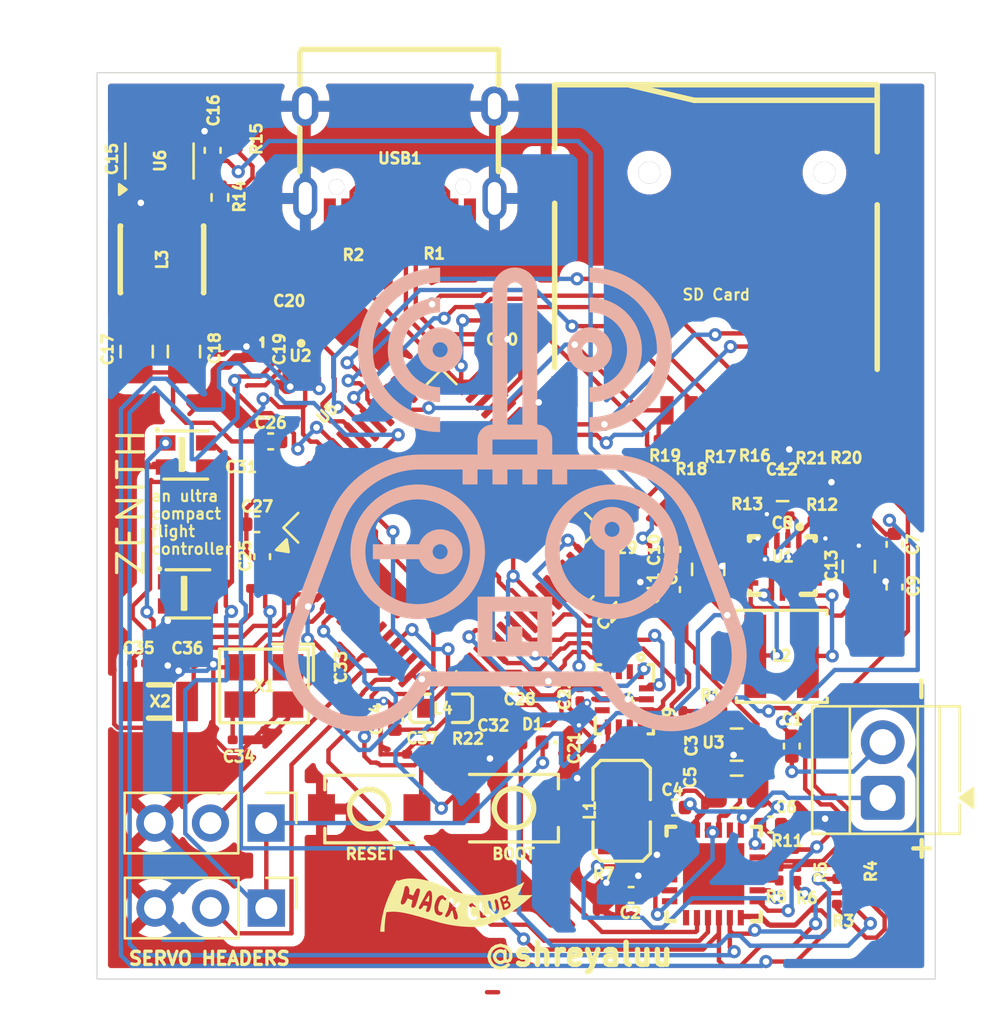
<source format=kicad_pcb>
(kicad_pcb (version 20241229) (generator "pcbnew") (generator_version "9.0")
  (layers (0 "F.Cu" signal) (2 "B.Cu" signal) (13 "F.Paste" user) (15 "B.Paste" user) (5 "F.SilkS" user "F.Silkscreen") (7 "B.SilkS" user "B.Silkscreen") (1 "F.Mask" user) (3 "B.Mask" user) (25 "Edge.Cuts" user))
  (net 0 "")
  (net 1 "VSYS")
  (net 2 "BAT-")
  (net 3 "Net-(C2-Pad1)")
  (net 4 "GND")
  (net 5 "+BAT")
  (net 6 "Net-(U3-BTST)")
  (net 7 "/BTST")
  (net 8 "VREGN")
  (net 9 "Net-(U1-Vaux)")
  (net 10 "+5V")
  (net 11 "Net-(U6-CB)")
  (net 12 "Net-(U6-SW)")
  (net 13 "+3.3V")
  (net 14 "Net-(U5-VCAP_1)")
  (net 15 "/HSE_IN")
  (net 16 "/HSE_OUT")
  (net 17 "/LSE_IN")
  (net 18 "/LSE_OUT")
  (net 19 "/RESET")
  (net 20 "/SD_DAT3")
  (net 21 "/SD_DAT0")
  (net 22 "/SD_DAT1")
  (net 23 "/SD_CLK")
  (net 24 "/SD_CD")
  (net 25 "/SD_DAT2")
  (net 26 "/SD_CMD")
  (net 27 "Net-(D1-A)")
  (net 28 "Net-(D1-K)")
  (net 29 "/SERVO1")
  (net 30 "/SERVO2")
  (net 31 "Net-(U1-L1)")
  (net 32 "Net-(U1-L2)")
  (net 33 "Net-(U5-VDDA)")
  (net 34 "Net-(USB1-CC1)")
  (net 35 "Net-(USB1-CC2)")
  (net 36 "/BQ_INT")
  (net 37 "/I2C_SCL")
  (net 38 "/I2C_SDA")
  (net 39 "Net-(U3-ILIM)")
  (net 40 "/BQ_PG")
  (net 41 "Net-(U3-TS)")
  (net 42 "Net-(U1-EN)")
  (net 43 "Net-(U1-FB)")
  (net 44 "Net-(U1-PG)")
  (net 45 "Net-(U6-FB)")
  (net 46 "/BOOT")
  (net 47 "/BMP_INT")
  (net 50 "/BQ_CE")
  (net 54 "/ICM_SDI")
  (net 58 "/ICM_INT2")
  (net 60 "/ICM_SD0")
  (net 61 "/ICM_CS")
  (net 62 "/ICM_INT1")
  (net 64 "/ICM_SCK")
  (net 65 "/USB_DP")
  (net 67 "/USB_DN")
  (net 76 "Net-(LED1-DO)")
  (net 90 "/VBUS")
  (net 92 "Net-(LED1-DI)")
  (net 93 "Net-(LED2-DO)")
  (net 94 "/LED_DIN")
  (footprint "Capacitor_SMD:C_0402_1005Metric" (layer "F.Cu") (at 109.35 80.58)
    (property "Reference" "C26")
    (property "Value" "1uF")
  )
  (footprint "Resistor_SMD:R_0201_0603Metric" (layer "F.Cu") (at 113.155 71.265)
    (property "Reference" "R2")
    (property "Value" "5.1 K")
  )
  (footprint "Resistor_SMD:R_0201_0603Metric" (layer "F.Cu") (at 135.65 80.58)
    (property "Reference" "R20")
    (property "Value" "10K")
  )
  (footprint "Capacitor_SMD:C_0201_0603Metric" (layer "F.Cu") (at 119.9 76.64)
    (property "Reference" "C30")
    (property "Value" "100nF")
  )
  (footprint "Capacitor_SMD:C_0805_2012Metric" (layer "F.Cu") (at 130.63 94.42 180)
    (property "Reference" "C3")
    (property "Value" "44uF")
  )
  (footprint "Capacitor_SMD:C_0402_1005Metric" (layer "F.Cu") (at 137.84 87.23 90)
    (property "Reference" "C9")
    (property "Value" "10uF")
  )
  (footprint "lcsc:LGA-14_L3.0-W2.5-P0.50-TL" (layer "F.Cu") (at 125.5 92.35 -90)
    (property "Reference" "U4")
    (property "Value" "ICM-45686")
  )
  (footprint "Capacitor_SMD:C_0201_0603Metric" (layer "F.Cu") (at 110.185 74.895)
    (property "Reference" "C20")
    (property "Value" "100nF")
  )
  (footprint "lcsc:SW-SMD_L3.9-W3.0-P4.45" (layer "F.Cu") (at 120.46 97.32 180)
    (property "Reference" "BOOT")
    (property "Value" "TS-1088-AR02016")
  )
  (footprint "Capacitor_SMD:C_0201_0603Metric" (layer "F.Cu") (at 102.13 69.165 -90)
    (property "Reference" "C15")
    (property "Value" "0.1uF")
  )
  (footprint "Resistor_SMD:R_0402_1005Metric" (layer "F.Cu") (at 107.03 69.445 90)
    (property "Reference" "R14")
    (property "Value" "100k")
  )
  (footprint "Resistor_SMD:R_0201_0603Metric" (layer "F.Cu") (at 134.03 80.59 180)
    (property "Reference" "R21")
    (property "Value" "10K")
  )
  (footprint "lcsc:LED-SMD_4P-L2.0-W2.0-TL_WS2812B-2020" (layer "F.Cu") (at 105.47 81.2)
    (property "Reference" "LED1" (hide yes))
    (property "Value" "WS2812B-2020")
  )
  (footprint "Capacitor_SMD:C_0201_0603Metric" (layer "F.Cu") (at 119.54 92.82)
    (property "Reference" "C32")
    (property "Value" "100nF")
  )
  (footprint "lcsc:LED-SMD_4P-L2.0-W2.0-TL_WS2812B-2020" (layer "F.Cu") (at 105.57 87.54)
    (property "Reference" "LED2" (hide yes))
    (property "Value" "WS2812B-2020")
  )
  (footprint "lcsc:L2520" (layer "F.Cu") (at 125.38 97.44 90)
    (property "Reference" "L1")
    (property "Value" "1uH")
  )
  (footprint "Capacitor_SMD:C_0805_2012Metric" (layer "F.Cu") (at 103.23 76.48 90)
    (property "Reference" "C17")
    (property "Value" "22uF")
  )
  (footprint "Resistor_SMD:R_0201_0603Metric" (layer "F.Cu") (at 134.42 84.18)
    (property "Reference" "R12")
    (property "Value" "10K")
  )
  (footprint "TerminalBlock:TerminalBlock_Xinya_XY308-2.54-2P_1x02_P2.54mm_Horizontal" (layer "F.Cu") (at 137.3 96.85 90)
    (property "Reference" "J1" (hide yes))
    (property "Value" "Screw_Terminal_01x02")
  )
  (footprint "Connector_PinHeader_2.54mm:PinHeader_1x03_P2.54mm_Vertical" (layer "F.Cu") (at 109.15 101.88 -90)
    (property "Reference" "SERVO HEADERS")
    (property "Value" "Conn_01x03")
  )
  (footprint "Capacitor_SMD:C_0402_1005Metric" (layer "F.Cu") (at 106.7 67.295 90)
    (property "Reference" "C16")
    (property "Value" "2.2uF")
  )
  (footprint "Capacitor_SMD:C_0805_2012Metric" (layer "F.Cu") (at 136.21 86.29 90)
    (property "Reference" "C13")
    (property "Value" "22uF")
  )
  (footprint "Capacitor_SMD:C_0201_0603Metric" (layer "F.Cu") (at 132.72 83.97 180)
    (property "Reference" "C8")
    (property "Value" "100nF")
  )
  (footprint "Resistor_SMD:R_0201_0603Metric" (layer "F.Cu") (at 135.2 100.23 -90)
    (property "Reference" "R5")
    (property "Value" "10K")
  )
  (footprint "Resistor_SMD:R_0201_0603Metric" (layer "F.Cu") (at 107.87 66.82 90)
    (property "Reference" "R15")
    (property "Value" "22.1k")
  )
  (footprint "Capacitor_SMD:C_0201_0603Metric" (layer "F.Cu") (at 108.945 76.435 -90)
    (property "Reference" "C19")
    (property "Value" "100nF")
  )
  (footprint "Resistor_SMD:R_0201_0603Metric" (layer "F.Cu") (at 131.06 84.18 180)
    (property "Reference" "R13")
    (property "Value" "10K")
  )
  (footprint "Capacitor_SMD:C_0402_1005Metric" (layer "F.Cu") (at 125.81 101.28 180)
    (property "Reference" "C2")
    (property "Value" "10uF")
  )
  (footprint "lcsc:CRYSTAL-SMD_4P-L3.2-W2.5-BL" (layer "F.Cu") (at 109.04 91.74 180)
    (property "Reference" "X1")
    (property "Value" "X322525MOB4SI")
  )
  (footprint "Capacitor_SMD:C_0402_1005Metric" (layer "F.Cu") (at 137.84 85.28 -90)
    (property "Reference" "C7")
    (property "Value" "10uF")
  )
  (footprint "lcsc:VFQFPN-24_L4.0-W4.0-P0.50-BL-EP2.8" (layer "F.Cu") (at 129.57 100.32)
    (property "Reference" "U3")
    (property "Value" "BQ25883RGER")
  )
  (footprint "Resistor_SMD:R_0201_0603Metric" (layer "F.Cu") (at 108.78 87.29 180)
    (property "Reference" "R23" (hide yes))
    (property "Value" "330")
  )
  (footprint "LED_SMD:LED_0402_1005Metric" (layer "F.Cu") (at 121.26 94.32 180)
    (property "Reference" "D1")
    (property "Value" "LED")
  )
  (footprint "Capacitor_SMD:C_0402_1005Metric" (layer "F.Cu") (at 115.02 93.26 90)
    (property "Reference" "C24")
    (property "Value" "1uF")
  )
  (footprint "Capacitor_SMD:C_0201_0603Metric" (layer "F.Cu") (at 115.9 94.86)
    (property "Reference" "C37")
    (property "Value" "100nF")
  )
  (footprint "Resistor_SMD:R_0201_0603Metric" (layer "F.Cu") (at 131.46 80.4825)
    (property "Reference" "R16")
    (property "Value" "10K")
  )
  (footprint "Resistor_SMD:R_0201_0603Metric" (layer "F.Cu") (at 127.39 80.4825 180)
    (property "Reference" "R19")
    (property "Value" "10K")
  )
  (footprint "Capacitor_SMD:C_0201_0603Metric" (layer "F.Cu") (at 123.47 92.12 -90)
    (property "Reference" "C22")
    (property "Value" "100nF")
  )
  (footprint "Resistor_SMD:R_0201_0603Metric" (layer "F.Cu") (at 129.65 92.86)
    (property "Reference" "R10")
    (property "Value" "10K")
  )
  (footprint "lcsc:TF-SMD_TF-01A" (layer "F.Cu") (at 129.69 73.88 180)
    (property "Reference" "SD Card")
    (property "Value" "TF-01A")
  )
  (footprint "Resistor_SMD:R_0201_0603Metric" (layer "F.Cu") (at 132.93 99.21)
    (property "Reference" "R11")
    (property "Value" "5.23K")
  )
  (footprint "lcsc:LGA-10_L2.0-W2.0-P0.50-TL_BMP580" (layer "F.Cu") (at 110.49 76.35)
    (property "Reference" "U2")
    (property "Value" "BMP580")
  )
  (footprint "Capacitor_SMD:C_0805_2012Metric" (layer "F.Cu") (at 130.63 96.57 180)
    (property "Reference" "C5")
    (property "Value" "47uF")
  )
  (footprint "Capacitor_SMD:C_0201_0603Metric" (layer "F.Cu") (at 120.76 91.6 180)
    (property "Reference" "C28")
    (property "Value" "100nF")
  )
  (footprint "Capacitor_SMD:C_0201_0603Metric" (layer "F.Cu") (at 105.515 90.72 180)
    (property "Reference" "C36")
    (property "Value" "20pF")
  )
  (footprint "Resistor_SMD:R_0201_0603Metric" (layer "F.Cu") (at 118.32 94.86 180)
    (property "Reference" "R22")
    (property "Value" "10k")
  )
  (footprint "Package_TO_SOT_SMD:SOT-23-6" (layer "F.Cu") (at 104.27 67.7825 90)
    (property "Reference" "U6")
    (property "Value" "LMR51430")
  )
  (footprint "Resistor_SMD:R_0201_0603Metric" (layer "F.Cu") (at 136 100.25 -90)
    (property "Reference" "R4")
    (property "Value" "10K")
  )
  (footprint "lcsc:VQFN-HR-15_L3.0-W2.5-P0.50-BL_TPS63070RNMR" (layer "F.Cu") (at 132.72 86.11 180)
    (property "Reference" "U1")
    (property "Value" "TPS63070RNMR")
  )
  (footprint "Resistor_SMD:R_0201_0603Metric" (layer "F.Cu") (at 128.17 93.21 -90)
    (property "Reference" "R9")
    (property "Value" "30.1K")
  )
  (footprint "lcsc:FC-135R_L3.2-W1.5" (layer "F.Cu") (at 104.28 92.45)
    (property "Reference" "X2")
    (property "Value" "Q13FC1350000400")
  )
  (footprint "lcsc:L0603" (layer "F.Cu") (at 117.14 92.76)
    (property "Reference" "L4")
    (property "Value" "FCM1608KF-601T03")
  )
  (footprint "Capacitor_SMD:C_0805_2012Metric" (layer "F.Cu") (at 132.73 82.57)
    (property "Reference" "C12")
    (property "Value" "22uF")
  )
  (footprint "Capacitor_SMD:C_0201_0603Metric" (layer "F.Cu") (at 103.345 90.71)
    (property "Reference" "C35")
    (property "Value" "20pF")
  )
  (footprint "Capacitor_SMD:C_0201_0603Metric" (layer "F.Cu") (at 111.79 90.86 -90)
    (property "Reference" "C33")
    (property "Value" "20pF")
  )
  (footprint "Capacitor_SMD:C_0201_0603Metric" (layer "F.Cu") (at 107.935 94.2)
    (property "Reference" "C34")
    (property "Value" "20pF")
  )
  (footprint "lcsc:SW-SMD_L3.9-W3.0-P4.45" (layer "F.Cu") (at 113.85 97.36)
    (property "Reference" "RESET")
    (property "Value" "TS-1088-AR02016")
  )
  (footprint "Capacitor_SMD:C_0201_0603Metric" (layer "F.Cu") (at 125.72 86.17)
    (property "Reference" "C29")
    (property "Value" "100nF")
  )
  (footprint "Connector_PinHeader_2.54mm:PinHeader_1x03_P2.54mm_Vertical" (layer "F.Cu") (at 109.14 98 -90)
    (property "Reference" "J2" (hide yes))
    (property "Value" "Conn_01x03")
  )
  (footprint "Capacitor_SMD:C_0201_0603Metric" (layer "F.Cu") (at 124.32 94.59 180)
    (property "Reference" "C21")
    (property "Value" "100nF")
  )
  (footprint "Capacitor_SMD:C_0402_1005Metric" (layer "F.Cu") (at 127.69 85.51 90)
    (property "Reference" "C10")
    (property "Value" "10uF")
  )
  (footprint "Capacitor_SMD:C_0805_2012Metric" (layer "F.Cu") (at 105.39 76.48 90)
    (property "Reference" "C18")
    (property "Value" "22uF")
  )
  (footprint "Package_QFP:LQFP-64_10x10mm_P0.5mm" (layer "F.Cu") (at 117.16 84.52 45)
    (property "Reference" "U5")
    (property "Value" "STM32F722RETx")
  )
  (footprint "Capacitor_SMD:C_0402_1005Metric" (layer "F.Cu") (at 133.15 94.49 90)
    (property "Reference" "C1")
    (property "Value" "1uF")
  )
  (footprint "Capacitor_SMD:C_0402_1005Metric" (layer "F.Cu") (at 108.72 84.36)
    (property "Reference" "C27")
    (property "Value" "10uF")
  )
  (footprint "Capacitor_SMD:C_0201_0603Metric" (layer "F.Cu") (at 109.35 81.72)
    (property "Reference" "C31")
    (property "Value" "100nF")
  )
  (footprint "lcsc:IND-SMD_L4.0-W4.0-A" (layer "F.Cu") (at 132.68 90.39)
    (property "Reference" "L2")
    (property "Value" "1.5uH")
  )
  (footprint "Capacitor_SMD:C_0402_1005Metric" (layer "F.Cu") (at 124.27 87.98 45)
    (property "Reference" "C23")
    (property "Value" "2.2uF")
  )
  (footprint "Resistor_SMD:R_0201_0603Metric" (layer "F.Cu") (at 129.86 80.5125 180)
    (property "Reference" "R17")
    (property "Value" "10K")
  )
  (footprint "Capacitor_SMD:C_0805_2012Metric" (layer "F.Cu") (at 129.33 86.42 90)
    (property "Reference" "C14")
    (property "Value" "22uF")
  )
  (footprint "Resistor_SMD:R_0201_0603Metric" (layer "F.Cu") (at 132.57 100.3 90)
    (property "Reference" "R8")
    (property "Value" "10K")
  )
  (footprint "Capacitor_SMD:C_0402_1005Metric" (layer "F.Cu") (at 127.79 97.29 180)
    (property "Reference" "C4")
    (property "Value" "10uF")
  )
  (footprint "Resistor_SMD:R_0201_0603Metric" (layer "F.Cu") (at 135.53 101.7 180)
    (property "Reference" "R3")
    (property "Value" "10K")
  )
  (footprint "Resistor_SMD:R_0201_0603Metric" (layer "F.Cu") (at 128.57 80.7925 90)
    (property "Reference" "R18")
    (property "Value" "10K")
  )
  (footprint "Capacitor_SMD:C_0402_1005Metric" (layer "F.Cu") (at 132.18 98.07 180)
    (property "Reference" "C6")
    (property "Value" "10uF")
  )
  (footprint "lcsc:IND-SMD_L3.0-W3.0" (layer "F.Cu") (at 104.39 72.27 90)
    (property "Reference" "L3")
    (property "Value" "5.6uH")
  )
  (footprint "Resistor_SMD:R_0201_0603Metric" (layer "F.Cu") (at 133.38 100.32 -90)
    (property "Reference" "R6")
    (property "Value" "10K")
  )
  (footprint "Capacitor_SMD:C_0402_1005Metric" (layer "F.Cu") (at 127.68 87.34 90)
    (property "Reference" "C11")
    (property "Value" "10uF")
  )
  (footprint "lcsc:USB-C-SMD_TYPE-C-6PIN-2MD-073" (layer "F.Cu") (at 115.25 67.66 180)
    (property "Reference" "USB1")
    (property "Value" "TYPE-C 16PIN 2MD(073)")
  )
  (footprint "Resistor_SMD:R_0201_0603Metric" (layer "F.Cu") (at 125.72 100.35)
    (property "Reference" "R7")
    (property "Value" "383")
  )
  (footprint "Capacitor_SMD:C_0402_1005Metric" (layer "F.Cu") (at 108.96 85.84 90)
    (property "Reference" "C25")
    (property "Value" "1uF")
  )
  (footprint "Resistor_SMD:R_0201_0603Metric" (layer "F.Cu") (at 116.83 71.235 180)
    (property "Reference" "R1")
    (property "Value" "5.1 K")
  )
  (gr_poly (pts (xy 116.575679 101.311707) (xy 116.576191 101.311754) (xy 116.576695 101.311829) (xy 116.580198 101.313256) (xy 116.583239 101.316139) (xy 116.585841 101.32038) (xy 116.588026 101.325879) (xy 116.589818 101.332539) (xy 116.59124 101.340261) (xy 116.593064 101.358498) (xy 116.593683 101.379802) (xy 116.593282 101.403386) (xy 116.592044 101.428461) (xy 116.590154 101.45424) (xy 116.585154 101.504762) (xy 116.579758 101.54865) (xy 116.573672 101.591321) (xy 116.397662 101.561271) (xy 116.567574 101.314103) (xy 116.568213 101.313735) (xy 116.568843 101.313399) (xy 116.569463 101.313093) (xy 116.570074 101.312819) (xy 116.570675 101.312574) (xy 116.571268 101.31236) (xy 116.57185 101.312176) (xy 116.572424 101.312022) (xy 116.572989 101.311897) (xy 116.573545 101.311801) (xy 116.574092 101.311735) (xy 116.57463 101.311697) (xy 116.575159 101.311688)) (fill yes) (layer "F.SilkS"))
  (gr_poly (pts (xy 115.134163 100.605456) (xy 115.136485 100.605604) (xy 115.138879 100.605858) (xy 115.141215 100.606243) (xy 115.143367 100.606777) (xy 115.14534 100.607454) (xy 115.14714 100.608266) (xy 115.148772 100.609207) (xy 115.15024 100.61027) (xy 115.151552 100.611449) (xy 115.152711 100.612736) (xy 115.153723 100.614124) (xy 115.154594 100.615608) (xy 115.155328 100.617179) (xy 115.155931 100.618832) (xy 115.156409 100.62056) (xy 115.156766 100.622355) (xy 115.157008 100.624212) (xy 115.15714 100.626123) (xy 115.157167 100.628081) (xy 115.157095 100.63008) (xy 115.15693 100.632112) (xy 115.156676 100.634172) (xy 115.156338 100.636252) (xy 115.155923 100.638346) (xy 115.154878 100.642547) (xy 115.153586 100.64672) (xy 115.152087 100.650812) (xy 115.150425 100.654769) (xy 115.148641 100.658535) (xy 115.101797 100.757464) (xy 115.054077 100.862779) (xy 114.99491 100.998762) (xy 114.927859 101.16049) (xy 114.892491 101.249469) (xy 114.856488 101.343038) (xy 114.820295 101.440581) (xy 114.784359 101.541483) (xy 114.749123 101.645128) (xy 114.715035 101.750901) (xy 114.683864 101.857839) (xy 114.656881 101.964793) (xy 114.633787 102.070863) (xy 114.614282 102.175149) (xy 114.598064 102.276754) (xy 114.584832 102.374779) (xy 114.566129 102.556491) (xy 114.555767 102.713096) (xy 114.551342 102.837402) (xy 114.550688 102.960359) (xy 114.354919 102.960359) (xy 114.356015 102.914996) (xy 114.362233 102.827516) (xy 114.374969 102.703861) (xy 114.395619 102.549972) (xy 114.409347 102.463547) (xy 114.425577 102.371791) (xy 114.444483 102.275446) (xy 114.46624 102.175257) (xy 114.491021 102.071965) (xy 114.519002 101.966313) (xy 114.550357 101.859044) (xy 114.58526 101.750901) (xy 114.662531 101.537173) (xy 114.744573 101.33301) (xy 114.827141 101.14394) (xy 114.905988 100.975485) (xy 114.976868 100.833174) (xy 115.035535 100.72253) (xy 115.077744 100.649079) (xy 115.099248 100.618347) (xy 115.099888 100.617676) (xy 115.100685 100.616913) (xy 115.101796 100.615934) (xy 115.10322 100.614788) (xy 115.104954 100.613529) (xy 115.105937 100.612872) (xy 115.106996 100.612205) (xy 115.108133 100.611536) (xy 115.109345 100.61087) (xy 115.110633 100.610213) (xy 115.111997 100.609573) (xy 115.113436 100.608954) (xy 115.11495 100.608365) (xy 115.116539 100.607811) (xy 115.118203 100.607298) (xy 115.119941 100.606833) (xy 115.121753 100.606422) (xy 115.123639 100.606072) (xy 115.125598 100.60579) (xy 115.12763 100.60558) (xy 115.129735 100.605451) (xy 115.131913 100.605407)) (fill yes) (layer "F.SilkS"))
  (gr_poly (pts (xy 115.850046 100.527406) (xy 116.001043 100.536943) (xy 116.167073 100.557321) (xy 116.255819 100.572078) (xy 116.348436 100.590148) (xy 116.444961 100.611732) (xy 116.545432 100.637031) (xy 116.649886 100.666246) (xy 116.75836 100.699578) (xy 116.870892 100.737228) (xy 116.98752 100.779396) (xy 117.10828 100.826284) (xy 117.233211 100.878092) (xy 117.36235 100.935022) (xy 117.495734 100.997274) (xy 117.642028 101.062736) (xy 117.78816 101.119109) (xy 117.93389 101.166818) (xy 118.078981 101.206289) (xy 118.223193 101.237948) (xy 118.366288 101.262219) (xy 118.508028 101.27953) (xy 118.648172 101.290305) (xy 118.786483 101.29497) (xy 118.922722 101.293951) (xy 119.05665 101.287673) (xy 119.188028 101.276562) (xy 119.316618 101.261043) (xy 119.442181 101.241543) (xy 119.564478 101.218486) (xy 119.68327 101.192299) (xy 119.909385 101.132235) (xy 120.118617 101.064756) (xy 120.309056 100.993266) (xy 120.478792 100.921172) (xy 120.625914 100.851876) (xy 120.748513 100.788786) (xy 120.912502 100.694838) (xy 120.913399 100.694354) (xy 120.914328 100.693987) (xy 120.915284 100.693731) (xy 120.916263 100.693583) (xy 120.917258 100.693537) (xy 120.918266 100.693589) (xy 120.919281 100.693734) (xy 120.920299 100.693968) (xy 120.921314 100.694284) (xy 120.922321 100.69468) (xy 120.923316 100.69515) (xy 120.924293 100.695689) (xy 120.925248 100.696292) (xy 120.926176 100.696956) (xy 120.927071 100.697675) (xy 120.92793 100.698444) (xy 120.928745 100.699259) (xy 120.929514 100.700115) (xy 120.930231 100.701007) (xy 120.93089 100.70193) (xy 120.931488 100.702881) (xy 120.932019 100.703853) (xy 120.932477 100.704843) (xy 120.932859 100.705846) (xy 120.933159 100.706856) (xy 120.933372 100.707869) (xy 120.933494 100.708881) (xy 120.933519 100.709887) (xy 120.933442 100.710881) (xy 120.933259 100.71186) (xy 120.932964 100.712819) (xy 120.932552 100.713752) (xy 120.648358 101.266948) (xy 120.647969 101.267769) (xy 120.64764 101.268599) (xy 120.647371 101.269433) (xy 120.647161 101.270271) (xy 120.647008 101.271109) (xy 120.64691 101.271947) (xy 120.646868 101.272781) (xy 120.646878 101.27361) (xy 120.646941 101.274431) (xy 120.647054 101.275242) (xy 120.647217 101.27604) (xy 120.647428 101.276825) (xy 120.647686 101.277593) (xy 120.647989 101.278343) (xy 120.648337 101.279072) (xy 120.648728 101.279778) (xy 120.649161 101.280458) (xy 120.649635 101.281112) (xy 120.650148 101.281736) (xy 120.650698 101.282328) (xy 120.651286 101.282886) (xy 120.651908 101.283409) (xy 120.652565 101.283893) (xy 120.653255 101.284336) (xy 120.653977 101.284738) (xy 120.654728 101.285094) (xy 120.655509 101.285404) (xy 120.656318 101.285664) (xy 120.657153 101.285873) (xy 120.658013 101.286029) (xy 120.658897 101.286129) (xy 120.659804 101.286171) (xy 120.889409 101.28807) (xy 121.071758 101.288063) (xy 121.280025 101.286326) (xy 121.281132 101.286351) (xy 121.282206 101.286453) (xy 121.283247 101.286629) (xy 121.284252 101.286875) (xy 121.285219 101.287188) (xy 121.286146 101.287564) (xy 121.287032 101.287999) (xy 121.287874 101.288491) (xy 121.288671 101.289035) (xy 121.28942 101.289629) (xy 121.29012 101.290268) (xy 121.29077 101.290949) (xy 121.291366 101.291669) (xy 121.291907 101.292424) (xy 121.292391 101.29321) (xy 121.292817 101.294025) (xy 121.293182 101.294864) (xy 121.293485 101.295724) (xy 121.293723 101.296601) (xy 121.293895 101.297493) (xy 121.293999 101.298395) (xy 121.294033 101.299304) (xy 121.293995 101.300216) (xy 121.293883 101.301129) (xy 121.293696 101.302038) (xy 121.29343 101.302939) (xy 121.293085 101.30383) (xy 121.292659 101.304708) (xy 121.292149 101.305567) (xy 121.291555 101.306405) (xy 121.290873 101.307219) (xy 121.290102 101.308005) (xy 121.16524 101.42225) (xy 120.947508 101.609648) (xy 120.65411 101.842957) (xy 120.484413 101.968315) (xy 120.30225 102.094934) (xy 120.109773 102.21941) (xy 119.909132 102.338338) (xy 119.702478 102.448312) (xy 119.49196 102.545926) (xy 119.27973 102.627776) (xy 119.173645 102.661725) (xy 119.067937 102.690456) (xy 118.962877 102.713544) (xy 118.858733 102.730562) (xy 118.755774 102.741085) (xy 118.654268 102.744687) (xy 118.44311 102.741598) (xy 118.243457 102.73266) (xy 118.054363 102.718366) (xy 117.874885 102.699208) (xy 117.704078 102.67568) (xy 117.540999 102.648276) (xy 117.384703 102.617487) (xy 117.234246 102.583806) (xy 117.088684 102.547728) (xy 116.947073 102.509745) (xy 116.671926 102.430034) (xy 116.401252 102.34862) (xy 116.127497 102.269445) (xy 116.025095 102.241816) (xy 117.318147 102.241816) (xy 117.318787 102.249804) (xy 117.320271 102.257242) (xy 117.322568 102.264088) (xy 117.325647 102.270303) (xy 117.329478 102.275848) (xy 117.334029 102.280681) (xy 117.339269 102.284764) (xy 117.345168 102.288057) (xy 117.351695 102.290519) (xy 117.358818 102.292111) (xy 117.366508 102.292793) (xy 117.374733 102.292524) (xy 117.383462 102.291266) (xy 117.392664 102.288978) (xy 117.402309 102.285621) (xy 117.412366 102.281153) (xy 117.422803 102.275537) (xy 117.43359 102.268731) (xy 117.444697 102.260696) (xy 117.456091 102.251392) (xy 117.467743 102.240779) (xy 117.479621 102.228818) (xy 117.491695 102.215468) (xy 117.503934 102.200689) (xy 117.516306 102.184442) (xy 117.528781 102.166686) (xy 117.534875 102.157428) (xy 117.540989 102.146792) (xy 117.547066 102.13505) (xy 117.553049 102.122475) (xy 117.558881 102.109339) (xy 117.564505 102.095916) (xy 117.574901 102.069295) (xy 117.583781 102.044795) (xy 117.590688 102.024595) (xy 117.596761 102.005818) (xy 117.654846 101.999281) (xy 117.681678 102.122902) (xy 117.702589 102.228074) (xy 117.711235 102.277104) (xy 117.717271 102.318279) (xy 117.718875 102.326812) (xy 117.721306 102.335076) (xy 117.724509 102.343037) (xy 117.728425 102.350657) (xy 117.732997 102.357902) (xy 117.738169 102.364736) (xy 117.743883 102.371124) (xy 117.750081 102.37703) (xy 117.756708 102.382419) (xy 117.763705 102.387255) (xy 117.771015 102.391503) (xy 117.778582 102.395127) (xy 117.786348 102.398091) (xy 117.794255 102.400361) (xy 117.802248 102.4019) (xy 117.810267 102.402674) (xy 117.818258 102.402646) (xy 117.826161 102.401782) (xy 117.833921 102.400045) (xy 117.841479 102.3974) (xy 117.848779 102.393812) (xy 117.855764 102.389245) (xy 117.862376 102.383663) (xy 117.868558 102.377032) (xy 117.874254 102.369315) (xy 117.879405 102.360478) (xy 117.883955 102.350484) (xy 117.887846 102.339298) (xy 117.891022 102.326884) (xy 117.893425 102.313208) (xy 117.894998 102.298233) (xy 117.895684 102.281925) (xy 117.892749 102.257607) (xy 117.888294 102.231229) (xy 117.882281 102.202783) (xy 117.874672 102.172258) (xy 117.865427 102.139645) (xy 117.854509 102.104933) (xy 117.841878 102.068113) (xy 117.827497 102.029175) (xy 117.823574 102.018542) (xy 118.350024 102.018542) (xy 118.350333 102.050182) (xy 118.35142 102.073983) (xy 118.353077 102.09713) (xy 118.3553 102.119611) (xy 118.358086 102.141413) (xy 118.361429 102.162524) (xy 118.365327 102.182932) (xy 118.369774 102.202624) (xy 118.374767 102.221587) (xy 118.380301 102.23981) (xy 118.386372 102.257279) (xy 118.392977 102.273983) (xy 118.400111 102.289909) (xy 118.407769 102.305045) (xy 118.415949 102.319377) (xy 118.424645 102.332895) (xy 118.433853 102.345584) (xy 118.44357 102.357434) (xy 118.453791 102.368431) (xy 118.464512 102.378563) (xy 118.475728 102.387818) (xy 118.487437 102.396183) (xy 118.499633 102.403646) (xy 118.512312 102.410194) (xy 118.525471 102.415815) (xy 118.539105 102.420497) (xy 118.55321 102.424227) (xy 118.567782 102.426992) (xy 118.582816 102.428781) (xy 118.598309 102.429581) (xy 118.614257 102.429379) (xy 118.630654 102.428163) (xy 118.647498 102.425921) (xy 118.663913 102.422869) (xy 118.679055 102.419261) (xy 118.692972 102.41514) (xy 118.705709 102.410548) (xy 118.717312 102.405526) (xy 118.727827 102.400117) (xy 118.7373 102.394362) (xy 118.745777 102.388304) (xy 118.753304 102.381983) (xy 118.759926 102.375443) (xy 118.765691 102.368725) (xy 118.770643 102.361871) (xy 118.774829 102.354922) (xy 118.778295 102.347921) (xy 118.781086 102.34091) (xy 118.783249 102.333931) (xy 118.78483 102.327025) (xy 118.785874 102.320235) (xy 118.786427 102.313602) (xy 118.786536 102.307168) (xy 118.786246 102.300976) (xy 118.785604 102.295066) (xy 118.784655 102.289482) (xy 118.783445 102.284264) (xy 118.78202 102.279455) (xy 118.780427 102.275097) (xy 118.77871 102.271232) (xy 118.776917 102.267901) (xy 118.775093 102.265147) (xy 118.773284 102.263012) (xy 118.771535 102.261536) (xy 118.769894 102.260763) (xy 118.767477 102.259984) (xy 118.765176 102.259007) (xy 118.760447 102.256781) (xy 118.757781 102.255695) (xy 118.754755 102.254734) (xy 118.751249 102.253982) (xy 118.747145 102.253517) (xy 118.742324 102.253423) (xy 118.736666 102.253779) (xy 118.730052 102.254668) (xy 118.722364 102.25617) (xy 118.713481 102.258367) (xy 118.703286 102.261339) (xy 118.691658 102.265168) (xy 118.678478 102.269936) (xy 118.671532 102.272387) (xy 118.664693 102.274479) (xy 118.657958 102.276206) (xy 118.651326 102.277565) (xy 118.644796 102.278553) (xy 118.638365 102.279166) (xy 118.632032 102.279399) (xy 118.625796 102.27925) (xy 118.619654 102.278714) (xy 118.613605 102.277787) (xy 118.607647 102.276467) (xy 118.601778 102.274748) (xy 118.595997 102.272628) (xy 118.590302 102.270102) (xy 118.584692 102.267167) (xy 118.579164 102.263819) (xy 118.573717 102.260054) (xy 118.568349 102.255868) (xy 118.563059 102.251258) (xy 118.557844 102.246221) (xy 118.552703 102.240751) (xy 118.547635 102.234845) (xy 118.542637 102.228501) (xy 118.537709 102.221713) (xy 118.532847 102.214478) (xy 118.528051 102.206792) (xy 118.518649 102.190053) (xy 118.509489 102.171467) (xy 118.500556 102.151002) (xy 118.494908 102.135692) (xy 118.48968 102.118878) (xy 118.484958 102.100764) (xy 118.480828 102.081554) (xy 118.477375 102.061452) (xy 118.474687 102.040662) (xy 118.472849 102.019387) (xy 118.471947 101.997831) (xy 118.472068 101.976199) (xy 118.473297 101.954693) (xy 118.475721 101.933517) (xy 118.479426 101.912876) (xy 118.484497 101.892973) (xy 118.491022 101.874011) (xy 118.494855 101.864947) (xy 118.499085 101.856196) (xy 118.50372 101.847781) (xy 118.508773 101.839729) (xy 118.510343 101.837454) (xy 118.511907 101.835282) (xy 118.513463 101.833209) (xy 118.51501 101.831233) (xy 118.516548 101.82935) (xy 118.518075 101.827557) (xy 118.521089 101.824232) (xy 118.524045 101.821234) (xy 118.526932 101.818537) (xy 118.52974 101.81612) (xy 118.53246 101.813957) (xy 118.535081 101.812025) (xy 118.537594 101.8103) (xy 118.539989 101.808759) (xy 118.542257 101.807376) (xy 118.549856 101.802962) (xy 118.553003 101.801159) (xy 118.556149 101.799583) (xy 118.559289 101.798223) (xy 118.562419 101.797069) (xy 118.565531 101.796111) (xy 118.568622 101.795339) (xy 118.571685 101.794743) (xy 118.574716 101.794312) (xy 118.577708 101.794037) (xy 118.580657 101.793908) (xy 118.583558 101.793914) (xy 118.586404 101.794045) (xy 118.58919 101.794292) (xy 118.591912 101.794644) (xy 118.594563 101.795092) (xy 118.597139 101.795625) (xy 118.599634 101.796232) (xy 118.602042 101.796905) (xy 118.606577 101.798405) (xy 118.610703 101.800044) (xy 118.614375 101.801742) (xy 118.617552 101.803418) (xy 118.620189 101.804992) (xy 118.622245 101.806382) (xy 118.623676 101.807509) (xy 118.632268 101.813472) (xy 118.640422 101.818623) (xy 118.648141 101.822988) (xy 118.65543 101.826596) (xy 118.662294 101.829475) (xy 118.668736 101.831652) (xy 118.674761 101.833156) (xy 118.680373 101.834014) (xy 118.685577 101.834253) (xy 118.690377 101.833902) (xy 118.694777 101.832989) (xy 118.698782 101.831541) (xy 118.702395 101.829586) (xy 118.705622 101.827152) (xy 118.708466 101.824267) (xy 118.710932 101.820958) (xy 118.713024 101.817254) (xy 118.714747 101.813181) (xy 118.716104 101.808769) (xy 118.717101 101.804045) (xy 118.717741 101.799036) (xy 118.718028 101.79377) (xy 118.717968 101.788276) (xy 118.717564 101.782581) (xy 118.716821 101.776712) (xy 118.715743 101.770699) (xy 118.714334 101.764567) (xy 118.712599 101.758346) (xy 118.710542 101.752063) (xy 118.708167 101.745746) (xy 118.705479 101.739423) (xy 118.702482 101.733121) (xy 118.695407 101.723518) (xy 118.688173 101.714474) (xy 118.681699 101.70705) (xy 118.852705 101.70705) (xy 118.853228 101.726102) (xy 118.854411 101.746519) (xy 118.858459 101.790808) (xy 118.864263 101.83864) (xy 118.871233 101.888738) (xy 118.886318 101.990632) (xy 118.893257 102.039874) (xy 118.899007 102.086278) (xy 118.912638 102.21501) (xy 118.91531 102.237802) (xy 118.918266 102.259753) (xy 118.921796 102.282321) (xy 118.926189 102.306962) (xy 118.928396 102.312999) (xy 118.932471 102.318063) (xy 118.93829 102.322205) (xy 118.945726 102.325475) (xy 118.954655 102.327923) (xy 118.96495 102.329599) (xy 118.976487 102.330554) (xy 118.989139 102.330837) (xy 119.017289 102.329592) (xy 119.048395 102.326265) (xy 119.081455 102.321257) (xy 119.115464 102.31497) (xy 119.182311 102.300169) (xy 119.240905 102.285074) (xy 119.283214 102.2729) (xy 119.301205 102.266861) (xy 119.303141 102.26591) (xy 119.305741 102.264923) (xy 119.312593 102.262607) (xy 119.316675 102.26116) (xy 119.321081 102.259442) (xy 119.325726 102.257394) (xy 119.330525 102.254957) (xy 119.335393 102.252073) (xy 119.337826 102.250444) (xy 119.340245 102.248682) (xy 119.342638 102.246778) (xy 119.344995 102.244726) (xy 119.347306 102.242518) (xy 119.349559 102.240146) (xy 119.351745 102.237604) (xy 119.353852 102.234883) (xy 119.35587 102.231977) (xy 119.357788 102.228879) (xy 119.359596 102.22558) (xy 119.361282 102.222074) (xy 119.362838 102.218353) (xy 119.364251 102.214409) (xy 119.365628 102.210503) (xy 119.366468 102.206737) (xy 119.366796 102.203113) (xy 119.366636 102.199634) (xy 119.366011 102.1963) (xy 119.364946 102.193113) (xy 119.363465 102.190076) (xy 119.361591 102.187189) (xy 119.35935 102.184455) (xy 119.356764 102.181875) (xy 119.353859 102.179451) (xy 119.350657 102.177184) (xy 119.347184 102.175077) (xy 119.343462 102.17313) (xy 119.335372 102.169726) (xy 119.326579 102.166987) (xy 119.317276 102.164925) (xy 119.307655 102.163554) (xy 119.297909 102.162887) (xy 119.28823 102.162939) (xy 119.27881 102.163722) (xy 119.269842 102.165251) (xy 119.261518 102.167539) (xy 119.24078 102.173707) (xy 119.212275 102.18089) (xy 119.178924 102.188131) (xy 119.161346 102.191475) (xy 119.143652 102.194475) (xy 119.126208 102.197013) (xy 119.109379 102.198967) (xy 119.093532 102.20022) (xy 119.07903 102.200652) (xy 119.06624 102.200142) (xy 119.0606 102.199497) (xy 119.055526 102.198573) (xy 119.051062 102.197353) (xy 119.047254 102.195823) (xy 119.044148 102.193969) (xy 119.04179 102.191775) (xy 119.038206 102.184228) (xy 119.035248 102.171434) (xy 119.032788 102.153947) (xy 119.030699 102.132325) (xy 119.023499 102.015585) (xy 119.018807 101.946846) (xy 119.012028 101.877122) (xy 119.007536 101.843279) (xy 119.00214 101.810858) (xy 118.995711 101.780412) (xy 118.988123 101.752499) (xy 118.986524 101.74309) (xy 118.984843 101.734053) (xy 118.983084 101.725383) (xy 118.981251 101.717077) (xy 118.979346 101.709128) (xy 118.977372 101.701532) (xy 118.975334 101.694283) (xy 118.973233 101.687377) (xy 118.971073 101.680807) (xy 118.968857 101.67457) (xy 118.966588 101.66866) (xy 118.96427 101.663071) (xy 118.961906 101.657799) (xy 118.959498 101.652839) (xy 118.95705 101.648185) (xy 118.954566 101.643833) (xy 118.952047 101.639777) (xy 118.949498 101.636012) (xy 118.946922 101.632533) (xy 118.944321 101.629335) (xy 118.941699 101.626413) (xy 118.93906 101.623761) (xy 118.936405 101.621375) (xy 118.933738 101.61925) (xy 118.931064 101.61738) (xy 118.928383 101.61576) (xy 118.925701 101.614385) (xy 118.923019 101.61325) (xy 118.920342 101.612351) (xy 118.917672 101.611681) (xy 118.915012 101.611235) (xy 118.912366 101.611009) (xy 118.912366 101.61101) (xy 118.909387 101.611013) (xy 118.906434 101.611284) (xy 118.903512 101.611815) (xy 118.900626 101.6126) (xy 118.897779 101.61363) (xy 118.894976 101.614898) (xy 118.892222 101.616397) (xy 118.889522 101.618119) (xy 118.88688 101.620057) (xy 118.884301 101.622203) (xy 118.879348 101.62709) (xy 118.874702 101.632722) (xy 118.870398 101.639038) (xy 118.866474 101.645978) (xy 118.862966 101.653484) (xy 118.85991 101.661496) (xy 118.857343 101.669953) (xy 118.855303 101.678797) (xy 118.853825 101.687967) (xy 118.852947 101.697405) (xy 118.852705 101.70705) (xy 118.681699 101.70705) (xy 118.680781 101.705998) (xy 118.673233 101.698096) (xy 118.665533 101.690775) (xy 118.65768 101.684043) (xy 118.649678 101.677907) (xy 118.641528 101.672373) (xy 118.633233 101.66745) (xy 118.624793 101.663144) (xy 118.616212 101.659462) (xy 118.607491 101.656412) (xy 118.598633 101.654001) (xy 118.589638 101.652235) (xy 118.58051 101.651123) (xy 118.57125 101.650671) (xy 118.563958 101.650781) (xy 118.556588 101.651298) (xy 118.549141 101.652226) (xy 118.541619 101.653567) (xy 118.534022 101.655326) (xy 118.526352 101.657506) (xy 118.518608 101.66011) (xy 118.510792 101.663141) (xy 118.502905 101.666603) (xy 118.494948 101.670499) (xy 118.486921 101.674832) (xy 118.478826 101.679606) (xy 118.470663 101.684824) (xy 118.462434 101.690489) (xy 118.454139 101.696605) (xy 118.445779 101.703174) (xy 118.434571 101.715179) (xy 118.423924 101.72844) (xy 118.413868 101.742963) (xy 118.404432 101.758757) (xy 118.395647 101.775829) (xy 118.387541 101.794187) (xy 118.380144 101.813839) (xy 118.373485 101.834792) (xy 118.367594 101.857054) (xy 118.3625 101.880632) (xy 118.358234 101.905535) (xy 118.354823 101.93177) (xy 118.352298 101.959344) (xy 118.350689 101.988266) (xy 118.350024 102.018542) (xy 117.823574 102.018542) (xy 117.822936 102.016811) (xy 117.817718 102.003923) (xy 117.810972 101.988848) (xy 117.807126 101.981026) (xy 117.803019 101.973298) (xy 117.798691 101.965879) (xy 117.794183 101.958984) (xy 117.789534 101.952825) (xy 117.78717 101.950089) (xy 117.784785 101.947618) (xy 117.782386 101.945437) (xy 117.779977 101.943575) (xy 117.777562 101.942058) (xy 117.775148 101.940912) (xy 117.803934 101.911457) (xy 117.833806 101.879781) (xy 117.868567 101.841375) (xy 117.904143 101.799668) (xy 117.920964 101.778648) (xy 117.936462 101.758087) (xy 117.950127 101.738415) (xy 117.961449 101.72006) (xy 117.969921 101.703451) (xy 117.972929 101.695934) (xy 117.975033 101.689015) (xy 117.977831 101.675484) (xy 117.979339 101.662697) (xy 117.97947 101.650875) (xy 117.978993 101.645393) (xy 117.97814 101.640234) (xy 117.976901 101.635426) (xy 117.975265 101.630994) (xy 117.973221 101.626968) (xy 117.970759 101.623374) (xy 117.967868 101.620239) (xy 117.964537 101.617591) (xy 117.960756 101.615458) (xy 117.956514 101.613865) (xy 117.951801 101.612841) (xy 117.946606 101.612414) (xy 117.940918 101.61261) (xy 117.934727 101.613456) (xy 117.928022 101.614981) (xy 117.920793 101.61721) (xy 117.913029 101.620173) (xy 117.904718 101.623895) (xy 117.895852 101.628405) (xy 117.886418 101.633729) (xy 117.876407 101.639896) (xy 117.865808 101.646931) (xy 117.85461 101.654863) (xy 117.842802 101.663719) (xy 117.830375 101.673527) (xy 117.817316 101.684312) (xy 117.804307 101.69536) (xy 117.792016 101.705935) (xy 117.780424 101.716047) (xy 117.76951 101.725703) (xy 117.759256 101.734912) (xy 117.74964 101.743681) (xy 117.740642 101.752017) (xy 117.732244 101.75993) (xy 117.724423 101.767427) (xy 117.717161 101.774515) (xy 117.710438 101.781204) (xy 117.704232 101.7875) (xy 117.698525 101.793412) (xy 117.693296 101.798947) (xy 117.688525 101.804114) (xy 117.684193 101.80892) (xy 117.676761 101.817482) (xy 117.670841 101.824697) (xy 117.666272 101.830628) (xy 117.662893 101.835339) (xy 117.660545 101.838892) (xy 117.659066 101.841352) (xy 117.658076 101.843243) (xy 117.663324 101.817736) (xy 117.668632 101.789166) (xy 117.674616 101.752998) (xy 117.680441 101.711442) (xy 117.685273 101.666707) (xy 117.687055 101.643838) (xy 117.688276 101.621004) (xy 117.688628 101.606743) (xy 119.276075 101.606743) (xy 119.276118 101.613103) (xy 119.276607 101.619639) (xy 119.28014 101.646081) (xy 119.285231 101.673721) (xy 119.292248 101.704475) (xy 119.301562 101.740259) (xy 119.328553 101.834577) (xy 119.36916 101.971995) (xy 119.375798 101.990865) (xy 119.383108 102.008399) (xy 119.391035 102.024646) (xy 119.399526 102.039651) (xy 119.408528 102.053462) (xy 119.417987 102.066128) (xy 119.42785 102.077694) (xy 119.438064 102.088208) (xy 119.448575 102.097719) (xy 119.459331 102.106272) (xy 119.470277 102.113915) (xy 119.48136 102.120696) (xy 119.492527 102.126662) (xy 119.503725 102.131861) (xy 119.514901 102.136338) (xy 119.526 102.140143) (xy 119.53697 102.143322) (xy 119.547757 102.145922) (xy 119.568569 102.149577) (xy 119.58801 102.151485) (xy 119.605653 102.152026) (xy 119.621072 102.151577) (xy 119.633839 102.150518) (xy 119.649711 102.148083) (xy 119.657767 102.145927) (xy 119.665423 102.143406) (xy 119.672693 102.140536) (xy 119.679588 102.137331) (xy 119.686123 102.133806) (xy 119.692308 102.129978) (xy 119.698158 102.12586) (xy 119.703684 102.121468) (xy 119.7089 102.116817) (xy 119.713818 102.111923) (xy 119.718452 102.1068) (xy 119.722813 102.101464) (xy 119.730769 102.090212) (xy 119.737789 102.078288) (xy 119.743975 102.065814) (xy 119.749429 102.05291) (xy 119.754251 102.039699) (xy 119.758545 102.0263) (xy 119.765953 101.999427) (xy 119.772468 101.973261) (xy 119.775186 101.958411) (xy 119.776738 101.940829) (xy 119.777206 101.920818) (xy 119.776668 101.89868) (xy 119.775205 101.874715) (xy 119.772897 101.849226) (xy 119.766064 101.79488) (xy 119.756809 101.738054) (xy 119.745769 101.681161) (xy 119.733585 101.626614) (xy 119.720895 101.576826) (xy 119.716432 101.565382) (xy 119.711655 101.554587) (xy 119.706595 101.544454) (xy 119.701285 101.534994) (xy 119.695756 101.526221) (xy 119.69292 101.522096) (xy 119.69004 101.518147) (xy 119.687122 101.514377) (xy 119.684168 101.510786) (xy 119.681184 101.507376) (xy 119.678172 101.50415) (xy 119.675137 101.501107) (xy 119.672084 101.498251) (xy 119.669015 101.495582) (xy 119.665934 101.493103) (xy 119.662847 101.490815) (xy 119.659756 101.488718) (xy 119.656665 101.486816) (xy 119.65358 101.48511) (xy 119.650502 101.483601) (xy 119.647437 101.48229) (xy 119.644389 101.48118) (xy 119.641361 101.480272) (xy 119.638357 101.479568) (xy 119.635382 101.479068) (xy 119.632439 101.478776) (xy 119.629532 101.478692) (xy 119.625091 101.478979) (xy 119.620762 101.479781) (xy 119.61656 101.481102) (xy 119.6125 101.48295) (xy 119.608596 101.485329) (xy 119.604864 101.488247) (xy 119.601318 101.491708) (xy 119.597973 101.49572) (xy 119.594844 101.500287) (xy 119.591945 101.505416) (xy 119.589293 101.511114) (xy 119.5869 101.517385) (xy 119.584783 101.524235) (xy 119.582956 101.531672) (xy 119.581434 101.5397) (xy 119.580232 101.548326) (xy 119.580276 101.554526) (xy 119.5807 101.561008) (xy 119.581477 101.567774) (xy 119.582577 101.574827) (xy 119.58563 101.589804) (xy 119.58963 101.60596) (xy 119.599549 101.641884) (xy 119.605007 101.661694) (xy 119.610489 101.682762) (xy 119.618181 101.729234) (xy 119.625488 101.777089) (xy 119.631704 101.824921) (xy 119.634182 101.848388) (xy 119.636123 101.871322) (xy 119.637437 101.893546) (xy 119.638038 101.914885) (xy 119.637836 101.935162) (xy 119.636744 101.954202) (xy 119.634672 101.971829) (xy 119.631534 101.987867) (xy 119.62724 102.002141) (xy 119.624632 102.00856) (xy 119.621702 102.014473) (xy 119.618992 102.018072) (xy 119.616108 102.021393) (xy 119.613064 102.024439) (xy 119.60987 102.027213) (xy 119.606537 102.029715) (xy 119.603078 102.03195) (xy 119.599502 102.033917) (xy 119.595822 102.035621) (xy 119.592048 102.037063) (xy 119.588193 102.038246) (xy 119.584267 102.039171) (xy 119.580282 102.03984) (xy 119.576249 102.040257) (xy 119.57218 102.040423) (xy 119.568085 102.040341) (xy 119.563976 102.040012) (xy 119.559865 102.039439) (xy 119.555762 102.038624) (xy 119.55168 102.037569) (xy 119.547629 102.036277) (xy 119.54362 102.03475) (xy 119.539666 102.032989) (xy 119.535777 102.030998) (xy 119.531964 102.028778) (xy 119.52824 102.026332) (xy 119.524615 102.023661) (xy 119.521101 102.020768) (xy 119.517708 102.017656) (xy 119.514449 102.014326) (xy 119.511335 102.010781) (xy 119.508377 102.007022) (xy 119.505586 102.003053) (xy 119.495899 101.981279) (xy 119.486553 101.956543) (xy 119.477533 101.929348) (xy 119.468825 101.9002) (xy 119.452287 101.83806) (xy 119.43682 101.77416) (xy 119.42231 101.712536) (xy 119.408638 101.657225) (xy 119.40208 101.633197) (xy 119.395689 101.612261) (xy 119.389448 101.594922) (xy 119.383345 101.581683) (xy 119.379285 101.574921) (xy 119.375072 101.568839) (xy 119.370726 101.563421) (xy 119.366267 101.558649) (xy 119.361714 101.554508) (xy 119.357087 101.55098) (xy 119.352408 101.548049) (xy 119.347695 101.545698) (xy 119.342969 101.543909) (xy 119.33825 101.542667) (xy 119.333557 101.541955) (xy 119.328911 101.541755) (xy 119.324331 101.542052) (xy 119.319839 101.542827) (xy 119.315453 101.544065) (xy 119.311194 101.545749) (xy 119.307081 101.547862) (xy 119.303136 101.550387) (xy 119.299377 101.553308) (xy 119.295825 101.556607) (xy 119.292499 101.560269) (xy 119.289421 101.564275) (xy 119.286609 101.56861) (xy 119.284084 101.573257) (xy 119.281865 101.578198) (xy 119.279974 101.583418) (xy 119.278429 101.588899) (xy 119.277251 101.594625) (xy 119.27646 101.600579) (xy 119.276075 101.606743) (xy 117.688628 101.606743) (xy 117.688831 101.598479) (xy 117.688616 101.576541) (xy 117.689211 101.568751) (xy 117.689406 101.561062) (xy 117.689218 101.553484) (xy 117.68866 101.546027) (xy 117.687748 101.5387) (xy 117.686497 101.531513) (xy 117.68492 101.524477) (xy 117.683034 101.5176) (xy 117.680852 101.510893) (xy 117.67839 101.504364) (xy 117.675663 101.498025) (xy 117.672685 101.491884) (xy 117.669471 101.485952) (xy 117.666035 101.480237) (xy 117.662394 101.474751) (xy 117.658561 101.469502) (xy 117.654552 101.4645) (xy 117.650381 101.459756) (xy 117.646063 101.455278) (xy 117.643587 101.452941) (xy 119.818431 101.452941) (xy 119.818487 101.455646) (xy 119.818926 101.460969) (xy 119.819684 101.466184) (xy 119.820624 101.471303) (xy 119.822491 101.481302) (xy 119.890258 101.703114) (xy 119.937208 101.863303) (xy 119.952936 101.921572) (xy 119.957487 101.940981) (xy 119.959304 101.952281) (xy 119.959699 101.953975) (xy 119.960402 101.955562) (xy 119.961402 101.957042) (xy 119.96269 101.958415) (xy 119.964254 101.959682) (xy 119.966084 101.960844) (xy 119.970499 101.962854) (xy 119.975852 101.964449) (xy 119.982056 101.965635) (xy 119.989029 101.966416) (xy 119.996684 101.966796) (xy 120.004939 101.966781) (xy 120.013707 101.966376) (xy 120.022904 101.965584) (xy 120.032447 101.964411) (xy 120.042249 101.962862) (xy 120.052227 101.96094) (xy 120.062297 101.958652) (xy 120.072372 101.956001) (xy 120.101339 101.945704) (xy 120.128545 101.934684) (xy 120.153954 101.92298) (xy 120.165972 101.916884) (xy 120.177527 101.910632) (xy 120.188614 101.904229) (xy 120.199229 101.897681) (xy 120.209366 101.890991) (xy 120.219022 101.884165) (xy 120.228191 101.877208) (xy 120.236869 101.870125) (xy 120.245051 101.862921) (xy 120.252733 101.855601) (xy 120.25991 101.84817) (xy 120.266577 101.840633) (xy 120.272731 101.832995) (xy 120.278365 101.825261) (xy 120.283476 101.817435) (xy 120.28806 101.809523) (xy 120.29211 101.801531) (xy 120.295623 101.793462) (xy 120.298594 101.785321) (xy 120.301019 101.777115) (xy 120.302893 101.768847) (xy 120.30421 101.760523) (xy 120.304968 101.752148) (xy 120.30516 101.743727) (xy 120.304783 101.735264) (xy 120.303831 101.726765) (xy 120.300914 101.709995) (xy 120.297142 101.693788) (xy 120.294944 101.685914) (xy 120.292542 101.678204) (xy 120.289941 101.670664) (xy 120.287144 101.663302) (xy 120.284153 101.656126) (xy 120.280974 101.649143) (xy 120.277608 101.64236) (xy 120.27406 101.635786) (xy 120.270333 101.629427) (xy 120.266431 101.623291) (xy 120.262357 101.617386) (xy 120.258114 101.611719) (xy 120.253707 101.606297) (xy 120.249138 101.601129) (xy 120.244411 101.596221) (xy 120.239529 101.591581) (xy 120.234497 101.587217) (xy 120.229317 101.583136) (xy 120.223993 101.579345) (xy 120.218528 101.575852) (xy 120.212927 101.572665) (xy 120.207192 101.569791) (xy 120.201326 101.567238) (xy 120.195334 101.565012) (xy 120.189219 101.563122) (xy 120.182985 101.561575) (xy 120.176634 101.560378) (xy 120.17017 101.55954) (xy 120.173633 101.552263) (xy 120.177446 101.543731) (xy 120.18219 101.532441) (xy 120.187521 101.518767) (xy 120.193096 101.503088) (xy 120.198571 101.48578) (xy 120.201165 101.476633) (xy 120.203605 101.46722) (xy 120.204515 101.461713) (xy 120.205213 101.45616) (xy 120.205703 101.450571) (xy 120.20599 101.444956) (xy 120.206077 101.439324) (xy 120.205969 101.433685) (xy 120.205671 101.428049) (xy 120.205185 101.422425) (xy 120.20367 101.411251) (xy 120.201456 101.400242) (xy 120.198578 101.389474) (xy 120.195068 101.379024) (xy 120.19096 101.36897) (xy 120.186287 101.359389) (xy 120.181081 101.350357) (xy 120.17829 101.346071) (xy 120.175377 101.341952) (xy 120.172348 101.338009) (xy 120.169207 101.334251) (xy 120.165958 101.330689) (xy 120.162604 101.327332) (xy 120.159151 101.324189) (xy 120.155602 101.32127) (xy 120.151961 101.318585) (xy 120.148233 101.316144) (xy 120.144999 101.315017) (xy 120.141736 101.313962) (xy 120.138444 101.312979) (xy 120.135124 101.312068) (xy 120.131774 101.311228) (xy 120.128395 101.310461) (xy 120.121548 101.309141) (xy 120.11458 101.308106) (xy 120.107491 101.307357) (xy 120.100278 101.306893) (xy 120.09294 101.306713) (xy 120.081693 101.306975) (xy 120.070154 101.307874) (xy 120.058316 101.30941) (xy 120.046172 101.31158) (xy 120.033717 101.314384) (xy 120.020945 101.317818) (xy 120.007848 101.321882) (xy 119.994421 101.326575) (xy 119.980658 101.331893) (xy 119.966553 101.337837) (xy 119.952098 101.344404) (xy 119.937289 101.351592) (xy 119.922118 101.3594) (xy 119.906579 101.367826) (xy 119.890667 101.376869) (xy 119.874374 101.386527) (xy 119.868025 101.390211) (xy 119.862154 101.393832) (xy 119.856743 101.397394) (xy 119.851777 101.400897) (xy 119.847236 101.404343) (xy 119.843105 101.407734) (xy 119.839365 101.41107) (xy 119.836 101.414354) (xy 119.832991 101.417586) (xy 119.830322 101.420769) (xy 119.827976 101.423904) (xy 119.825935 101.426993) (xy 119.824181 101.430036) (xy 119.822698 101.433036) (xy 119.821467 101.435993) (xy 119.820473 101.43891) (xy 119.819697 101.441789) (xy 119.819122 101.444629) (xy 119.818731 101.447434) (xy 119.818506 101.450204) (xy 119.818431 101.452941) (xy 117.643587 101.452941) (xy 117.641613 101.451077) (xy 117.637045 101.447162) (xy 117.632375 101.443543) (xy 117.627618 101.44023) (xy 117.622787 101.437232) (xy 117.617899 101.434559) (xy 117.612967 101.432222) (xy 117.608007 101.430229) (xy 117.603033 101.42859) (xy 117.598061 101.427316) (xy 117.593105 101.426416) (xy 117.588179 101.425899) (xy 117.5833 101.425775) (xy 117.5833 101.425776) (xy 117.578916 101.426013) (xy 117.574593 101.426591) (xy 117.570343 101.427518) (xy 117.566176 101.428799) (xy 117.562104 101.430443) (xy 117.558138 101.432457) (xy 117.556198 101.433605) (xy 117.554288 101.434848) (xy 117.552411 101.436188) (xy 117.550567 101.437624) (xy 117.548758 101.439158) (xy 117.546985 101.440791) (xy 117.545249 101.442523) (xy 117.543553 101.444356) (xy 117.541897 101.446291) (xy 117.540282 101.448328) (xy 117.537184 101.452713) (xy 117.53427 101.457519) (xy 117.53155 101.462753) (xy 117.529037 101.468421) (xy 117.52674 101.474532) (xy 117.519736 101.499313) (xy 117.514629 101.524412) (xy 117.511039 101.549983) (xy 117.508587 101.576179) (xy 117.502581 101.690287) (xy 117.500133 101.721913) (xy 117.496548 101.755087) (xy 117.491447 101.789962) (xy 117.48445 101.82669) (xy 117.475179 101.865428) (xy 117.463253 101.906326) (xy 117.448295 101.949541) (xy 117.429924 101.995224) (xy 117.424692 102.007258) (xy 117.418722 102.020272) (xy 117.405108 102.048377) (xy 117.390173 102.077813) (xy 117.375003 102.106854) (xy 117.333754 102.18454) (xy 117.328683 102.194999) (xy 117.324641 102.205146) (xy 117.321597 102.214941) (xy 117.319521 102.224344) (xy 117.318381 102.233316) (xy 117.318147 102.241816) (xy 116.025095 102.241816) (xy 115.870749 102.200172) (xy 115.643925 102.143544) (xy 115.54 102.12) (xy 115.441475 102.099652) (xy 115.347656 102.082511) (xy 115.257848 102.068588) (xy 115.171359 102.057895) (xy 115.087495 102.050444) (xy 115.00556 102.046245) (xy 114.924863 102.045311) (xy 114.844708 102.047652) (xy 114.764402 102.05328) (xy 114.683251 102.062207) (xy 114.600562 102.074444) (xy 114.599664 102.074563) (xy 114.598777 102.074623) (xy 114.597902 102.074624) (xy 114.59704 102.07457) (xy 114.596194 102.074461) (xy 114.595366 102.074299) (xy 114.594556 102.074087) (xy 114.593767 102.073826) (xy 114.593001 102.073518) (xy 114.592258 102.073165) (xy 114.591542 102.072768) (xy 114.590853 102.072331) (xy 114.590193 102.071853) (xy 114.589564 102.071338) (xy 114.588967 102.070787) (xy 114.588405 102.070203) (xy 114.587879 102.069585) (xy 114.587391 102.068938) (xy 114.586942 102.068262) (xy 114.586534 102.06756) (xy 114.586169 102.066832) (xy 114.585849 102.066082) (xy 114.585575 102.065311) (xy 114.585349 102.06452) (xy 114.585173 102.063713) (xy 114.585048 102.062889) (xy 114.584976 102.062052) (xy 114.584959 102.061203) (xy 114.584998 102.060344) (xy 114.585096 102.059477) (xy 114.585253 102.058604) (xy 114.585473 102.057726) (xy 114.707098 101.63062) (xy 115.294051 101.63062) (xy 115.294775 101.647277) (xy 115.296987 101.662006) (xy 115.300583 101.674864) (xy 115.305456 101.68591) (xy 115.311501 101.695204) (xy 115.318611 101.702803) (xy 115.326681 101.708767) (xy 115.335605 101.713154) (xy 115.345277 101.716023) (xy 115.355592 101.717433) (xy 115.366443 101.717442) (xy 115.377725 101.716109) (xy 115.389332 101.713492) (xy 115.401158 101.709651) (xy 115.413097 101.704644) (xy 115.425044 101.69853) (xy 115.436892 101.691367) (xy 115.448536 101.683214) (xy 115.459871 101.674131) (xy 115.470789 101.664174) (xy 115.481186 101.653404) (xy 115.490956 101.641879) (xy 115.499992 101.629658) (xy 115.508189 101.616799) (xy 115.515442 101.603361) (xy 115.546948 101.542997) (xy 115.574686 101.488916) (xy 115.601948 101.435025) (xy 115.827748 101.521583) (xy 115.816334 101.58363) (xy 115.804567 101.644231) (xy 115.79098 101.709479) (xy 115.785131 101.729445) (xy 115.78083 101.747983) (xy 115.778001 101.765114) (xy 115.776563 101.780857) (xy 115.77644 101.795233) (xy 115.777553 101.808262) (xy 115.779824 101.819965) (xy 115.783175 101.830361) (xy 115.787526 101.839471) (xy 115.792801 101.847316) (xy 115.798921 101.853915) (xy 115.805807 101.859288) (xy 115.813381 101.863457) (xy 115.821566 101.86644) (xy 115.830282 101.868259) (xy 115.839452 101.868934) (xy 115.848998 101.868485) (xy 115.85884 101.866932) (xy 115.860725 101.866438) (xy 116.114369 101.866438) (xy 116.114411 101.875854) (xy 116.115381 101.884757) (xy 116.117246 101.893078) (xy 116.119971 101.900746) (xy 116.123523 101.907692) (xy 116.127868 101.913845) (xy 116.132973 101.919135) (xy 116.138803 101.923493) (xy 116.145324 101.926847) (xy 116.152504 101.929127) (xy 116.160307 101.930265) (xy 116.1687 101.930188) (xy 116.17765 101.928828) (xy 116.187123 101.926115) (xy 116.197084 101.921977) (xy 116.2075 101.916345) (xy 116.218337 101.909149) (xy 116.229561 101.900319) (xy 116.241139 101.889784) (xy 116.253037 101.877474) (xy 116.26522 101.86332) (xy 116.277656 101.84725) (xy 116.29031 101.829196) (xy 116.303148 101.809087) (xy 116.316136 101.786852) (xy 116.329242 101.762421) (xy 116.507784 101.782368) (xy 116.491615 101.830663) (xy 116.475336 101.881442) (xy 116.457089 101.941454) (xy 116.452728 101.953982) (xy 116.449436 101.965839) (xy 116.447168 101.977019) (xy 116.445878 101.987516) (xy 116.44552 101.997322) (xy 116.446049 102.00643) (xy 116.447418 102.014833) (xy 116.449583 102.022525) (xy 116.452497 102.029499) (xy 116.456115 102.035747) (xy 116.460391 102.041262) (xy 116.465279 102.046039) (xy 116.470734 102.050069) (xy 116.47671 102.053347) (xy 116.483161 102.055864) (xy 116.490041 102.057614) (xy 116.497306 102.058591) (xy 116.504908 102.058786) (xy 116.512803 102.058194) (xy 116.520944 102.056807) (xy 116.529286 102.054619) (xy 116.537784 102.051622) (xy 116.546391 102.04781) (xy 116.555062 102.043176) (xy 116.563751 102.037712) (xy 116.572412 102.031412) (xy 116.581 102.024269) (xy 116.589469 102.016276) (xy 116.597773 102.007426) (xy 116.605867 101.997712) (xy 116.613704 101.987127) (xy 116.62124 101.975664) (xy 116.626692 101.96405) (xy 116.634185 101.942504) (xy 116.652844 101.87601) (xy 116.828651 101.87601) (xy 116.829224 101.904173) (xy 116.830977 101.933193) (xy 116.834123 101.96267) (xy 116.838878 101.992201) (xy 116.845453 102.021385) (xy 116.854062 102.04982) (xy 116.86492 102.077105) (xy 116.870635 102.089522) (xy 116.876801 102.101166) (xy 116.883383 102.112063) (xy 116.890345 102.122238) (xy 116.89765 102.131717) (xy 116.905262 102.140525) (xy 116.913146 102.148689) (xy 116.921264 102.156232) (xy 116.929581 102.163182) (xy 116.93806 102.169562) (xy 116.946666 102.1754) (xy 116.955362 102.180719) (xy 116.964112 102.185547) (xy 116.97288 102.189908) (xy 116.98163 102.193827) (xy 116.990326 102.197331) (xy 117.007409 102.203194) (xy 117.023841 102.2077) (xy 117.039332 102.211053) (xy 117.053593 102.213457) (xy 117.077269 102.216235) (xy 117.092554 102.217665) (xy 117.107009 102.212963) (xy 117.120243 102.207947) (xy 117.132301 102.202646) (xy 117.143228 102.197089) (xy 117.153067 102.191307) (xy 117.161865 102.185329) (xy 117.169664 102.179185) (xy 117.176511 102.172905) (xy 117.182449 102.166519) (xy 117.187522 102.160055) (xy 117.191777 102.153545) (xy 117.195257 102.147018) (xy 117.198006 102.140503) (xy 117.20007 102.13403) (xy 117.201493 102.12763) (xy 117.20232 102.121331) (xy 117.202595 102.115164) (xy 117.202362 102.109158) (xy 117.201667 102.103344) (xy 117.200554 102.09775) (xy 117.199067 102.092407) (xy 117.197252 102.087344) (xy 117.195152 102.082591) (xy 117.192813 102.078179) (xy 117.190278 102.074135) (xy 117.187593 102.070492) (xy 117.184802 102.067277) (xy 117.181949 102.064521) (xy 117.17908 102.062254) (xy 117.176239 102.060505) (xy 117.17347 102.059305) (xy 117.170818 102.058682) (xy 117.157144 102.058278) (xy 117.142554 102.058057) (xy 117.127301 102.057497) (xy 117.119505 102.056927) (xy 117.111638 102.056077) (xy 117.103732 102.054881) (xy 117.095818 102.053273) (xy 117.087928 102.05119) (xy 117.080094 102.048565) (xy 117.072347 102.045333) (xy 117.068517 102.04347) (xy 117.06472 102.04143) (xy 117.06096 102.039206) (xy 117.057242 102.036789) (xy 117.05357 102.034172) (xy 117.049947 102.031346) (xy 117.044071 102.026199) (xy 117.038631 102.020605) (xy 117.033612 102.014591) (xy 117.029002 102.008182) (xy 117.024787 102.001405) (xy 117.020953 101.994285) (xy 117.017486 101.986849) (xy 117.014374 101.979123) (xy 117.009157 101.962902) (xy 117.005194 101.945833) (xy 117.002375 101.928123) (xy 117.000593 101.90998) (xy 116.999739 101.891613) (xy 116.999704 101.87323) (xy 117.00038 101.855039) (xy 117.001658 101.837248) (xy 117.00343 101.820066) (xy 117.005587 101.803701) (xy 117.010622 101.774255) (xy 117.024978 101.724367) (xy 117.033574 101.696775) (xy 117.043122 101.668231) (xy 117.053627 101.639345) (xy 117.065095 101.610725) (xy 117.077531 101.582983) (xy 117.090939 101.556727) (xy 117.09801 101.544346) (xy 117.105326 101.532566) (xy 117.112888 101.521463) (xy 117.120696 101.511112) (xy 117.128752 101.50159) (xy 117.137055 101.492973) (xy 117.145607 101.485337) (xy 117.154408 101.478758) (xy 117.163459 101.473314) (xy 117.17276 101.469079) (xy 117.182313 101.46613) (xy 117.192117 101.464543) (xy 117.202173 101.464395) (xy 117.212483 101.465762) (xy 117.223046 101.468719) (xy 117.233864 101.473343) (xy 117.24037 101.481358) (xy 117.246751 101.488632) (xy 117.253004 101.495191) (xy 117.259126 101.501058) (xy 117.265113 101.506259) (xy 117.270964 101.510819) (xy 117.276674 101.514762) (xy 117.282242 101.518113) (xy 117.287665 101.520898) (xy 117.292939 101.52314) (xy 117.298061 101.524866) (xy 117.303029 101.526098) (xy 117.307841 101.526864) (xy 117.312492 101.527186) (xy 117.31698 101.52709) (xy 117.321302 101.526601) (xy 117.325456 101.525744) (xy 117.329438 101.524544) (xy 117.333246 101.523024) (xy 117.336876 101.521211) (xy 117.340327 101.519129) (xy 117.343594 101.516802) (xy 117.346675 101.514256) (xy 117.349567 101.511516) (xy 117.352268 101.508605) (xy 117.354774 101.50555) (xy 117.357082 101.502375) (xy 117.35919 101.499104) (xy 117.361095 101.495763) (xy 117.362794 101.492376) (xy 117.364283 101.488969) (xy 117.365561 101.485565) (xy 117.367423 101.479589) (xy 117.368908 101.473225) (xy 117.370008 101.466513) (xy 117.370717 101.459489) (xy 117.371027 101.452194) (xy 117.37093 101.444665) (xy 117.37042 101.436942) (xy 117.369489 101.429062) (xy 117.368128 101.421066) (xy 117.366332 101.41299) (xy 117.364093 101.404874) (xy 117.361403 101.396757) (xy 117.358254 101.388676) (xy 117.35464 101.380671) (xy 117.350553 101.372781) (xy 117.345986 101.365044) (xy 117.34093 101.357498) (xy 117.33538 101.350182) (xy 117.329327 101.343135) (xy 117.322764 101.336396) (xy 117.315684 101.330002) (xy 117.308079 101.323993) (xy 117.299942 101.318408) (xy 117.291265 101.313285) (xy 117.282041 101.308662) (xy 117.272263 101.304578) (xy 117.261924 101.301072) (xy 117.251015 101.298182) (xy 117.23953 101.295948) (xy 117.22746 101.294407) (xy 117.2148 101.293599) (xy 117.20154 101.293561) (xy 117.197903 101.293687) (xy 117.194223 101.293872) (xy 117.190501 101.294116) (xy 117.186735 101.294421) (xy 117.182926 101.294786) (xy 117.179073 101.295212) (xy 117.175175 101.295699) (xy 117.171232 101.296248) (xy 117.148724 101.29764) (xy 117.127141 101.301381) (xy 117.10647 101.307314) (xy 117.086697 101.315282) (xy 117.067807 101.325127) (xy 117.049788 101.336694) (xy 117.032625 101.349825) (xy 117.016304 101.364362) (xy 117.000812 101.38015) (xy 116.986134 101.397032) (xy 116.972258 101.41485) (xy 116.959168 101.433447) (xy 116.946852 101.452667) (xy 116.935295 101.472352) (xy 116.914405 101.512492) (xy 116.896387 101.552611) (xy 116.88113 101.591454) (xy 116.868524 101.627765) (xy 116.858457 101.66029) (xy 116.845503 101.708956) (xy 116.841381 101.727411) (xy 116.83602 101.762119) (xy 116.83188 101.800684) (xy 116.829045 101.849106) (xy 116.828651 101.87601) (xy 116.652844 101.87601) (xy 116.653495 101.873689) (xy 116.675564 101.777376) (xy 116.696788 101.661719) (xy 116.705957 101.599184) (xy 116.713564 101.534872) (xy 116.719157 101.4698) (xy 116.722287 101.404989) (xy 116.722502 101.341458) (xy 116.719353 101.280226) (xy 116.712388 101.222312) (xy 116.701157 101.168737) (xy 116.696954 101.160973) (xy 116.692613 101.153233) (xy 116.688156 101.14558) (xy 116.683603 101.138076) (xy 116.678976 101.130784) (xy 116.674296 101.123768) (xy 116.669584 101.11709) (xy 116.66486 101.110813) (xy 116.660146 101.105) (xy 116.655464 101.099714) (xy 116.650833 101.095018) (xy 116.648544 101.092911) (xy 116.646276 101.090975) (xy 116.644031 101.089219) (xy 116.641812 101.087648) (xy 116.639622 101.086273) (xy 116.637464 101.0851) (xy 116.63534 101.084138) (xy 116.633252 101.083394) (xy 116.631204 101.082876) (xy 116.629198 101.082592) (xy 116.626888 101.082362) (xy 116.624555 101.082165) (xy 116.6222 101.082007) (xy 116.619819 101.081894) (xy 116.610686 101.081874) (xy 116.601269 101.082533) (xy 116.591596 101.083957) (xy 116.5817 101.086231) (xy 116.571611 101.089442) (xy 116.561359 101.093673) (xy 116.550976 101.099011) (xy 116.540492 101.105541) (xy 116.529938 101.113349) (xy 116.524644 101.117759) (xy 116.519344 101.12252) (xy 116.514042 101.127644) (xy 116.508742 101.13314) (xy 116.503447 101.13902) (xy 116.498161 101.145293) (xy 116.492889 101.151972) (xy 116.487634 101.159066) (xy 116.4824 101.166587) (xy 116.47719 101.174544) (xy 116.472009 101.182949) (xy 116.466861 101.191812) (xy 116.456676 101.210956) (xy 116.384629 101.348318) (xy 116.296097 101.512409) (xy 116.207562 101.673813) (xy 116.135507 101.803117) (xy 116.129269 101.814132) (xy 116.124162 101.825057) (xy 116.120152 101.83582) (xy 116.117206 101.846351) (xy 116.11529 101.856581) (xy 116.114369 101.866438) (xy 115.860725 101.866438) (xy 115.868902 101.864295) (xy 115.879104 101.860596) (xy 115.889368 101.855853) (xy 115.899617 101.850088) (xy 115.909771 101.84332) (xy 115.919753 101.83557) (xy 115.929485 101.826858) (xy 115.938888 101.817204) (xy 115.947884 101.806629) (xy 115.956394 101.795152) (xy 115.964341 101.782795) (xy 115.971646 101.769577) (xy 115.978231 101.755518) (xy 115.984018 101.74064) (xy 116.069686 101.469137) (xy 116.097201 101.376763) (xy 116.122957 101.284695) (xy 116.144857 101.197985) (xy 116.160803 101.121685) (xy 116.164797 101.11062) (xy 116.16757 101.099668) (xy 116.169178 101.088882) (xy 116.169679 101.078316) (xy 116.16913 101.068022) (xy 116.167587 101.058053) (xy 116.165106 101.048462) (xy 116.161746 101.039302) (xy 116.157563 101.030626) (xy 116.152614 101.022488) (xy 116.146955 101.014939) (xy 116.140643 101.008033) (xy 116.133736 101.001824) (xy 116.12629 100.996363) (xy 116.118363 100.991703) (xy 116.11001 100.987899) (xy 116.101288 100.985003) (xy 116.092256 100.983067) (xy 116.082969 100.982144) (xy 116.073484 100.982289) (xy 116.063858 100.983553) (xy 116.054149 100.985989) (xy 116.044413 100.989651) (xy 116.034706 100.994591) (xy 116.025086 101.000863) (xy 116.015609 101.008519) (xy 116.006333 101.017613) (xy 115.997315 101.028197) (xy 115.98861 101.040324) (xy 115.980276 101.054047) (xy 115.97237 101.069419) (xy 115.964949 101.086494) (xy 115.957018 101.100629) (xy 115.948625 101.116381) (xy 115.930988 101.151338) (xy 115.913113 101.188574) (xy 115.896077 101.225298) (xy 115.868821 101.286049) (xy 115.857824 101.31126) (xy 115.764359 101.2759) (xy 115.729878 101.262368) (xy 115.699634 101.250013) (xy 115.677971 101.240359) (xy 115.671714 101.237023) (xy 115.669967 101.235811) (xy 115.669231 101.234934) (xy 115.668635 101.233068) (xy 115.668206 101.231033) (xy 115.667812 101.226477) (xy 115.667971 101.221317) (xy 115.668607 101.215599) (xy 115.669645 101.209374) (xy 115.671008 101.202688) (xy 115.674406 101.188132) (xy 115.678192 101.172319) (xy 115.681758 101.155637) (xy 115.683268 101.147092) (xy 115.684494 101.138475) (xy 115.685361 101.129835) (xy 115.685793 101.12122) (xy 115.685031 101.104832) (xy 115.683952 101.089071) (xy 115.682565 101.073931) (xy 115.680883 101.059403) (xy 115.678916 101.04548) (xy 115.676675 101.032155) (xy 115.674172 101.019419) (xy 115.671418 101.007266) (xy 115.668424 100.995686) (xy 115.665201 100.984674) (xy 115.661761 100.97422) (xy 115.658115 100.964318) (xy 115.654273 100.95496) (xy 115.650247 100.946137) (xy 115.646048 100.937843) (xy 115.641688 100.930069) (xy 115.637177 100.922809) (xy 115.632527 100.916054) (xy 115.627748 100.909797) (xy 115.622853 100.904029) (xy 115.617852 100.898744) (xy 115.612756 100.893934) (xy 115.607577 100.889591) (xy 115.602326 100.885707) (xy 115.597013 100.882275) (xy 115.591651 100.879287) (xy 115.58625 100.876735) (xy 115.580822 100.874612) (xy 115.575377 100.87291) (xy 115.569927 100.871621) (xy 115.564483 100.870739) (xy 115.559057 100.870254) (xy 115.554855 100.870147) (xy 115.550676 100.870273) (xy 115.546524 100.870627) (xy 115.542406 100.871207) (xy 115.538326 100.872008) (xy 115.53429 100.873028) (xy 115.530302 100.874262) (xy 115.526368 100.875707) (xy 115.522494 100.877359) (xy 115.518684 100.879215) (xy 115.514944 100.881271) (xy 115.511279 100.883523) (xy 115.507694 100.885968) (xy 115.504195 100.888602) (xy 115.500787 100.891422) (xy 115.497475 100.894424) (xy 115.494264 100.897604) (xy 115.491159 100.900959) (xy 115.488167 100.904485) (xy 115.485291 100.908178) (xy 115.482538 100.912035) (xy 115.479912 100.916053) (xy 115.477419 100.920228) (xy 115.475065 100.924555) (xy 115.472853 100.929032) (xy 115.47079 100.933655) (xy 115.468881 100.93842) (xy 115.467131 100.943324) (xy 115.465546 100.948363) (xy 115.46413 100.953533) (xy 115.462888 100.958831) (xy 115.461827 100.964253) (xy 115.445281 101.051849) (xy 115.434118 101.105054) (xy 115.4207 101.164194) (xy 115.404781 101.229017) (xy 115.386115 101.299273) (xy 115.364457 101.37471) (xy 115.339561 101.455076) (xy 115.3269 101.48688) (xy 115.316468 101.516344) (xy 115.30816 101.543527) (xy 115.301871 101.568487) (xy 115.297493 101.591283) (xy 115.294922 101.611975) (xy 115.294051 101.63062) (xy 114.707098 101.63062) (xy 114.758279 101.45089) (xy 115.094201 100.681816) (xy 115.09438 100.68142) (xy 115.094567 100.681034) (xy 115.094762 100.680659) (xy 115.094966 100.680294) (xy 115.095179 100.679939) (xy 115.095402 100.679594) (xy 115.095636 100.679259) (xy 115.095881 100.678934) (xy 115.096137 100.678619) (xy 115.096406 100.678313) (xy 115.096688 100.678017) (xy 115.096983 100.67773) (xy 115.097292 100.677452) (xy 115.097616 100.677184) (xy 115.097955 100.676924) (xy 115.098309 100.676674) (xy 115.11817 100.664345) (xy 115.157931 100.643378) (xy 115.218228 100.617188) (xy 115.256277 100.603201) (xy 115.299699 100.589189) (xy 115.348573 100.575578) (xy 115.402979 100.562796) (xy 115.462997 100.55127) (xy 115.528706 100.541425) (xy 115.600186 100.53369) (xy 115.677516 100.52849) (xy 115.760776 100.526253)) (fill yes) (layer "F.SilkS"))
  (gr_poly (pts (xy 120.060731 101.425784) (xy 120.065573 101.426238) (xy 120.067922 101.426584) (xy 120.070223 101.427014) (xy 120.072472 101.427528) (xy 120.07467 101.42813) (xy 120.076815 101.42882) (xy 120.078905 101.429602) (xy 120.08094 101.430478) (xy 120.082917 101.431449) (xy 120.084836 101.432518) (xy 120.086696 101.433688) (xy 120.088494 101.434959) (xy 120.090231 101.436335) (xy 120.091903 101.437817) (xy 120.093511 101.439408) (xy 120.095053 101.44111) (xy 120.096528 101.442925) (xy 120.097933 101.444855) (xy 120.099269 101.446902) (xy 120.100534 101.449069) (xy 120.101726 101.451357) (xy 120.102844 101.453769) (xy 120.103886 101.456307) (xy 120.104853 101.458973) (xy 120.105741 101.46177) (xy 120.106551 101.464699) (xy 120.10728 101.467762) (xy 120.108398 101.474864) (xy 120.108638 101.481847) (xy 120.108057 101.488703) (xy 120.106708 101.495427) (xy 120.104647 101.50201) (xy 120.10193 101.508446) (xy 120.098612 101.514729) (xy 120.094747 101.52085) (xy 120.090391 101.526804) (xy 120.0856 101.532582) (xy 120.080428 101.538179) (xy 120.074931 101.543587) (xy 120.069164 101.548799) (xy 120.063181 101.553808) (xy 120.050793 101.56319) (xy 120.038208 101.571677) (xy 120.025868 101.579214) (xy 120.014215 101.585744) (xy 120.00369 101.591212) (xy 119.987791 101.598738) (xy 119.981706 101.601346) (xy 119.922976 101.463809) (xy 119.98961 101.439832) (xy 120.005814 101.434656) (xy 120.013727 101.432392) (xy 120.021484 101.430393) (xy 120.029063 101.428695) (xy 120.036442 101.427335) (xy 120.0436 101.42635) (xy 120.050513 101.425775) (xy 120.055708 101.425636)) (fill yes) (layer "F.SilkS"))
  (gr_poly (pts (xy 120.134503 101.659126) (xy 120.140209 101.659442) (xy 120.145828 101.660089) (xy 120.151343 101.661086) (xy 120.154057 101.661722) (xy 120.156739 101.662453) (xy 120.159387 101.66328) (xy 120.161999 101.664207) (xy 120.164573 101.665236) (xy 120.167107 101.66637) (xy 120.169599 101.66761) (xy 120.172048 101.66896) (xy 120.17445 101.670421) (xy 120.176805 101.671997) (xy 120.179109 101.673688) (xy 120.181361 101.675499) (xy 120.18356 101.677431) (xy 120.185702 101.679487) (xy 120.187787 101.681669) (xy 120.189811 101.68398) (xy 120.191773 101.686422) (xy 120.193672 101.688997) (xy 120.195504 101.691708) (xy 120.197268 101.694557) (xy 120.198963 101.697547) (xy 120.200585 101.700681) (xy 120.202133 101.703959) (xy 120.203605 101.707386) (xy 120.207045 101.717378) (xy 120.209089 101.726983) (xy 120.20982 101.736208) (xy 120.209323 101.74506) (xy 120.207682 101.753545) (xy 120.204984 101.76167) (xy 120.201311 101.769442) (xy 120.196749 101.776868) (xy 120.191383 101.783954) (xy 120.185296 101.790706) (xy 120.178574 101.797133) (xy 120.171301 101.80324) (xy 120.163561 101.809034) (xy 120.155441 101.814522) (xy 120.138393 101.824605) (xy 120.120834 101.833545) (xy 120.103442 101.841394) (xy 120.071863 101.854034) (xy 120.049073 101.862957) (xy 120.042667 101.866158) (xy 120.041007 101.867467) (xy 120.040488 101.868591) (xy 120.00186 101.707386) (xy 120.013367 101.70005) (xy 120.026409 101.6925) (xy 120.043117 101.683801) (xy 120.052567 101.679359) (xy 120.062598 101.675034) (xy 120.073098 101.670963) (xy 120.083956 101.667279) (xy 120.095059 101.664117) (xy 120.106296 101.661614) (xy 120.117556 101.659903) (xy 120.128726 101.65912)) (fill yes) (layer "F.SilkS"))
  (gr_poly (pts (xy 125.098454 82.547675) (xy 125.254294 82.559562) (xy 125.407894 82.579135) (xy 125.559058 82.6062) (xy 125.707591 82.640563) (xy 125.8533 82.682028) (xy 125.995989 82.730403) (xy 126.135465 82.785492) (xy 126.271532 82.8471) (xy 126.403997 82.915034) (xy 126.532665 82.989098) (xy 126.657341 83.069099) (xy 126.777832 83.154842) (xy 126.893941 83.246132) (xy 127.005476 83.342775) (xy 127.112242 83.444576) (xy 127.214043 83.551341) (xy 127.310686 83.662876) (xy 127.401976 83.778986) (xy 127.487718 83.899476) (xy 127.567719 84.024152) (xy 127.641784 84.15282) (xy 127.709718 84.285285) (xy 127.771326 84.421352) (xy 127.826415 84.560828) (xy 127.874789 84.703517) (xy 127.916255 84.849226) (xy 127.950618 84.997759) (xy 127.977683 85.148923) (xy 127.997256 85.302522) (xy 128.009142 85.458363) (xy 128.013148 85.61625) (xy 128.009142 85.774138) (xy 127.997256 85.929978) (xy 127.977683 86.083578) (xy 127.950618 86.234741) (xy 127.916255 86.383275) (xy 127.874789 86.528983) (xy 127.826415 86.671673) (xy 127.771326 86.811149) (xy 127.709718 86.947216) (xy 127.641784 87.079681) (xy 127.567719 87.208349) (xy 127.487718 87.333025) (xy 127.401976 87.453516) (xy 127.310686 87.569625) (xy 127.214043 87.68116) (xy 127.112242 87.787925) (xy 127.005476 87.889727) (xy 126.893941 87.98637) (xy 126.777832 88.07766) (xy 126.657341 88.163402) (xy 126.532665 88.243403) (xy 126.403997 88.317468) (xy 126.271532 88.385401) (xy 126.135465 88.44701) (xy 125.995989 88.502099) (xy 125.8533 88.550473) (xy 125.707591 88.591939) (xy 125.559058 88.626302) (xy 125.407894 88.653367) (xy 125.254294 88.67294) (xy 125.098454 88.684826) (xy 124.940566 88.688832) (xy 124.782679 88.684826) (xy 124.626838 88.67294) (xy 124.473239 88.653367) (xy 124.322075 88.626302) (xy 124.173542 88.591939) (xy 124.027834 88.550473) (xy 123.885144 88.502099) (xy 123.745669 88.44701) (xy 123.609601 88.385401) (xy 123.477136 88.317468) (xy 123.348468 88.243403) (xy 123.223792 88.163402) (xy 123.103302 88.07766) (xy 122.987192 87.98637) (xy 122.875657 87.889727) (xy 122.768892 87.787925) (xy 122.667091 87.68116) (xy 122.570448 87.569625) (xy 122.479158 87.453516) (xy 122.393415 87.333025) (xy 122.313415 87.208349) (xy 122.23935 87.079681) (xy 122.171416 86.947216) (xy 122.109808 86.811149) (xy 122.054719 86.671673) (xy 122.006345 86.528983) (xy 121.964879 86.383275) (xy 121.930516 86.234741) (xy 121.903451 86.083578) (xy 121.883878 85.929978) (xy 121.871992 85.774138) (xy 121.867986 85.61625) (xy 122.550782 85.61625) (xy 122.553898 85.739018) (xy 122.563146 85.860198) (xy 122.578375 85.979639) (xy 122.599432 86.09719) (xy 122.626166 86.212698) (xy 122.658426 86.326013) (xy 122.696061 86.436982) (xy 122.738919 86.545455) (xy 122.786848 86.65128) (xy 122.839697 86.754306) (xy 122.897314 86.85438) (xy 122.959549 86.951353) (xy 123.026249 87.045071) (xy 123.097263 87.135384) (xy 123.17244 87.22214) (xy 123.251629 87.305188) (xy 123.334677 87.384377) (xy 123.421433 87.459554) (xy 123.511746 87.530568) (xy 123.605464 87.597268) (xy 123.702436 87.659503) (xy 123.802511 87.717121) (xy 123.905536 87.76997) (xy 124.011361 87.817899) (xy 124.119834 87.860756) (xy 124.230804 87.898391) (xy 124.344118 87.930651) (xy 124.459627 87.957386) (xy 124.577177 87.978443) (xy 124.696618 87.993671) (xy 124.817798 88.002919) (xy 124.940566 88.006036) (xy 125.063334 88.002919) (xy 125.184514 87.993671) (xy 125.303955 87.978443) (xy 125.421506 87.957386) (xy 125.537014 87.930651) (xy 125.650329 87.898391) (xy 125.761298 87.860756) (xy 125.869771 87.817899) (xy 125.975596 87.76997) (xy 126.078622 87.717121) (xy 126.178697 87.659503) (xy 126.275669 87.597268) (xy 126.369387 87.530568) (xy 126.4597 87.459554) (xy 126.546457 87.384377) (xy 126.629505 87.305188) (xy 126.708693 87.22214) (xy 126.78387 87.135384) (xy 126.854884 87.045071) (xy 126.921585 86.951353) (xy 126.983819 86.85438) (xy 127.041437 86.754306) (xy 127.094286 86.65128) (xy 127.142215 86.545455) (xy 127.185073 86.436982) (xy 127.222707 86.326013) (xy 127.254968 86.212698) (xy 127.281702 86.09719) (xy 127.302759 85.979639) (xy 127.317988 85.860198) (xy 127.327236 85.739018) (xy 127.330352 85.61625) (xy 127.327236 85.493482) (xy 127.317988 85.372302) (xy 127.302759 85.252861) (xy 127.281702 85.135311) (xy 127.254968 85.019803) (xy 127.222707 84.906488) (xy 127.185073 84.795518) (xy 127.142215 84.687045) (xy 127.094286 84.58122) (xy 127.041437 84.478195) (xy 126.983819 84.37812) (xy 126.921585 84.281148) (xy 126.854884 84.18743) (xy 126.78387 84.097117) (xy 126.708693 84.010361) (xy 126.629505 83.927313) (xy 126.546457 83.848125) (xy 126.4597 83.772948) (xy 126.369387 83.701933) (xy 126.275669 83.635233) (xy 126.178697 83.572998) (xy 126.078622 83.515381) (xy 125.975596 83.462532) (xy 125.869771 83.414603) (xy 125.761298 83.371745) (xy 125.650329 83.33411) (xy 125.537014 83.30185) (xy 125.421506 83.275116) (xy 125.303955 83.254059) (xy 125.184514 83.23883) (xy 125.063334 83.229582) (xy 124.940566 83.226466) (xy 124.817798 83.229582) (xy 124.696618 83.23883) (xy 124.577177 83.254059) (xy 124.459627 83.275116) (xy 124.344118 83.30185) (xy 124.230804 83.33411) (xy 124.119834 83.371745) (xy 124.011361 83.414603) (xy 123.905536 83.462532) (xy 123.802511 83.515381) (xy 123.702436 83.572998) (xy 123.605464 83.635233) (xy 123.511746 83.701933) (xy 123.421433 83.772948) (xy 123.334677 83.848125) (xy 123.251629 83.927313) (xy 123.17244 84.010361) (xy 123.097263 84.097117) (xy 123.026249 84.18743) (xy 122.959549 84.281148) (xy 122.897314 84.37812) (xy 122.839697 84.478195) (xy 122.786848 84.58122) (xy 122.738919 84.687045) (xy 122.696061 84.795518) (xy 122.658426 84.906488) (xy 122.626166 85.019803) (xy 122.599432 85.135311) (xy 122.578375 85.252861) (xy 122.563146 85.372302) (xy 122.553898 85.493482) (xy 122.550782 85.61625) (xy 121.867986 85.61625) (xy 121.871992 85.458363) (xy 121.883878 85.302522) (xy 121.903451 85.148923) (xy 121.930516 84.997759) (xy 121.964879 84.849226) (xy 122.006345 84.703517) (xy 122.054719 84.560828) (xy 122.109808 84.421352) (xy 122.171416 84.285285) (xy 122.23935 84.15282) (xy 122.313415 84.024152) (xy 122.393415 83.899476) (xy 122.479158 83.778986) (xy 122.570448 83.662876) (xy 122.667091 83.551341) (xy 122.768892 83.444576) (xy 122.875657 83.342775) (xy 122.987192 83.246132) (xy 123.103302 83.154842) (xy 123.223792 83.069099) (xy 123.348468 82.989098) (xy 123.477136 82.915034) (xy 123.609601 82.8471) (xy 123.745669 82.785492) (xy 123.885144 82.730403) (xy 124.027834 82.682028) (xy 124.173542 82.640563) (xy 124.322075 82.6062) (xy 124.473239 82.579135) (xy 124.626838 82.559562) (xy 124.782679 82.547675) (xy 124.940566 82.54367)) (fill yes) (layer "B.SilkS"))
  (gr_poly (pts (xy 124.993185 83.569199) (xy 125.045124 83.573162) (xy 125.096316 83.579688) (xy 125.146697 83.588712) (xy 125.196203 83.600168) (xy 125.244769 83.613993) (xy 125.292328 83.630121) (xy 125.338818 83.648487) (xy 125.384172 83.669026) (xy 125.428326 83.691675) (xy 125.471216 83.716366) (xy 125.512775 83.743037) (xy 125.55294 83.771621) (xy 125.591644 83.802054) (xy 125.628825 83.834272) (xy 125.664416 83.868208) (xy 125.698352 83.903799) (xy 125.73057 83.94098) (xy 125.761003 83.979685) (xy 125.789587 84.019849) (xy 125.816258 84.061408) (xy 125.84095 84.104298) (xy 125.863598 84.148452) (xy 125.884137 84.193806) (xy 125.902503 84.240295) (xy 125.918631 84.287855) (xy 125.932456 84.33642) (xy 125.943913 84.385926) (xy 125.952936 84.436308) (xy 125.959462 84.4875) (xy 125.963425 84.539438) (xy 125.964761 84.592057) (xy 125.963927 84.633522) (xy 125.961447 84.674553) (xy 125.957354 84.715119) (xy 125.951679 84.75519) (xy 125.944455 84.794736) (xy 125.935714 84.833726) (xy 125.925489 84.872131) (xy 125.913812 84.90992) (xy 125.900715 84.947063) (xy 125.886231 84.98353) (xy 125.870392 85.01929) (xy 125.853229 85.054313) (xy 125.834777 85.088569) (xy 125.815066 85.122027) (xy 125.794129 85.154658) (xy 125.771999 85.186431) (xy 125.748707 85.217316) (xy 125.724287 85.247283) (xy 125.69877 85.2763) (xy 125.672188 85.304339) (xy 125.644575 85.331369) (xy 125.615962 85.357359) (xy 125.586382 85.382279) (xy 125.555867 85.4061) (xy 125.524449 85.42879) (xy 125.492161 85.45032) (xy 125.459035 85.470659) (xy 125.425103 85.489777) (xy 125.390398 85.507644) (xy 125.354951 85.524229) (xy 125.318796 85.539503) (xy 125.281965 85.553434) (xy 125.281965 87.664637) (xy 124.599169 87.664637) (xy 124.599169 85.553434) (xy 124.526183 85.524229) (xy 124.456031 85.489777) (xy 124.388973 85.45032) (xy 124.325267 85.4061) (xy 124.265172 85.357359) (xy 124.208946 85.304339) (xy 124.156847 85.247283) (xy 124.109135 85.186431) (xy 124.066068 85.122027) (xy 124.027905 85.054313) (xy 123.994903 84.98353) (xy 123.967322 84.90992) (xy 123.94542 84.833726) (xy 123.929455 84.75519) (xy 123.919687 84.674553) (xy 123.917207 84.633522) (xy 123.916373 84.592057) (xy 124.599169 84.592057) (xy 124.599614 84.609617) (xy 124.600933 84.626947) (xy 124.603105 84.644026) (xy 124.606109 84.660833) (xy 124.609923 84.677345) (xy 124.614526 84.693542) (xy 124.619896 84.709402) (xy 124.626012 84.724903) (xy 124.632851 84.740025) (xy 124.640394 84.754744) (xy 124.648617 84.769041) (xy 124.6575 84.782893) (xy 124.667021 84.796279) (xy 124.677159 84.809177) (xy 124.687892 84.821566) (xy 124.699199 84.833425) (xy 124.711057 84.844732) (xy 124.723447 84.855465) (xy 124.736345 84.865603) (xy 124.749731 84.875124) (xy 124.763583 84.884007) (xy 124.777879 84.89223) (xy 124.792599 84.899773) (xy 124.80772 84.906613) (xy 124.823222 84.912728) (xy 124.839081 84.918098) (xy 124.855278 84.922701) (xy 124.871791 84.926515) (xy 124.888597 84.929519) (xy 124.905676 84.931691) (xy 124.923007 84.933011) (xy 124.940566 84.933455) (xy 124.958126 84.933011) (xy 124.975456 84.931691) (xy 124.992535 84.929519) (xy 125.009342 84.926515) (xy 125.025855 84.922701) (xy 125.042052 84.918098) (xy 125.057912 84.912728) (xy 125.073413 84.906613) (xy 125.088534 84.899773) (xy 125.103254 84.89223) (xy 125.117551 84.884007) (xy 125.131403 84.875124) (xy 125.144789 84.865603) (xy 125.157687 84.855465) (xy 125.170076 84.844732) (xy 125.181935 84.833425) (xy 125.193242 84.821566) (xy 125.203975 84.809177) (xy 125.214112 84.796279) (xy 125.223634 84.782893) (xy 125.232517 84.769041) (xy 125.24074 84.754744) (xy 125.248283 84.740025) (xy 125.255122 84.724903) (xy 125.261238 84.709402) (xy 125.266608 84.693542) (xy 125.271211 84.677345) (xy 125.275025 84.660833) (xy 125.278029 84.644026) (xy 125.280201 84.626947) (xy 125.28152 84.609617) (xy 125.281965 84.592057) (xy 125.28152 84.574498) (xy 125.280201 84.557167) (xy 125.278029 84.540088) (xy 125.275025 84.523282) (xy 125.271211 84.506769) (xy 125.266608 84.490572) (xy 125.261238 84.474712) (xy 125.255122 84.459211) (xy 125.248283 84.44409) (xy 125.24074 84.42937) (xy 125.232517 84.415073) (xy 125.223634 84.401221) (xy 125.214112 84.387835) (xy 125.203975 84.374937) (xy 125.193242 84.362548) (xy 125.181935 84.350689) (xy 125.170076 84.339382) (xy 125.157687 84.32865) (xy 125.144789 84.318512) (xy 125.131403 84.30899) (xy 125.117551 84.300107) (xy 125.103254 84.291884) (xy 125.088534 84.284342) (xy 125.073413 84.277502) (xy 125.057912 84.271386) (xy 125.042052 84.266016) (xy 125.025855 84.261414) (xy 125.009342 84.257599) (xy 124.992535 84.254595) (xy 124.975456 84.252423) (xy 124.958126 84.251104) (xy 124.940566 84.250659) (xy 124.923007 84.251104) (xy 124.905676 84.252423) (xy 124.888597 84.254595) (xy 124.871791 84.257599) (xy 124.855278 84.261414) (xy 124.839081 84.266016) (xy 124.823222 84.271386) (xy 124.80772 84.277502) (xy 124.792599 84.284342) (xy 124.777879 84.291884) (xy 124.763583 84.300107) (xy 124.749731 84.30899) (xy 124.736345 84.318512) (xy 124.723447 84.32865) (xy 124.711057 84.339382) (xy 124.699199 84.350689) (xy 124.687892 84.362548) (xy 124.677159 84.374937) (xy 124.667021 84.387835) (xy 124.6575 84.401221) (xy 124.648617 84.415073) (xy 124.640394 84.42937) (xy 124.632851 84.44409) (xy 124.626012 84.459211) (xy 124.619896 84.474712) (xy 124.614526 84.490572) (xy 124.609923 84.506769) (xy 124.606109 84.523282) (xy 124.603105 84.540088) (xy 124.600933 84.557167) (xy 124.599614 84.574498) (xy 124.599169 84.592057) (xy 123.916373 84.592057) (xy 123.917709 84.539438) (xy 123.921672 84.4875) (xy 123.928198 84.436308) (xy 123.937221 84.385926) (xy 123.948678 84.33642) (xy 123.962503 84.287855) (xy 123.97863 84.240295) (xy 123.996997 84.193806) (xy 124.017536 84.148452) (xy 124.040184 84.104298) (xy 124.064876 84.061408) (xy 124.091546 84.019849) (xy 124.120131 83.979685) (xy 124.150564 83.94098) (xy 124.182781 83.903799) (xy 124.216718 83.868208) (xy 124.252309 83.834272) (xy 124.289489 83.802054) (xy 124.328194 83.771621) (xy 124.368359 83.743037) (xy 124.409918 83.716366) (xy 124.452807 83.691675) (xy 124.496961 83.669026) (xy 124.542315 83.648487) (xy 124.588805 83.630121) (xy 124.636365 83.613993) (xy 124.68493 83.600168) (xy 124.734435 83.588712) (xy 124.784817 83.579688) (xy 124.836009 83.573162) (xy 124.887947 83.569199) (xy 124.940566 83.567864)) (fill yes) (layer "B.SilkS"))
  (gr_poly (pts (xy 117.088416 74.69152) (xy 117.000708 74.693745) (xy 116.914135 74.70035) (xy 116.828808 74.711224) (xy 116.744832 74.726262) (xy 116.662317 74.745354) (xy 116.581371 74.768392) (xy 116.502101 74.795269) (xy 116.424616 74.825876) (xy 116.349024 74.860105) (xy 116.275433 74.897849) (xy 116.203951 74.938998) (xy 116.134686 74.983445) (xy 116.067747 75.031082) (xy 116.00324 75.081801) (xy 115.941275 75.135494) (xy 115.881959 75.192052) (xy 115.825401 75.251368) (xy 115.771709 75.313333) (xy 115.72099 75.377839) (xy 115.673353 75.444779) (xy 115.628905 75.514044) (xy 115.587756 75.585526) (xy 115.550013 75.659117) (xy 115.515783 75.734709) (xy 115.485176 75.812194) (xy 115.4583 75.891464) (xy 115.435261 75.97241) (xy 115.416169 76.054925) (xy 115.401132 76.1389) (xy 115.390257 76.224228) (xy 115.383653 76.310801) (xy 115.381427 76.398509) (xy 115.383653 76.486218) (xy 115.390257 76.57279) (xy 115.401132 76.658118) (xy 115.416169 76.742093) (xy 115.435261 76.824608) (xy 115.4583 76.905555) (xy 115.485176 76.984824) (xy 115.515783 77.062309) (xy 115.550013 77.137901) (xy 115.587756 77.211492) (xy 115.628905 77.282974) (xy 115.673353 77.352239) (xy 115.72099 77.419179) (xy 115.771709 77.483686) (xy 115.825401 77.545651) (xy 115.881959 77.604966) (xy 115.941275 77.661525) (xy 116.00324 77.715217) (xy 116.067747 77.765936) (xy 116.134686 77.813573) (xy 116.203951 77.85802) (xy 116.275433 77.89917) (xy 116.349024 77.936913) (xy 116.424616 77.971142) (xy 116.502101 78.001749) (xy 116.581371 78.028626) (xy 116.662317 78.051664) (xy 116.744832 78.070756) (xy 116.828808 78.085794) (xy 116.914135 78.096669) (xy 117.000708 78.103273) (xy 117.088416 78.105498) (xy 117.088416 78.788294) (xy 116.965648 78.785178) (xy 116.844468 78.77593) (xy 116.725027 78.760701) (xy 116.607477 78.739644) (xy 116.491969 78.71291) (xy 116.378654 78.680649) (xy 116.267685 78.643015) (xy 116.159212 78.600157) (xy 116.053387 78.552228) (xy 115.950361 78.499379) (xy 115.850286 78.441761) (xy 115.753314 78.379527) (xy 115.659596 78.312827) (xy 115.569283 78.241812) (xy 115.482527 78.166635) (xy 115.399479 78.087447) (xy 115.320291 78.004399) (xy 115.245114 77.917643) (xy 115.174099 77.82733) (xy 115.107399 77.733611) (xy 115.045164 77.636639) (xy 114.987547 77.536565) (xy 114.934698 77.433539) (xy 114.886769 77.327714) (xy 114.843911 77.219241) (xy 114.806276 77.108272) (xy 114.774016 76.994957) (xy 114.747281 76.879449) (xy 114.726224 76.761898) (xy 114.710996 76.642457) (xy 114.701748 76.521277) (xy 114.698632 76.398509) (xy 114.701748 76.275741) (xy 114.710996 76.154561) (xy 114.726224 76.03512) (xy 114.747281 75.91757) (xy 114.774016 75.802061) (xy 114.806276 75.688747) (xy 114.843911 75.577777) (xy 114.886769 75.469304) (xy 114.934698 75.363479) (xy 114.987547 75.260454) (xy 115.045164 75.160379) (xy 115.107399 75.063407) (xy 115.174099 74.969689) (xy 115.245114 74.879376) (xy 115.320291 74.792619) (xy 115.399479 74.709571) (xy 115.482527 74.630383) (xy 115.569283 74.555206) (xy 115.659596 74.484192) (xy 115.753314 74.417492) (xy 115.850286 74.355257) (xy 115.950361 74.297639) (xy 116.053387 74.24479) (xy 116.159212 74.196861) (xy 116.267685 74.154004) (xy 116.378654 74.116369) (xy 116.491969 74.084109) (xy 116.607477 74.057374) (xy 116.725027 74.036317) (xy 116.844468 74.021089) (xy 116.965648 74.011841) (xy 117.088416 74.008724)) (fill yes) (layer "B.SilkS"))
  (gr_poly (pts (xy 124.10932 72.648029) (xy 124.299769 72.66256) (xy 124.487481 72.686486) (xy 124.672219 72.719571) (xy 124.853746 72.761576) (xy 125.031822 72.812264) (xy 125.206212 72.871396) (xy 125.376675 72.938735) (xy 125.542976 73.014044) (xy 125.704875 73.097083) (xy 125.862136 73.187616) (xy 126.014519 73.285404) (xy 126.161788 73.39021) (xy 126.303704 73.501796) (xy 126.44003 73.619923) (xy 126.570527 73.744354) (xy 126.694959 73.874852) (xy 126.813086 74.011178) (xy 126.924672 74.153094) (xy 127.029478 74.300363) (xy 127.127266 74.452746) (xy 127.217799 74.610007) (xy 127.300838 74.771906) (xy 127.376146 74.938206) (xy 127.443486 75.10867) (xy 127.502618 75.28306) (xy 127.553306 75.461136) (xy 127.595311 75.642663) (xy 127.628396 75.827401) (xy 127.652322 76.015114) (xy 127.666853 76.205562) (xy 127.671749 76.398509) (xy 127.666853 76.591456) (xy 127.652322 76.781904) (xy 127.628396 76.969617) (xy 127.595311 77.154355) (xy 127.553306 77.335882) (xy 127.502618 77.513959) (xy 127.443486 77.688348) (xy 127.376146 77.858812) (xy 127.300838 78.025112) (xy 127.217799 78.187012) (xy 127.127266 78.344272) (xy 127.029478 78.496655) (xy 126.924672 78.643924) (xy 126.813086 78.785841) (xy 126.694959 78.922166) (xy 126.570527 79.052664) (xy 126.44003 79.177095) (xy 126.303704 79.295223) (xy 126.161788 79.406808) (xy 126.014519 79.511614) (xy 125.862136 79.609402) (xy 125.704875 79.699935) (xy 125.542976 79.782974) (xy 125.376675 79.858283) (xy 125.206212 79.925622) (xy 125.031822 79.984754) (xy 124.853746 80.035442) (xy 124.672219 80.077447) (xy 124.487481 80.110532) (xy 124.299769 80.134459) (xy 124.10932 80.148989) (xy 123.916373 80.153885) (xy 123.916373 79.471089) (xy 124.074261 79.467084) (xy 124.230101 79.455198) (xy 124.383701 79.435625) (xy 124.534864 79.40856) (xy 124.683397 79.374197) (xy 124.829106 79.332731) (xy 124.971795 79.284356) (xy 125.111271 79.229268) (xy 125.247339 79.167659) (xy 125.379803 79.099725) (xy 125.508471 79.025661) (xy 125.633148 78.94566) (xy 125.753638 78.859917) (xy 125.869747 78.768627) (xy 125.981282 78.671985) (xy 126.088047 78.570183) (xy 126.189849 78.463418) (xy 126.286492 78.351883) (xy 126.377782 78.235774) (xy 126.463524 78.115283) (xy 126.543525 77.990607) (xy 126.61759 77.861939) (xy 126.685523 77.729474) (xy 126.747132 77.593407) (xy 126.80222 77.453931) (xy 126.850595 77.311242) (xy 126.892061 77.165533) (xy 126.926424 77.017) (xy 126.953489 76.865836) (xy 126.973062 76.712237) (xy 126.984948 76.556396) (xy 126.988953 76.398509) (xy 126.984948 76.240622) (xy 126.973062 76.084781) (xy 126.953489 75.931182) (xy 126.926424 75.780018) (xy 126.892061 75.631485) (xy 126.850595 75.485776) (xy 126.80222 75.343087) (xy 126.747132 75.203611) (xy 126.685523 75.067544) (xy 126.61759 74.935079) (xy 126.543525 74.806411) (xy 126.463524 74.681735) (xy 126.377782 74.561245) (xy 126.286492 74.445135) (xy 126.189849 74.3336) (xy 126.088047 74.226835) (xy 125.981282 74.125034) (xy 125.869747 74.028391) (xy 125.753638 73.937101) (xy 125.633148 73.851358) (xy 125.508471 73.771357) (xy 125.379803 73.697293) (xy 125.247339 73.629359) (xy 125.111271 73.56775) (xy 124.971795 73.512662) (xy 124.829106 73.464287) (xy 124.683397 73.422821) (xy 124.534864 73.388458) (xy 124.383701 73.361393) (xy 124.230101 73.34182) (xy 124.074261 73.329934) (xy 123.916373 73.325929) (xy 123.916373 72.643133)) (fill yes) (layer "B.SilkS"))
  (gr_poly (pts (xy 116.22211 82.547675) (xy 116.377951 82.559562) (xy 116.53155 82.579135) (xy 116.682714 82.6062) (xy 116.831247 82.640563) (xy 116.976956 82.682028) (xy 117.119645 82.730403) (xy 117.259121 82.785492) (xy 117.395188 82.8471) (xy 117.527653 82.915034) (xy 117.656321 82.989098) (xy 117.780997 83.069099) (xy 117.901487 83.154842) (xy 118.017597 83.246132) (xy 118.129132 83.342775) (xy 118.235897 83.444576) (xy 118.337698 83.551341) (xy 118.434341 83.662876) (xy 118.525631 83.778986) (xy 118.611374 83.899476) (xy 118.691375 84.024152) (xy 118.765439 84.15282) (xy 118.833373 84.285285) (xy 118.894982 84.421352) (xy 118.95007 84.560828) (xy 118.998445 84.703517) (xy 119.039911 84.849226) (xy 119.074274 84.997759) (xy 119.101339 85.148923) (xy 119.120912 85.302522) (xy 119.132798 85.458363) (xy 119.136803 85.61625) (xy 119.132798 85.774138) (xy 119.120912 85.929978) (xy 119.101339 86.083578) (xy 119.074274 86.234741) (xy 119.039911 86.383275) (xy 118.998445 86.528983) (xy 118.95007 86.671673) (xy 118.894982 86.811149) (xy 118.833373 86.947216) (xy 118.765439 87.079681) (xy 118.691375 87.208349) (xy 118.611374 87.333025) (xy 118.525631 87.453516) (xy 118.434341 87.569625) (xy 118.337698 87.68116) (xy 118.235897 87.787925) (xy 118.129132 87.889727) (xy 118.017597 87.98637) (xy 117.901487 88.07766) (xy 117.780997 88.163402) (xy 117.656321 88.243403) (xy 117.527653 88.317468) (xy 117.395188 88.385401) (xy 117.259121 88.44701) (xy 117.119645 88.502099) (xy 116.976956 88.550473) (xy 116.831247 88.591939) (xy 116.682714 88.626302) (xy 116.53155 88.653367) (xy 116.377951 88.67294) (xy 116.22211 88.684826) (xy 116.064223 88.688832) (xy 115.906336 88.684826) (xy 115.750495 88.67294) (xy 115.596896 88.653367) (xy 115.445732 88.626302) (xy 115.297199 88.591939) (xy 115.15149 88.550473) (xy 115.008801 88.502099) (xy 114.869325 88.44701) (xy 114.733258 88.385401) (xy 114.600793 88.317468) (xy 114.472125 88.243403) (xy 114.347449 88.163402) (xy 114.226959 88.07766) (xy 114.110849 87.98637) (xy 113.999314 87.889727) (xy 113.892549 87.787925) (xy 113.790747 87.68116) (xy 113.694105 87.569625) (xy 113.602815 87.453516) (xy 113.517072 87.333025) (xy 113.437071 87.208349) (xy 113.363006 87.079681) (xy 113.295073 86.947216) (xy 113.233464 86.811149) (xy 113.178375 86.671673) (xy 113.130001 86.528983) (xy 113.088535 86.383275) (xy 113.054172 86.234741) (xy 113.027107 86.083578) (xy 113.007534 85.929978) (xy 112.995648 85.774138) (xy 112.991643 85.61625) (xy 113.674438 85.61625) (xy 113.677554 85.739018) (xy 113.686802 85.860198) (xy 113.702031 85.979639) (xy 113.723088 86.09719) (xy 113.749822 86.212698) (xy 113.782083 86.326013) (xy 113.819717 86.436982) (xy 113.862575 86.545455) (xy 113.910504 86.65128) (xy 113.963353 86.754306) (xy 114.020971 86.85438) (xy 114.083205 86.951353) (xy 114.149905 87.045071) (xy 114.22092 87.135384) (xy 114.296097 87.22214) (xy 114.375285 87.305188) (xy 114.458333 87.384377) (xy 114.545089 87.459554) (xy 114.635402 87.530568) (xy 114.729121 87.597268) (xy 114.826093 87.659503) (xy 114.926167 87.717121) (xy 115.029193 87.76997) (xy 115.135018 87.817899) (xy 115.243491 87.860756) (xy 115.354461 87.898391) (xy 115.467775 87.930651) (xy 115.583283 87.957386) (xy 115.700834 87.978443) (xy 115.820275 87.993671) (xy 115.941455 88.002919) (xy 116.064223 88.006036) (xy 116.186991 88.002919) (xy 116.308171 87.993671) (xy 116.427612 87.978443) (xy 116.545163 87.957386) (xy 116.660671 87.930651) (xy 116.773985 87.898391) (xy 116.884955 87.860756) (xy 116.993428 87.817899) (xy 117.099253 87.76997) (xy 117.202278 87.717121) (xy 117.302353 87.659503) (xy 117.399325 87.597268) (xy 117.493044 87.530568) (xy 117.583357 87.459554) (xy 117.670113 87.384377) (xy 117.753161 87.305188) (xy 117.832349 87.22214) (xy 117.907526 87.135384) (xy 117.97854 87.045071) (xy 118.04524 86.951353) (xy 118.107475 86.85438) (xy 118.165093 86.754306) (xy 118.217942 86.65128) (xy 118.265871 86.545455) (xy 118.308728 86.436982) (xy 118.346363 86.326013) (xy 118.378623 86.212698) (xy 118.405358 86.09719) (xy 118.426415 85.979639) (xy 118.441643 85.860198) (xy 118.450891 85.739018) (xy 118.454008 85.61625) (xy 118.450891 85.493482) (xy 118.441643 85.372302) (xy 118.426415 85.252861) (xy 118.405358 85.135311) (xy 118.378623 85.019803) (xy 118.346363 84.906488) (xy 118.308729 84.795518) (xy 118.265871 84.687045) (xy 118.217942 84.58122) (xy 118.165093 84.478195) (xy 118.107475 84.37812) (xy 118.045241 84.281148) (xy 117.97854 84.18743) (xy 117.907526 84.097117) (xy 117.832349 84.010361) (xy 117.753161 83.927313) (xy 117.670113 83.848125) (xy 117.583357 83.772948) (xy 117.493044 83.701933) (xy 117.399326 83.635233) (xy 117.302353 83.572998) (xy 117.202279 83.515381) (xy 117.099253 83.462532) (xy 116.993428 83.414603) (xy 116.884955 83.371745) (xy 116.773986 83.33411) (xy 116.660671 83.30185) (xy 116.545163 83.275116) (xy 116.427612 83.254059) (xy 116.308171 83.23883) (xy 116.186991 83.229582) (xy 116.064223 83.226466) (xy 115.941455 83.229582) (xy 115.820275 83.23883) (xy 115.700834 83.254059) (xy 115.583283 83.275116) (xy 115.467775 83.30185) (xy 115.354461 83.33411) (xy 115.243491 83.371745) (xy 115.135018 83.414603) (xy 115.029193 83.462532) (xy 114.926167 83.515381) (xy 114.826093 83.572998) (xy 114.729121 83.635233) (xy 114.635402 83.701933) (xy 114.545089 83.772948) (xy 114.458333 83.848125) (xy 114.375285 83.927313) (xy 114.296097 84.010361) (xy 114.22092 84.097117) (xy 114.149905 84.18743) (xy 114.083205 84.281148) (xy 114.020971 84.37812) (xy 113.963353 84.478195) (xy 113.910504 84.58122) (xy 113.862575 84.687045) (xy 113.819717 84.795518) (xy 113.782083 84.906488) (xy 113.749822 85.019803) (xy 113.723088 85.135311) (xy 113.702031 85.252861) (xy 113.686802 85.372302) (xy 113.677554 85.493482) (xy 113.674438 85.61625) (xy 112.991643 85.61625) (xy 112.995648 85.458363) (xy 113.007534 85.302522) (xy 113.027107 85.148923) (xy 113.054172 84.997759) (xy 113.088535 84.849226) (xy 113.130001 84.703517) (xy 113.178375 84.560828) (xy 113.233464 84.421352) (xy 113.295073 84.285285) (xy 113.363006 84.15282) (xy 113.437071 84.024152) (xy 113.517072 83.899476) (xy 113.602815 83.778986) (xy 113.694105 83.662876) (xy 113.790747 83.551341) (xy 113.892549 83.444576) (xy 113.999314 83.342775) (xy 114.110849 83.246132) (xy 114.226959 83.154842) (xy 114.347449 83.069099) (xy 114.472125 82.989098) (xy 114.600793 82.915034) (xy 114.733258 82.8471) (xy 114.869325 82.785492) (xy 115.008801 82.730403) (xy 115.15149 82.682028) (xy 115.297199 82.640563) (xy 115.445732 82.6062) (xy 115.596896 82.579135) (xy 115.750495 82.559562) (xy 115.906336 82.547675) (xy 116.064223 82.54367)) (fill yes) (layer "B.SilkS"))
  (gr_poly (pts (xy 124.039141 74.011841) (xy 124.160322 74.021089) (xy 124.279763 74.036317) (xy 124.397313 74.057374) (xy 124.512821 74.084109) (xy 124.626136 74.116369) (xy 124.737105 74.154004) (xy 124.845578 74.196861) (xy 124.951403 74.24479) (xy 125.054429 74.297639) (xy 125.154503 74.355257) (xy 125.251476 74.417492) (xy 125.345194 74.484192) (xy 125.435507 74.555206) (xy 125.522263 74.630383) (xy 125.605311 74.709571) (xy 125.684499 74.792619) (xy 125.759676 74.879376) (xy 125.83069 74.969689) (xy 125.897391 75.063407) (xy 125.959625 75.160379) (xy 126.017243 75.260454) (xy 126.070092 75.363479) (xy 126.118021 75.469304) (xy 126.160878 75.577777) (xy 126.198513 75.688747) (xy 126.230773 75.802061) (xy 126.257508 75.91757) (xy 126.278565 76.03512) (xy 126.293793 76.154561) (xy 126.303041 76.275741) (xy 126.306158 76.398509) (xy 126.303041 76.521277) (xy 126.293793 76.642457) (xy 126.278565 76.761898) (xy 126.257508 76.879449) (xy 126.230773 76.994957) (xy 126.198513 77.108272) (xy 126.160878 77.219241) (xy 126.118021 77.327714) (xy 126.070092 77.433539) (xy 126.017243 77.536565) (xy 125.959625 77.636639) (xy 125.897391 77.733611) (xy 125.83069 77.82733) (xy 125.759676 77.917643) (xy 125.684499 78.004399) (xy 125.605311 78.087447) (xy 125.522263 78.166635) (xy 125.435507 78.241812) (xy 125.345194 78.312827) (xy 125.251476 78.379527) (xy 125.154503 78.441761) (xy 125.054429 78.499379) (xy 124.951403 78.552228) (xy 124.845578 78.600157) (xy 124.737105 78.643015) (xy 124.626136 78.680649) (xy 124.512821 78.71291) (xy 124.397313 78.739644) (xy 124.279763 78.760701) (xy 124.160322 78.77593) (xy 124.039141 78.785178) (xy 123.916373 78.788294) (xy 123.916373 78.105498) (xy 124.004082 78.103273) (xy 124.090654 78.096669) (xy 124.175982 78.085794) (xy 124.259958 78.070756) (xy 124.342473 78.051664) (xy 124.423419 78.028626) (xy 124.502689 78.001749) (xy 124.580173 77.971142) (xy 124.655765 77.936913) (xy 124.729356 77.89917) (xy 124.800838 77.85802) (xy 124.870103 77.813573) (xy 124.937043 77.765936) (xy 125.00155 77.715217) (xy 125.063515 77.661525) (xy 125.12283 77.604966) (xy 125.179388 77.545651) (xy 125.233081 77.483686) (xy 125.2838 77.419179) (xy 125.331437 77.352239) (xy 125.375884 77.282974) (xy 125.417034 77.211492) (xy 125.454777 77.137901) (xy 125.489006 77.062309) (xy 125.519613 76.984824) (xy 125.54649 76.905555) (xy 125.569528 76.824608) (xy 125.58862 76.742093) (xy 125.603658 76.658118) (xy 125.614532 76.57279) (xy 125.621137 76.486218) (xy 125.623362 76.398509) (xy 125.621137 76.310801) (xy 125.614532 76.224228) (xy 125.603658 76.1389) (xy 125.58862 76.054925) (xy 125.569528 75.97241) (xy 125.54649 75.891464) (xy 125.519613 75.812194) (xy 125.489006 75.734709) (xy 125.454777 75.659117) (xy 125.417034 75.585526) (xy 125.375884 75.514044) (xy 125.331437 75.444779) (xy 125.2838 75.377839) (xy 125.233081 75.313333) (xy 125.179388 75.251368) (xy 125.12283 75.192052) (xy 125.063515 75.135494) (xy 125.00155 75.081801) (xy 124.937043 75.031082) (xy 124.870103 74.983445) (xy 124.800838 74.938998) (xy 124.729356 74.897849) (xy 124.655765 74.860105) (xy 124.580173 74.825876) (xy 124.502689 74.795269) (xy 124.423419 74.768392) (xy 124.342473 74.745354) (xy 124.259958 74.726262) (xy 124.175982 74.711224) (xy 124.090654 74.70035) (xy 124.004082 74.693745) (xy 123.916373 74.69152) (xy 123.916373 74.008724)) (fill yes) (layer "B.SilkS"))
  (gr_poly (pts (xy 120.555014 72.644468) (xy 120.606952 72.648432) (xy 120.658144 72.654957) (xy 120.708526 72.663981) (xy 120.758032 72.675438) (xy 120.806597 72.689262) (xy 120.854157 72.70539) (xy 120.900646 72.723756) (xy 120.946 72.744296) (xy 120.990155 72.766944) (xy 121.033044 72.791636) (xy 121.074603 72.818306) (xy 121.114768 72.84689) (xy 121.153472 72.877324) (xy 121.190653 72.909541) (xy 121.226244 72.943478) (xy 121.26018 72.979069) (xy 121.292398 73.016249) (xy 121.322831 73.054954) (xy 121.351415 73.095118) (xy 121.378086 73.136678) (xy 121.402777 73.179567) (xy 121.425426 73.223721) (xy 121.445965 73.269075) (xy 121.464331 73.315565) (xy 121.480459 73.363125) (xy 121.494284 73.41169) (xy 121.50574 73.461196) (xy 121.514764 73.511577) (xy 121.52129 73.562769) (xy 121.525253 73.614707) (xy 121.526588 73.667326) (xy 121.526588 79.812487) (xy 121.561678 79.813377) (xy 121.596312 79.816018) (xy 121.630448 79.820367) (xy 121.664042 79.826381) (xy 121.697051 79.834017) (xy 121.729432 79.84323) (xy 121.761142 79.853979) (xy 121.792137 79.86622) (xy 121.822375 79.87991) (xy 121.851812 79.895005) (xy 121.880405 79.911463) (xy 121.90811 79.929239) (xy 121.934886 79.948292) (xy 121.960687 79.968578) (xy 121.985472 79.990053) (xy 122.009197 80.012674) (xy 122.031818 80.036399) (xy 122.053294 80.061184) (xy 122.073579 80.086986) (xy 122.092632 80.113761) (xy 122.110409 80.141467) (xy 122.126866 80.170059) (xy 122.141962 80.199496) (xy 122.155651 80.229734) (xy 122.167892 80.26073) (xy 122.178641 80.292439) (xy 122.187855 80.324821) (xy 122.19549 80.35783) (xy 122.201504 80.391424) (xy 122.205853 80.425559) (xy 122.208494 80.460194) (xy 122.209384 80.495283) (xy 122.209384 81.178079) (xy 124.832685 81.178079) (xy 125.004642 81.181451) (xy 125.175449 81.191497) (xy 125.344949 81.208107) (xy 125.512984 81.231173) (xy 125.6794 81.260586) (xy 125.844038 81.29624) (xy 126.006743 81.338023) (xy 126.167359 81.38583) (xy 126.325727 81.439551) (xy 126.481693 81.499077) (xy 126.6351 81.5643) (xy 126.78579 81.635113) (xy 126.933608 81.711406) (xy 127.078397 81.793071) (xy 127.22 81.88) (xy 127.358261 81.972085) (xy 127.493023 82.069216) (xy 127.62413 82.171286) (xy 127.751426 82.278186) (xy 127.874753 82.389808) (xy 127.993955 82.506043) (xy 128.108877 82.626783) (xy 128.21936 82.75192) (xy 128.325249 82.881345) (xy 128.426387 83.014949) (xy 128.522617 83.152625) (xy 128.613784 83.294264) (xy 128.69973 83.439758) (xy 128.7803 83.588998) (xy 128.855335 83.741876) (xy 128.924681 83.898283) (xy 128.98818 84.058111) (xy 130.838557 88.991993) (xy 130.868394 89.074241) (xy 130.896324 89.156974) (xy 130.922345 89.240172) (xy 130.946454 89.323815) (xy 130.968649 89.407885) (xy 130.988927 89.492361) (xy 131.007285 89.577224) (xy 131.023722 89.662455) (xy 131.038234 89.748034) (xy 131.050819 89.833941) (xy 131.061475 89.920158) (xy 131.070199 90.006664) (xy 131.076989 90.09344) (xy 131.081842 90.180467) (xy 131.084756 90.267724) (xy 131.085728 90.355194) (xy 131.081224 90.53271) (xy 131.06786 90.707925) (xy 131.045853 90.88062) (xy 131.015422 91.050577) (xy 130.976787 91.217577) (xy 130.930165 91.381401) (xy 130.875775 91.541831) (xy 130.813836 91.698648) (xy 130.744567 91.851633) (xy 130.668186 92.000567) (xy 130.584912 92.145233) (xy 130.494964 92.285411) (xy 130.39856 92.420882) (xy 130.295919 92.551428) (xy 130.187259 92.676831) (xy 130.0728 92.796871) (xy 129.95276 92.91133) (xy 129.827357 93.01999) (xy 129.696811 93.122631) (xy 129.56134 93.219035) (xy 129.421162 93.308983) (xy 129.276496 93.392257) (xy 129.127562 93.468638) (xy 128.974577 93.537907) (xy 128.81776 93.599846) (xy 128.65733 93.654236) (xy 128.493506 93.700858) (xy 128.326506 93.739493) (xy 128.156549 93.769924) (xy 127.983854 93.791931) (xy 127.808639 93.805295) (xy 127.631123 93.809799) (xy 127.415059 93.803103) (xy 127.201466 93.7832) (xy 126.990855 93.750363) (xy 126.783736 93.704867) (xy 126.580619 93.646986) (xy 126.382016 93.576996) (xy 126.188438 93.495171) (xy 126.000393 93.401785) (xy 125.818394 93.297113) (xy 125.64295 93.181429) (xy 125.474573 93.055009) (xy 125.313773 92.918126) (xy 125.16106 92.771054) (xy 125.016945 92.61407) (xy 124.881939 92.447447) (xy 124.756553 92.271459) (xy 124.416521 91.761411) (xy 116.588269 91.761411) (xy 116.248237 92.271459) (xy 116.12285 92.447447) (xy 115.987844 92.61407) (xy 115.84373 92.771054) (xy 115.691017 92.918126) (xy 115.530217 93.055009) (xy 115.361839 93.181429) (xy 115.186396 93.297113) (xy 115.004396 93.401785) (xy 114.816352 93.495171) (xy 114.622773 93.576996) (xy 114.42417 93.646986) (xy 114.221054 93.704867) (xy 114.013935 93.750363) (xy 113.803323 93.7832) (xy 113.58973 93.803103) (xy 113.373667 93.809799) (xy 113.196151 93.805295) (xy 113.020936 93.791931) (xy 112.84824 93.769924) (xy 112.678283 93.739493) (xy 112.511283 93.700858) (xy 112.347459 93.654236) (xy 112.18703 93.599846) (xy 112.030213 93.537907) (xy 111.877228 93.468638) (xy 111.728293 93.392257) (xy 111.583628 93.308983) (xy 111.44345 93.219035) (xy 111.307979 93.122631) (xy 111.177432 93.01999) (xy 111.05203 92.91133) (xy 110.931989 92.796871) (xy 110.81753 92.676831) (xy 110.708871 92.551428) (xy 110.60623 92.420882) (xy 110.509826 92.285411) (xy 110.419877 92.145233) (xy 110.336603 92.000567) (xy 110.260223 91.851633) (xy 110.190953 91.698648) (xy 110.129015 91.541831) (xy 110.074625 91.381401) (xy 110.028003 91.217577) (xy 109.989367 91.050577) (xy 109.958937 90.88062) (xy 109.93693 90.707925) (xy 109.923565 90.53271) (xy 109.919062 90.355194) (xy 110.601858 90.355194) (xy 110.605472 90.49759) (xy 110.616198 90.638145) (xy 110.63386 90.776682) (xy 110.658283 90.913025) (xy 110.68929 91.047) (xy 110.726707 91.17843) (xy 110.770357 91.30714) (xy 110.820064 91.432954) (xy 110.875654 91.555697) (xy 110.93695 91.675192) (xy 111.003777 91.791264) (xy 111.075959 91.903738) (xy 111.153321 92.012437) (xy 111.235686 92.117187) (xy 111.32288 92.217811) (xy 111.414726 92.314134) (xy 111.511049 92.40598) (xy 111.611673 92.493174) (xy 111.716423 92.575539) (xy 111.825122 92.652901) (xy 111.937596 92.725083) (xy 112.053668 92.79191) (xy 112.173163 92.853206) (xy 112.295906 92.908796) (xy 112.42172 92.958504) (xy 112.55043 93.002154) (xy 112.68186 93.03957) (xy 112.815835 93.070578) (xy 112.952178 93.095) (xy 113.090715 93.112662) (xy 113.23127 93.123389) (xy 113.373667 93.127003) (xy 113.546995 93.121631) (xy 113.718352 93.105661) (xy 113.887326 93.079314) (xy 114.053507 93.042811) (xy 114.216483 92.996372) (xy 114.375844 92.940217) (xy 114.531178 92.874568) (xy 114.682074 92.799645) (xy 114.828121 92.715667) (xy 114.968908 92.622857) (xy 115.104024 92.521434) (xy 115.233058 92.411619) (xy 115.355599 92.293633) (xy 115.471235 92.167695) (xy 115.579556 92.034027) (xy 115.680151 91.892849) (xy 116.222973 91.078616) (xy 124.781817 91.078616) (xy 125.324639 91.892849) (xy 125.425234 92.034027) (xy 125.533554 92.167695) (xy 125.649191 92.293633) (xy 125.771731 92.411619) (xy 125.900765 92.521434) (xy 126.035881 92.622857) (xy 126.176668 92.715667) (xy 126.322716 92.799645) (xy 126.473612 92.874568) (xy 126.628945 92.940217) (xy 126.788306 92.996372) (xy 126.951282 93.042811) (xy 127.117463 93.079314) (xy 127.286438 93.105661) (xy 127.457794 93.121631) (xy 127.631123 93.127003) (xy 127.773519 93.123389) (xy 127.914074 93.112662) (xy 128.052611 93.095) (xy 128.188954 93.070578) (xy 128.322929 93.03957) (xy 128.454359 93.002154) (xy 128.583069 92.958504) (xy 128.708883 92.908796) (xy 128.831626 92.853206) (xy 128.951121 92.79191) (xy 129.067193 92.725083) (xy 129.179667 92.652901) (xy 129.288366 92.575539) (xy 129.393116 92.493174) (xy 129.49374 92.40598) (xy 129.590063 92.314134) (xy 129.681909 92.217811) (xy 129.769103 92.117187) (xy 129.851468 92.012437) (xy 129.92883 91.903738) (xy 130.001012 91.791264) (xy 130.067839 91.675192) (xy 130.129135 91.555697) (xy 130.184725 91.432954) (xy 130.234433 91.30714) (xy 130.278083 91.17843) (xy 130.315499 91.047) (xy 130.346507 90.913025) (xy 130.370929 90.776682) (xy 130.388591 90.638145) (xy 130.399318 90.49759) (xy 130.402932 90.355194) (xy 130.402128 90.283075) (xy 130.39972 90.211139) (xy 130.39571 90.139403) (xy 130.390103 90.067881) (xy 130.382901 89.996589) (xy 130.374109 89.925543) (xy 130.363729 89.854757) (xy 130.351765 89.784249) (xy 130.338221 89.714032) (xy 130.323101 89.644123) (xy 130.306406 89.574537) (xy 130.288143 89.50529) (xy 130.268312 89.436396) (xy 130.246919 89.367873) (xy 130.223967 89.299734) (xy 130.199459 89.231996) (xy 128.349082 84.297772) (xy 128.236625 84.030172) (xy 128.104926 83.774523) (xy 127.95504 83.531558) (xy 127.788027 83.302011) (xy 127.604943 83.086614) (xy 127.406844 82.886102) (xy 127.19479 82.701206) (xy 126.969835 82.53266) (xy 126.733039 82.381198) (xy 126.485457 82.247551) (xy 126.228148 82.132455) (xy 125.962168 82.036641) (xy 125.688574 81.960843) (xy 125.408424 81.905794) (xy 125.122776 81.872226) (xy 124.832685 81.860874) (xy 122.892179 81.860874) (xy 122.892179 82.54367) (xy 122.209384 82.54367) (xy 122.209384 81.860874) (xy 121.526588 81.860874) (xy 121.526588 82.54367) (xy 120.843793 82.54367) (xy 120.843793 81.860874) (xy 120.160997 81.860874) (xy 120.160997 82.54367) (xy 119.478201 82.54367) (xy 119.478201 81.860874) (xy 118.795406 81.860874) (xy 118.795406 82.54367) (xy 118.11261 82.54367) (xy 118.11261 81.860874) (xy 116.172105 81.860874) (xy 116.0266 81.863728) (xy 115.88207 81.872226) (xy 115.738647 81.886279) (xy 115.596464 81.905793) (xy 115.455652 81.930677) (xy 115.316344 81.960841) (xy 115.178673 81.996191) (xy 115.042771 82.036636) (xy 114.90877 82.082084) (xy 114.776804 82.132444) (xy 114.647003 82.187625) (xy 114.5195 82.247533) (xy 114.394429 82.312079) (xy 114.271921 82.381169) (xy 114.152109 82.454712) (xy 114.035125 82.532617) (xy 113.921101 82.614792) (xy 113.810171 82.701145) (xy 113.702466 82.791584) (xy 113.598118 82.886018) (xy 113.497261 82.984355) (xy 113.400026 83.086503) (xy 113.306547 83.192371) (xy 113.216954 83.301867) (xy 113.131382 83.414899) (xy 113.049961 83.531375) (xy 112.972826 83.651204) (xy 112.900107 83.774294) (xy 112.831937 83.900554) (xy 112.768449 84.029891) (xy 112.709776 84.162214) (xy 112.656049 84.297431) (xy 110.805672 89.231996) (xy 110.781104 89.299734) (xy 110.758099 89.367873) (xy 110.736661 89.436396) (xy 110.716791 89.50529) (xy 110.698494 89.574537) (xy 110.681773 89.644124) (xy 110.666629 89.714033) (xy 110.653067 89.784249) (xy 110.64109 89.854758) (xy 110.630699 89.925543) (xy 110.621899 89.99659) (xy 110.614692 90.067881) (xy 110.609082 90.139403) (xy 110.60507 90.211139) (xy 110.602661 90.283075) (xy 110.601858 90.355194) (xy 109.919062 90.355194) (xy 109.920034 90.267724) (xy 109.922947 90.180467) (xy 109.927798 90.09344) (xy 109.934585 90.006664) (xy 109.943304 89.920158) (xy 109.953953 89.833941) (xy 109.966527 89.748034) (xy 109.981026 89.662455) (xy 109.997444 89.577224) (xy 110.01578 89.492361) (xy 110.036031 89.407885) (xy 110.058192 89.323815) (xy 110.082262 89.240172) (xy 110.108238 89.156974) (xy 110.136116 89.074241) (xy 110.165893 88.991993) (xy 112.016269 84.05777) (xy 112.14917 83.741595) (xy 112.304817 83.43953) (xy 112.48196 83.152442) (xy 112.679349 82.881201) (xy 112.895733 82.626672) (xy 113.129863 82.389724) (xy 113.380488 82.171225) (xy 113.646358 81.972042) (xy 113.926223 81.793043) (xy 114.218832 81.635095) (xy 114.522935 81.499066) (xy 114.837282 81.385825) (xy 115.160623 81.296237) (xy 115.491707 81.231172) (xy 115.829284 81.191497) (xy 116.172105 81.178079) (xy 118.795406 81.178079) (xy 119.478201 81.178079) (xy 121.526588 81.178079) (xy 121.526588 80.495283) (xy 119.478201 80.495283) (xy 119.478201 81.178079) (xy 118.795406 81.178079) (xy 118.795406 80.495283) (xy 118.796296 80.460194) (xy 118.798937 80.425559) (xy 118.803286 80.391424) (xy 118.8093 80.35783) (xy 118.816935 80.324821) (xy 118.826149 80.292439) (xy 118.836897 80.26073) (xy 118.849138 80.229734) (xy 118.862828 80.199496) (xy 118.877923 80.170059) (xy 118.894381 80.141467) (xy 118.912158 80.113761) (xy 118.93121 80.086986) (xy 118.951496 80.061184) (xy 118.972971 80.036399) (xy 118.995593 80.012674) (xy 119.019318 79.990053) (xy 119.044102 79.968578) (xy 119.069904 79.948292) (xy 119.096679 79.929239) (xy 119.124385 79.911463) (xy 119.152978 79.895005) (xy 119.182415 79.87991) (xy 119.212652 79.86622) (xy 119.243648 79.853979) (xy 119.275358 79.84323) (xy 119.307739 79.834017) (xy 119.340748 79.826381) (xy 119.374342 79.820367) (xy 119.408478 79.816018) (xy 119.443112 79.813377) (xy 119.478201 79.812487) (xy 119.478201 73.667326) (xy 120.160997 73.667326) (xy 120.160997 79.812487) (xy 120.843793 79.812487) (xy 120.843793 73.667326) (xy 120.843348 73.649767) (xy 120.842029 73.632437) (xy 120.839857 73.615357) (xy 120.836853 73.598551) (xy 120.833039 73.582038) (xy 120.828436 73.565841) (xy 120.823066 73.549981) (xy 120.81695 73.53448) (xy 120.810111 73.519359) (xy 120.802568 73.504639) (xy 120.794345 73.490342) (xy 120.785462 73.47649) (xy 120.77594 73.463105) (xy 120.765803 73.450206) (xy 120.75507 73.437817) (xy 120.743763 73.425958) (xy 120.731904 73.414652) (xy 120.719515 73.403919) (xy 120.706617 73.393781) (xy 120.693231 73.38426) (xy 120.679379 73.375377) (xy 120.665082 73.367153) (xy 120.650362 73.359611) (xy 120.635241 73.352771) (xy 120.61974 73.346655) (xy 120.60388 73.341286) (xy 120.587683 73.336683) (xy 120.57117 73.332869) (xy 120.554364 73.329865) (xy 120.537285 73.327692) (xy 120.519955 73.326373) (xy 120.502395 73.325929) (xy 120.484835 73.326373) (xy 120.467505 73.327692) (xy 120.450426 73.329865) (xy 120.433619 73.332869) (xy 120.417107 73.336683) (xy 120.40091 73.341286) (xy 120.38505 73.346655) (xy 120.369548 73.352771) (xy 120.354427 73.359611) (xy 120.339708 73.367153) (xy 120.325411 73.375377) (xy 120.311559 73.38426) (xy 120.298173 73.393781) (xy 120.285275 73.403919) (xy 120.272885 73.414652) (xy 120.261027 73.425958) (xy 120.24972 73.437817) (xy 120.238987 73.450206) (xy 120.228849 73.463105) (xy 120.219328 73.47649) (xy 120.210445 73.490342) (xy 120.202221 73.504639) (xy 120.194679 73.519359) (xy 120.187839 73.53448) (xy 120.181724 73.549981) (xy 120.176354 73.565841) (xy 120.171751 73.582038) (xy 120.167937 73.598551) (xy 120.164933 73.615357) (xy 120.162761 73.632437) (xy 120.161441 73.649767) (xy 120.160997 73.667326) (xy 119.478201 73.667326) (xy 119.479537 73.614707) (xy 119.4835 73.562769) (xy 119.490026 73.511577) (xy 119.499049 73.461196) (xy 119.510506 73.41169) (xy 119.52433 73.363125) (xy 119.540458 73.315565) (xy 119.558824 73.269075) (xy 119.579364 73.223721) (xy 119.602012 73.179567) (xy 119.626704 73.136678) (xy 119.653374 73.095118) (xy 119.681959 73.054954) (xy 119.712392 73.016249) (xy 119.744609 72.979069) (xy 119.778546 72.943478) (xy 119.814137 72.909541) (xy 119.851317 72.877324) (xy 119.890022 72.84689) (xy 119.930187 72.818306) (xy 119.971746 72.791636) (xy 120.014635 72.766944) (xy 120.058789 72.744296) (xy 120.104144 72.723756) (xy 120.150633 72.70539) (xy 120.198193 72.689262) (xy 120.246758 72.675438) (xy 120.296264 72.663981) (xy 120.346645 72.654957) (xy 120.397838 72.648432) (xy 120.449776 72.644468) (xy 120.502395 72.643133)) (fill yes) (layer "B.SilkS"))
  (gr_poly (pts (xy 117.141035 84.593393) (xy 117.192974 84.597356) (xy 117.244166 84.603882) (xy 117.294547 84.612905) (xy 117.344053 84.624362) (xy 117.392618 84.638186) (xy 117.440178 84.654314) (xy 117.486668 84.67268) (xy 117.532022 84.69322) (xy 117.576176 84.715868) (xy 117.619065 84.74056) (xy 117.660624 84.76723) (xy 117.700789 84.795815) (xy 117.739494 84.826248) (xy 117.776674 84.858465) (xy 117.812265 84.892402) (xy 117.846202 84.927993) (xy 117.878419 84.965173) (xy 117.908852 85.003878) (xy 117.937437 85.044042) (xy 117.964107 85.085602) (xy 117.988799 85.128491) (xy 118.011447 85.172645) (xy 118.031987 85.217999) (xy 118.050353 85.264489) (xy 118.066481 85.312048) (xy 118.080305 85.360614) (xy 118.091762 85.410119) (xy 118.100786 85.460501) (xy 118.107311 85.511693) (xy 118.111274 85.563631) (xy 118.11261 85.61625) (xy 118.111274 85.668869) (xy 118.107311 85.720807) (xy 118.100786 85.772) (xy 118.091762 85.822381) (xy 118.080305 85.871887) (xy 118.066481 85.920452) (xy 118.050353 85.968012) (xy 118.031987 86.014502) (xy 118.011447 86.059856) (xy 117.988799 86.10401) (xy 117.964107 86.146899) (xy 117.937437 86.188459) (xy 117.908852 86.228623) (xy 117.878419 86.267328) (xy 117.846202 86.304509) (xy 117.812265 86.3401) (xy 117.776674 86.374036) (xy 117.739494 86.406254) (xy 117.700789 86.436687) (xy 117.660624 86.465271) (xy 117.619065 86.491942) (xy 117.576176 86.516633) (xy 117.532022 86.539282) (xy 117.486668 86.559821) (xy 117.440178 86.578187) (xy 117.392618 86.594315) (xy 117.344053 86.60814) (xy 117.294547 86.619596) (xy 117.244166 86.62862) (xy 117.192974 86.635146) (xy 117.141035 86.639109) (xy 117.088416 86.640444) (xy 117.046951 86.639611) (xy 117.005921 86.637131) (xy 116.965355 86.633037) (xy 116.925284 86.627363) (xy 116.885738 86.620139) (xy 116.846748 86.611398) (xy 116.808343 86.601173) (xy 116.770554 86.589496) (xy 116.733411 86.576399) (xy 116.696944 86.561915) (xy 116.661184 86.546075) (xy 116.626161 86.528913) (xy 116.591905 86.51046) (xy 116.558447 86.490749) (xy 116.525816 86.469813) (xy 116.494043 86.447682) (xy 116.463158 86.424391) (xy 116.433192 86.39997) (xy 116.404174 86.374453) (xy 116.376135 86.347872) (xy 116.349106 86.320259) (xy 116.323115 86.291646) (xy 116.298195 86.262066) (xy 116.274375 86.231551) (xy 116.251684 86.200133) (xy 116.230155 86.167845) (xy 116.209815 86.134719) (xy 116.190697 86.100787) (xy 116.172831 86.066082) (xy 116.156245 86.030635) (xy 116.140972 85.99448) (xy 116.12704 85.957649) (xy 114.015836 85.957649) (xy 114.015836 85.61625) (xy 116.747018 85.61625) (xy 116.747463 85.63381) (xy 116.748782 85.65114) (xy 116.750954 85.668219) (xy 116.753958 85.685026) (xy 116.757773 85.701538) (xy 116.762375 85.717736) (xy 116.767745 85.733595) (xy 116.773861 85.749097) (xy 116.780701 85.764218) (xy 116.788243 85.778938) (xy 116.796466 85.793235) (xy 116.805349 85.807087) (xy 116.814871 85.820473) (xy 116.825009 85.833371) (xy 116.835741 85.84576) (xy 116.847048 85.857619) (xy 116.858907 85.868926) (xy 116.871296 85.879658) (xy 116.884194 85.889796) (xy 116.89758 85.899318) (xy 116.911432 85.908201) (xy 116.925729 85.916424) (xy 116.940449 85.923967) (xy 116.95557 85.930806) (xy 116.971071 85.936922) (xy 116.986931 85.942292) (xy 117.003128 85.946895) (xy 117.019641 85.950709) (xy 117.036447 85.953713) (xy 117.053526 85.955885) (xy 117.070857 85.957204) (xy 117.088416 85.957649) (xy 117.105976 85.957204) (xy 117.123306 85.955885) (xy 117.140385 85.953713) (xy 117.157192 85.950709) (xy 117.173705 85.946895) (xy 117.189902 85.942292) (xy 117.205762 85.936922) (xy 117.221263 85.930806) (xy 117.236384 85.923967) (xy 117.251104 85.916424) (xy 117.265401 85.908201) (xy 117.279253 85.899318) (xy 117.292638 85.889796) (xy 117.305537 85.879658) (xy 117.317926 85.868926) (xy 117.329785 85.857619) (xy 117.341091 85.84576) (xy 117.351824 85.833371) (xy 117.361962 85.820473) (xy 117.371483 85.807087) (xy 117.380366 85.793235) (xy 117.38859 85.778938) (xy 117.396132 85.764218) (xy 117.402972 85.749097) (xy 117.409087 85.733595) (xy 117.414457 85.717736) (xy 117.41906 85.701538) (xy 117.422874 85.685026) (xy 117.425878 85.668219) (xy 117.42805 85.65114) (xy 117.42937 85.63381) (xy 117.429814 85.61625) (xy 117.42937 85.59869) (xy 117.42805 85.58136) (xy 117.425878 85.564281) (xy 117.422874 85.547475) (xy 117.41906 85.530962) (xy 117.414457 85.514765) (xy 117.409087 85.498905) (xy 117.402972 85.483404) (xy 117.396132 85.468283) (xy 117.38859 85.453563) (xy 117.380366 85.439267) (xy 117.371483 85.425415) (xy 117.361962 85.412029) (xy 117.351824 85.39913) (xy 117.341091 85.386741) (xy 117.329785 85.374883) (xy 117.317926 85.363576) (xy 117.305537 85.352843) (xy 117.292638 85.342705) (xy 117.279253 85.333184) (xy 117.265401 85.324301) (xy 117.251104 85.316077) (xy 117.236384 85.308535) (xy 117.221263 85.301695) (xy 117.205762 85.29558) (xy 117.189902 85.29021) (xy 117.173705 85.285607) (xy 117.157192 85.281793) (xy 117.140385 85.278789) (xy 117.123306 85.276617) (xy 117.105976 85.275297) (xy 117.088416 85.274853) (xy 117.070857 85.275297) (xy 117.053526 85.276617) (xy 117.036447 85.278789) (xy 117.019641 85.281793) (xy 117.003128 85.285607) (xy 116.986931 85.29021) (xy 116.971071 85.29558) (xy 116.95557 85.301695) (xy 116.940449 85.308535) (xy 116.925729 85.316077) (xy 116.911432 85.324301) (xy 116.89758 85.333184) (xy 116.884194 85.342705) (xy 116.871296 85.352843) (xy 116.858907 85.363576) (xy 116.847048 85.374883) (xy 116.835741 85.386741) (xy 116.825009 85.39913) (xy 116.814871 85.412029) (xy 116.805349 85.425415) (xy 116.796466 85.439267) (xy 116.788243 85.453563) (xy 116.780701 85.468283) (xy 116.773861 85.483404) (xy 116.767745 85.498905) (xy 116.762375 85.514765) (xy 116.757773 85.530962) (xy 116.753958 85.547475) (xy 116.750954 85.564281) (xy 116.748782 85.58136) (xy 116.747463 85.59869) (xy 116.747018 85.61625) (xy 114.015836 85.61625) (xy 114.015836 85.274853) (xy 116.12704 85.274853) (xy 116.156245 85.201866) (xy 116.190697 85.131715) (xy 116.230155 85.064656) (xy 116.274375 85.00095) (xy 116.323115 84.940855) (xy 116.376135 84.884629) (xy 116.433192 84.832531) (xy 116.494043 84.784819) (xy 116.558447 84.741752) (xy 116.626161 84.703588) (xy 116.696944 84.670587) (xy 116.770554 84.643006) (xy 116.846748 84.621103) (xy 116.925284 84.605139) (xy 117.005921 84.595371) (xy 117.046951 84.592891) (xy 117.088416 84.592057)) (fill yes) (layer "B.SilkS"))
  (gr_poly (pts (xy 123.968992 75.375651) (xy 124.020931 75.379614) (xy 124.072123 75.38614) (xy 124.122504 75.395164) (xy 124.17201 75.40662) (xy 124.220575 75.420445) (xy 124.268135 75.436573) (xy 124.314624 75.454939) (xy 124.359978 75.475478) (xy 124.404133 75.498127) (xy 124.447022 75.522818) (xy 124.488581 75.549489) (xy 124.528745 75.578073) (xy 124.56745 75.608506) (xy 124.604631 75.640724) (xy 124.640222 75.67466) (xy 124.674158 75.710251) (xy 124.706376 75.747432) (xy 124.736809 75.786136) (xy 124.765393 75.826301) (xy 124.792064 75.86786) (xy 124.816755 75.910749) (xy 124.839403 75.954904) (xy 124.859943 76.000258) (xy 124.878309 76.046747) (xy 124.894437 76.094307) (xy 124.908262 76.142872) (xy 124.919718 76.192378) (xy 124.928742 76.24276) (xy 124.935268 76.293952) (xy 124.939231 76.34589) (xy 124.940566 76.398509) (xy 124.939231 76.451128) (xy 124.935268 76.503066) (xy 124.928742 76.554259) (xy 124.919718 76.60464) (xy 124.908262 76.654146) (xy 124.894437 76.702711) (xy 124.878309 76.750271) (xy 124.859943 76.79676) (xy 124.839403 76.842115) (xy 124.816755 76.886269) (xy 124.792064 76.929158) (xy 124.765393 76.970717) (xy 124.736809 77.010882) (xy 124.706376 77.049587) (xy 124.674158 77.086767) (xy 124.640222 77.122358) (xy 124.604631 77.156294) (xy 124.56745 77.188512) (xy 124.528745 77.218945) (xy 124.488581 77.24753) (xy 124.447022 77.2742) (xy 124.404133 77.298892) (xy 124.359978 77.32154) (xy 124.314624 77.342079) (xy 124.268135 77.360446) (xy 124.220575 77.376573) (xy 124.17201 77.390398) (xy 124.122504 77.401855) (xy 124.072123 77.410878) (xy 124.020931 77.417404) (xy 123.968992 77.421367) (xy 123.916373 77.422703) (xy 123.863754 77.421367) (xy 123.811816 77.417404) (xy 123.760624 77.410878) (xy 123.710243 77.401855) (xy 123.660737 77.390398) (xy 123.612172 77.376573) (xy 123.564612 77.360446) (xy 123.518122 77.342079) (xy 123.472768 77.32154) (xy 123.428614 77.298892) (xy 123.385725 77.2742) (xy 123.344165 77.24753) (xy 123.304001 77.218945) (xy 123.265296 77.188512) (xy 123.228115 77.156294) (xy 123.192524 77.122358) (xy 123.158588 77.086767) (xy 123.12637 77.049587) (xy 123.095937 77.010882) (xy 123.067353 76.970717) (xy 123.040682 76.929158) (xy 123.01599 76.886269) (xy 122.993342 76.842115) (xy 122.972803 76.79676) (xy 122.954436 76.750271) (xy 122.938308 76.702711) (xy 122.924484 76.654146) (xy 122.913027 76.60464) (xy 122.904003 76.554259) (xy 122.897478 76.503066) (xy 122.893515 76.451128) (xy 122.892179 76.398509) (xy 123.574975 76.398509) (xy 123.575419 76.416069) (xy 123.576738 76.433399) (xy 123.578911 76.450478) (xy 123.581915 76.467285) (xy 123.585729 76.483797) (xy 123.590332 76.499994) (xy 123.595702 76.515854) (xy 123.601817 76.531356) (xy 123.608657 76.546477) (xy 123.6162 76.561197) (xy 123.624423 76.575493) (xy 123.633306 76.589345) (xy 123.642828 76.602731) (xy 123.652965 76.615629) (xy 123.663698 76.628019) (xy 123.675005 76.639877) (xy 123.686864 76.651184) (xy 123.699253 76.661917) (xy 123.712152 76.672055) (xy 123.725538 76.681576) (xy 123.73939 76.690459) (xy 123.753686 76.698682) (xy 123.768406 76.706225) (xy 123.783527 76.713065) (xy 123.799029 76.71918) (xy 123.814889 76.72455) (xy 123.831085 76.729153) (xy 123.847598 76.732967) (xy 123.864405 76.735971) (xy 123.881484 76.738143) (xy 123.898814 76.739462) (xy 123.916373 76.739907) (xy 123.933933 76.739462) (xy 123.951263 76.738143) (xy 123.968342 76.735971) (xy 123.985149 76.732967) (xy 124.001661 76.729153) (xy 124.017858 76.72455) (xy 124.033718 76.71918) (xy 124.049219 76.713065) (xy 124.064341 76.706225) (xy 124.07906 76.698682) (xy 124.093357 76.690459) (xy 124.107209 76.681576) (xy 124.120595 76.672055) (xy 124.133493 76.661917) (xy 124.145882 76.651184) (xy 124.157741 76.639877) (xy 124.169047 76.628019) (xy 124.17978 76.615629) (xy 124.189918 76.602731) (xy 124.199439 76.589345) (xy 124.208323 76.575493) (xy 124.216546 76.561197) (xy 124.224088 76.546477) (xy 124.230928 76.531356) (xy 124.237044 76.515854) (xy 124.242414 76.499994) (xy 124.247016 76.483797) (xy 124.250831 76.467285) (xy 124.253834 76.450478) (xy 124.256007 76.433399) (xy 124.257326 76.416069) (xy 124.25777 76.398509) (xy 124.257326 76.380949) (xy 124.256007 76.363619) (xy 124.253834 76.34654) (xy 124.250831 76.329733) (xy 124.247016 76.313221) (xy 124.242414 76.297024) (xy 124.237044 76.281164) (xy 124.230928 76.265663) (xy 124.224088 76.250541) (xy 124.216546 76.235822) (xy 124.208323 76.221525) (xy 124.199439 76.207673) (xy 124.189918 76.194287) (xy 124.17978 76.181389) (xy 124.169047 76.169) (xy 124.157741 76.157141) (xy 124.145882 76.145834) (xy 124.133493 76.135101) (xy 124.120595 76.124964) (xy 124.107209 76.115442) (xy 124.093357 76.106559) (xy 124.07906 76.098336) (xy 124.064341 76.090793) (xy 124.049219 76.083954) (xy 124.033718 76.077838) (xy 124.017858 76.072468) (xy 124.001661 76.067865) (xy 123.985149 76.064051) (xy 123.968342 76.061047) (xy 123.951263 76.058875) (xy 123.933933 76.057556) (xy 123.916373 76.057111) (xy 123.898814 76.057556) (xy 123.881484 76.058875) (xy 123.864405 76.061047) (xy 123.847598 76.064051) (xy 123.831085 76.067865) (xy 123.814889 76.072468) (xy 123.799029 76.077838) (xy 123.783527 76.083954) (xy 123.768406 76.090793) (xy 123.753686 76.098336) (xy 123.73939 76.106559) (xy 123.725538 76.115442) (xy 123.712152 76.124964) (xy 123.699253 76.135101) (xy 123.686864 76.145834) (xy 123.675005 76.157141) (xy 123.663698 76.169) (xy 123.652965 76.181389) (xy 123.642828 76.194287) (xy 123.633306 76.207673) (xy 123.624423 76.221525) (xy 123.6162 76.235822) (xy 123.608657 76.250541) (xy 123.601817 76.265663) (xy 123.595702 76.281164) (xy 123.590332 76.297024) (xy 123.585729 76.313221) (xy 123.581915 76.329733) (xy 123.578911 76.34654) (xy 123.576738 76.363619) (xy 123.575419 76.380949) (xy 123.574975 76.398509) (xy 122.892179 76.398509) (xy 122.893515 76.34589) (xy 122.897478 76.293952) (xy 122.904003 76.24276) (xy 122.913027 76.192378) (xy 122.924484 76.142872) (xy 122.938308 76.094307) (xy 122.954436 76.046747) (xy 122.972803 76.000258) (xy 122.993342 75.954904) (xy 123.01599 75.910749) (xy 123.040682 75.86786) (xy 123.067353 75.826301) (xy 123.095937 75.786136) (xy 123.12637 75.747432) (xy 123.158588 75.710251) (xy 123.192524 75.67466) (xy 123.228115 75.640724) (xy 123.265296 75.608506) (xy 123.304001 75.578073) (xy 123.344165 75.549489) (xy 123.385725 75.522818) (xy 123.428614 75.498127) (xy 123.472768 75.475478) (xy 123.518122 75.454939) (xy 123.564612 75.436573) (xy 123.612172 75.420445) (xy 123.660737 75.40662) (xy 123.710243 75.395164) (xy 123.760624 75.38614) (xy 123.811816 75.379614) (xy 123.863754 75.375651) (xy 123.916373 75.374316)) (fill yes) (layer "B.SilkS"))
  (gr_poly (pts (xy 117.088416 73.325929) (xy 116.930529 73.329934) (xy 116.774688 73.34182) (xy 116.621089 73.361393) (xy 116.469926 73.388458) (xy 116.321392 73.422821) (xy 116.175684 73.464287) (xy 116.032994 73.512662) (xy 115.893519 73.56775) (xy 115.757451 73.629359) (xy 115.624986 73.697293) (xy 115.496318 73.771357) (xy 115.371642 73.851358) (xy 115.251152 73.937101) (xy 115.135042 74.028391) (xy 115.023508 74.125034) (xy 114.916742 74.226835) (xy 114.814941 74.3336) (xy 114.718298 74.445135) (xy 114.627008 74.561245) (xy 114.541265 74.681735) (xy 114.461264 74.806411) (xy 114.3872 74.935079) (xy 114.319266 75.067544) (xy 114.257658 75.203611) (xy 114.202569 75.343087) (xy 114.154194 75.485776) (xy 114.112728 75.631485) (xy 114.078366 75.780018) (xy 114.051301 75.931182) (xy 114.031728 76.084781) (xy 114.019841 76.240622) (xy 114.015836 76.398509) (xy 114.019841 76.556396) (xy 114.031728 76.712237) (xy 114.051301 76.865836) (xy 114.078366 77.017) (xy 114.112728 77.165533) (xy 114.154194 77.311242) (xy 114.202569 77.453931) (xy 114.257658 77.593407) (xy 114.319266 77.729474) (xy 114.3872 77.861939) (xy 114.461264 77.990607) (xy 114.541265 78.115283) (xy 114.627008 78.235774) (xy 114.718298 78.351883) (xy 114.814941 78.463418) (xy 114.916742 78.570183) (xy 115.023508 78.671985) (xy 115.135042 78.768627) (xy 115.251152 78.859917) (xy 115.371642 78.94566) (xy 115.496318 79.025661) (xy 115.624986 79.099725) (xy 115.757451 79.167659) (xy 115.893519 79.229268) (xy 116.032994 79.284356) (xy 116.175684 79.332731) (xy 116.321392 79.374197) (xy 116.469926 79.40856) (xy 116.621089 79.435625) (xy 116.774688 79.455198) (xy 116.930529 79.467084) (xy 117.088416 79.471089) (xy 117.088416 80.153885) (xy 116.895469 80.148989) (xy 116.705021 80.134459) (xy 116.517309 80.110532) (xy 116.33257 80.077447) (xy 116.151044 80.035442) (xy 115.972967 79.984754) (xy 115.798578 79.925622) (xy 115.628114 79.858283) (xy 115.461813 79.782974) (xy 115.299914 79.699935) (xy 115.142654 79.609402) (xy 114.99027 79.511614) (xy 114.843001 79.406808) (xy 114.701085 79.295223) (xy 114.564759 79.177095) (xy 114.434262 79.052664) (xy 114.30983 78.922166) (xy 114.191703 78.785841) (xy 114.080117 78.643924) (xy 113.975312 78.496655) (xy 113.877523 78.344272) (xy 113.786991 78.187012) (xy 113.703951 78.025112) (xy 113.628643 77.858812) (xy 113.561303 77.688348) (xy 113.502171 77.513959) (xy 113.451483 77.335882) (xy 113.409478 77.154355) (xy 113.376393 76.969617) (xy 113.352467 76.781904) (xy 113.337936 76.591456) (xy 113.33304 76.398509) (xy 113.337936 76.205562) (xy 113.352467 76.015114) (xy 113.376393 75.827401) (xy 113.409478 75.642663) (xy 113.451483 75.461136) (xy 113.502171 75.28306) (xy 113.561303 75.10867) (xy 113.628643 74.938207) (xy 113.703951 74.771906) (xy 113.786991 74.610007) (xy 113.877523 74.452746) (xy 113.975312 74.300363) (xy 114.080117 74.153094) (xy 114.191703 74.011178) (xy 114.30983 73.874852) (xy 114.434262 73.744354) (xy 114.564759 73.619923) (xy 114.701085 73.501796) (xy 114.843001 73.39021) (xy 114.99027 73.285404) (xy 115.142654 73.187616) (xy 115.299914 73.097083) (xy 115.461813 73.014044) (xy 115.628114 72.938736) (xy 115.798578 72.871396) (xy 115.972967 72.812264) (xy 116.151044 72.761576) (xy 116.33257 72.719571) (xy 116.517309 72.686486) (xy 116.705021 72.66256) (xy 116.895469 72.648029) (xy 117.088416 72.643133)) (fill yes) (layer "B.SilkS"))
  (gr_poly (pts (xy 122.209384 90.39582) (xy 118.795406 90.39582) (xy 118.795406 89.713024) (xy 119.478201 89.713024) (xy 120.160997 89.713024) (xy 120.160997 89.030229) (xy 120.843793 89.030229) (xy 120.843793 89.713024) (xy 121.526588 89.713024) (xy 121.526588 88.347433) (xy 119.478201 88.347433) (xy 119.478201 89.713024) (xy 118.795406 89.713024) (xy 118.795406 87.664637) (xy 122.209384 87.664637)) (fill yes) (layer "B.SilkS"))
  (gr_poly (pts (xy 117.141035 75.375651) (xy 117.192974 75.379614) (xy 117.244166 75.38614) (xy 117.294547 75.395164) (xy 117.344053 75.40662) (xy 117.392618 75.420445) (xy 117.440178 75.436573) (xy 117.486668 75.454939) (xy 117.532022 75.475478) (xy 117.576176 75.498127) (xy 117.619065 75.522818) (xy 117.660624 75.549489) (xy 117.700789 75.578073) (xy 117.739494 75.608506) (xy 117.776674 75.640724) (xy 117.812265 75.67466) (xy 117.846202 75.710251) (xy 117.878419 75.747432) (xy 117.908852 75.786136) (xy 117.937437 75.826301) (xy 117.964107 75.86786) (xy 117.988799 75.910749) (xy 118.011447 75.954904) (xy 118.031987 76.000258) (xy 118.050353 76.046747) (xy 118.066481 76.094307) (xy 118.080305 76.142872) (xy 118.091762 76.192378) (xy 118.100786 76.24276) (xy 118.107311 76.293952) (xy 118.111274 76.34589) (xy 118.11261 76.398509) (xy 118.111274 76.451128) (xy 118.107311 76.503066) (xy 118.100786 76.554259) (xy 118.091762 76.60464) (xy 118.080305 76.654146) (xy 118.066481 76.702711) (xy 118.050353 76.750271) (xy 118.031987 76.79676) (xy 118.011447 76.842115) (xy 117.988799 76.886269) (xy 117.964107 76.929158) (xy 117.937437 76.970717) (xy 117.908852 77.010882) (xy 117.878419 77.049587) (xy 117.846202 77.086767) (xy 117.812265 77.122358) (xy 117.776674 77.156294) (xy 117.739494 77.188512) (xy 117.700789 77.218945) (xy 117.660624 77.24753) (xy 117.619065 77.2742) (xy 117.576176 77.298892) (xy 117.532022 77.32154) (xy 117.486668 77.342079) (xy 117.440178 77.360446) (xy 117.392618 77.376573) (xy 117.344053 77.390398) (xy 117.294547 77.401855) (xy 117.244166 77.410878) (xy 117.192974 77.417404) (xy 117.141035 77.421367) (xy 117.088416 77.422703) (xy 117.035797 77.421367) (xy 116.983859 77.417404) (xy 116.932667 77.410878) (xy 116.882286 77.401855) (xy 116.83278 77.390398) (xy 116.784215 77.376573) (xy 116.736655 77.360446) (xy 116.690165 77.342079) (xy 116.644811 77.32154) (xy 116.600657 77.298892) (xy 116.557768 77.2742) (xy 116.516209 77.24753) (xy 116.476044 77.218945) (xy 116.437339 77.188512) (xy 116.400159 77.156294) (xy 116.364568 77.122358) (xy 116.330631 77.086767) (xy 116.298414 77.049587) (xy 116.267981 77.010882) (xy 116.239396 76.970717) (xy 116.212726 76.929158) (xy 116.188034 76.886269) (xy 116.165386 76.842115) (xy 116.144846 76.79676) (xy 116.12648 76.750271) (xy 116.110352 76.702711) (xy 116.096528 76.654146) (xy 116.085071 76.60464) (xy 116.076047 76.554259) (xy 116.069522 76.503066) (xy 116.065558 76.451128) (xy 116.064223 76.398509) (xy 116.747018 76.398509) (xy 116.747463 76.416069) (xy 116.748782 76.433399) (xy 116.750954 76.450478) (xy 116.753958 76.467285) (xy 116.757773 76.483797) (xy 116.762375 76.499994) (xy 116.767745 76.515854) (xy 116.773861 76.531356) (xy 116.780701 76.546477) (xy 116.788243 76.561197) (xy 116.796466 76.575493) (xy 116.805349 76.589345) (xy 116.814871 76.602731) (xy 116.825009 76.615629) (xy 116.835741 76.628019) (xy 116.847048 76.639877) (xy 116.858907 76.651184) (xy 116.871296 76.661917) (xy 116.884194 76.672055) (xy 116.89758 76.681576) (xy 116.911432 76.690459) (xy 116.925729 76.698682) (xy 116.940449 76.706225) (xy 116.95557 76.713065) (xy 116.971071 76.71918) (xy 116.986931 76.72455) (xy 117.003128 76.729153) (xy 117.019641 76.732967) (xy 117.036447 76.735971) (xy 117.053526 76.738143) (xy 117.070857 76.739462) (xy 117.088416 76.739907) (xy 117.105976 76.739462) (xy 117.123306 76.738143) (xy 117.140385 76.735971) (xy 117.157192 76.732967) (xy 117.173705 76.729153) (xy 117.189902 76.72455) (xy 117.205762 76.71918) (xy 117.221263 76.713065) (xy 117.236384 76.706225) (xy 117.251104 76.698682) (xy 117.265401 76.690459) (xy 117.279253 76.681576) (xy 117.292638 76.672055) (xy 117.305537 76.661917) (xy 117.317926 76.651184) (xy 117.329785 76.639877) (xy 117.341091 76.628019) (xy 117.351824 76.615629) (xy 117.361962 76.602731) (xy 117.371483 76.589345) (xy 117.380366 76.575493) (xy 117.38859 76.561197) (xy 117.396132 76.546477) (xy 117.402972 76.531356) (xy 117.409087 76.515854) (xy 117.414457 76.499994) (xy 117.41906 76.483797) (xy 117.422874 76.467285) (xy 117.425878 76.450478) (xy 117.42805 76.433399) (xy 117.42937 76.416069) (xy 117.429814 76.398509) (xy 117.42937 76.380949) (xy 117.42805 76.363619) (xy 117.425878 76.34654) (xy 117.422874 76.329733) (xy 117.41906 76.313221) (xy 117.414457 76.297024) (xy 117.409087 76.281164) (xy 117.402972 76.265663) (xy 117.396132 76.250541) (xy 117.38859 76.235822) (xy 117.380366 76.221525) (xy 117.371483 76.207673) (xy 117.361962 76.194287) (xy 117.351824 76.181389) (xy 117.341091 76.169) (xy 117.329785 76.157141) (xy 117.317926 76.145834) (xy 117.305537 76.135101) (xy 117.292638 76.124964) (xy 117.279253 76.115442) (xy 117.265401 76.106559) (xy 117.251104 76.098336) (xy 117.236384 76.090793) (xy 117.221263 76.083954) (xy 117.205762 76.077838) (xy 117.189902 76.072468) (xy 117.173705 76.067865) (xy 117.157192 76.064051) (xy 117.140385 76.061047) (xy 117.123306 76.058875) (xy 117.105976 76.057556) (xy 117.088416 76.057111) (xy 117.070857 76.057556) (xy 117.053526 76.058875) (xy 117.036447 76.061047) (xy 117.019641 76.064051) (xy 117.003128 76.067865) (xy 116.986931 76.072468) (xy 116.971071 76.077838) (xy 116.95557 76.083954) (xy 116.940449 76.090793) (xy 116.925729 76.098336) (xy 116.911432 76.106559) (xy 116.89758 76.115442) (xy 116.884194 76.124964) (xy 116.871296 76.135101) (xy 116.858907 76.145834) (xy 116.847048 76.157141) (xy 116.835741 76.169) (xy 116.825009 76.181389) (xy 116.814871 76.194287) (xy 116.805349 76.207673) (xy 116.796466 76.221525) (xy 116.788243 76.235822) (xy 116.780701 76.250541) (xy 116.773861 76.265663) (xy 116.767745 76.281164) (xy 116.762375 76.297024) (xy 116.757773 76.313221) (xy 116.753958 76.329733) (xy 116.750954 76.34654) (xy 116.748782 76.363619) (xy 116.747463 76.380949) (xy 116.747018 76.398509) (xy 116.064223 76.398509) (xy 116.065558 76.34589) (xy 116.069522 76.293952) (xy 116.076047 76.24276) (xy 116.085071 76.192378) (xy 116.096528 76.142872) (xy 116.110352 76.094307) (xy 116.12648 76.046747) (xy 116.144846 76.000258) (xy 116.165386 75.954904) (xy 116.188034 75.910749) (xy 116.212726 75.86786) (xy 116.239396 75.826301) (xy 116.267981 75.786136) (xy 116.298414 75.747432) (xy 116.330631 75.710251) (xy 116.364568 75.67466) (xy 116.400159 75.640724) (xy 116.437339 75.608506) (xy 116.476044 75.578073) (xy 116.516209 75.549489) (xy 116.557768 75.522818) (xy 116.600657 75.498127) (xy 116.644811 75.475478) (xy 116.690165 75.454939) (xy 116.736655 75.436573) (xy 116.784215 75.420445) (xy 116.83278 75.40662) (xy 116.882286 75.395164) (xy 116.932667 75.38614) (xy 116.983859 75.379614) (xy 117.035797 75.375651) (xy 117.088416 75.374316)) (fill yes) (layer "B.SilkS"))
  (gr_rect (start 101.42 63.75) (end 139.7 105.12) (stroke (width 0.05)) (fill no) (layer "Edge.Cuts"))
  (gr_text "-" (at 139.58 92.62 90) (layer "F.SilkS") (effects (font (size 1 1) (thickness 0.2) (bold yes)) (justify left bottom)))
  (gr_text "an ultra\ncompact \nflight\ncontroller" (at 103.84 85.78 0) (layer "F.SilkS") (effects (font (size 0.5 0.5) (thickness 0.1)) (justify left bottom)))
  (gr_text "ZENITH" (at 103.67 86.85 90) (layer "F.SilkS") (effects (font (size 1.2 1.3)) (justify left bottom)))
  (gr_text "+" (at 138.33 99.67 0) (layer "F.SilkS") (effects (font (size 1 1) (thickness 0.2) (bold yes)) (justify left bottom)))
  (gr_text "shreyaluu\n" (at 120.32 104.58 0) (layer "F.SilkS") (effects (font (size 1 1) (thickness 0.25) (bold yes)) (justify left bottom)))
  (gr_text "@" (at 119.01 104.61 0) (layer "F.SilkS") (effects (font (size 1.1 1.1)) (justify left bottom)))
  (segment (start 102.709 67.629) (end 102.719586 67.629) (width 0.2) (layer "F.Cu") (net 0))
  (segment (start 102.26 67.17) (end 102.68 67.59) (width 0.2) (layer "F.Cu") (net 0))
  (segment (start 102.68 67.59) (end 102.68 67.6) (width 0.2) (layer "F.Cu") (net 0))
  (segment (start 102.68 67.6) (end 102.709 67.629) (width 0.2) (layer "F.Cu") (net 0))
  (segment (start 119.228287 105.721) (end 119.739001 105.721) (width 0.2) (layer "F.Cu") (net 0))
  (segment (start 128.291 87.18655) (end 128.03655 87.441) (width 0.2) (layer "F.Cu") (net 1))
  (segment (start 129.27 98.32) (end 129.82 98.32) (width 0.2) (layer "F.Cu") (net 1))
  (segment (start 137.46 84.84) (end 137.5 84.8) (width 0.2) (layer "F.Cu") (net 1))
  (segment (start 127.32345 87.441) (end 126.88 86.99755) (width 0.2) (layer "F.Cu") (net 1))
  (segment (start 105.22 68.565532) (end 105.22 68.92) (width 0.2) (layer "F.Cu") (net 1))
  (segment (start 131.58 94.42) (end 132.74 94.42) (width 0.2) (layer "F.Cu") (net 1))
  (segment (start 106.7 67.775) (end 107.375 67.775) (width 0.2) (layer "F.Cu") (net 1))
  (segment (start 134.17 86.54) (end 134.17 87.04) (width 0.2) (layer "F.Cu") (net 1))
  (segment (start 128.291 86.281001) (end 128.291 87.18655) (width 0.2) (layer "F.Cu") (net 1))
  (segment (start 137.84 84.8) (end 137.84 84.41) (width 0.2) (layer "F.Cu") (net 1))
  (segment (start 136.8 84.18) (end 134.74 84.18) (width 0.2) (layer "F.Cu") (net 1))
  (segment (start 131.58 94.42) (end 131.58 93.492) (width 0.2) (layer "F.Cu") (net 1))
  (segment (start 126.678 85.326292) (end 126.341075 84.989367) (width 0.2) (layer "F.Cu") (net 1))
  (segment (start 126.919 101.129) (end 126.919 102.068978) (width 0.2) (layer "F.Cu") (net 1))
  (segment (start 129.879 97.669) (end 129.82 97.728) (width 0.2) (layer "F.Cu") (net 1))
  (segment (start 128.739179 90.651179) (end 128.739179 90.082333) (width 0.2) (layer "F.Cu") (net 1))
  (segment (start 137.46 84.84) (end 136.8 84.18) (width 0.2) (layer "F.Cu") (net 1))
  (segment (start 134.747 86.54) (end 134.17 86.54) (width 0.2) (layer "F.Cu") (net 1))
  (segment (start 106.365 67.775) (end 105.22 68.92) (width 0.2) (layer "F.Cu") (net 1))
  (segment (start 137.84 84.41) (end 137.61 84.18) (width 0.2) (layer "F.Cu") (net 1))
  (segment (start 128.304 87.196) (end 127.68 87.82) (width 0.2) (layer "F.Cu") (net 1))
  (segment (start 106.7 67.775) (end 106.365 67.775) (width 0.2) (layer "F.Cu") (net 1))
  (segment (start 128.03655 87.441) (end 127.32345 87.441) (width 0.2) (layer "F.Cu") (net 1))
  (segment (start 126.919 102.068978) (end 127.01693 102.166908) (width 0.2) (layer "F.Cu") (net 1))
  (segment (start 135.184 84.624) (end 135.184 85.431685) (width 0.2) (layer "F.Cu") (net 1))
  (segment (start 126.88 86.730761) (end 126.678 86.528761) (width 0.2) (layer "F.Cu") (net 1))
  (segment (start 132.72 93.58) (end 133.15 94.01) (width 0.2) (layer "F.Cu") (net 1))
  (segment (start 127.69 85.99) (end 127.999999 85.99) (width 0.2) (layer "F.Cu") (net 1))
  (segment (start 126.678 86.528761) (end 126.678 85.326292) (width 0.2) (layer "F.Cu") (net 1))
  (segment (start 129.32 98.32) (end 129.27 98.32) (width 0.2) (layer "F.Cu") (net 1))
  (segment (start 129.27 98.32) (end 129.26 98.33) (width 0.2) (layer "F.Cu") (net 1))
  (segment (start 126.978 101.07) (end 126.919 101.129) (width 0.2) (layer "F.Cu") (net 1))
  (segment (start 104.27 67.615532) (end 105.22 68.565532) (width 0.2) (layer "F.Cu") (net 1))
  (segment (start 127.999999 85.99) (end 128.291 86.281001) (width 0.2) (layer "F.Cu") (net 1))
  (segment (start 128.33 88.160001) (end 127.989999 87.82) (width 0.2) (layer "F.Cu") (net 1))
  (segment (start 134.821 86.466) (end 134.747 86.54) (width 0.2) (layer "F.Cu") (net 1))
  (segment (start 129.32 98.32) (end 129.430002 98.32) (width 0.2) (layer "F.Cu") (net 1))
  (segment (start 128.739179 90.082333) (end 128.33 89.673154) (width 0.2) (layer "F.Cu") (net 1))
  (segment (start 127.57 101.07) (end 126.978 101.07) (width 0.2) (layer "F.Cu") (net 1))
  (segment (start 127.69 85.99) (end 127.999999 85.99) (width 0.2) (layer "F.Cu") (net 1))
  (segment (start 128.33 89.673154) (end 128.33 88.160001) (width 0.2) (layer "F.Cu") (net 1))
  (segment (start 132.72 93.4) (end 132.72 93.58) (width 0.2) (layer "F.Cu") (net 1))
  (segment (start 127.989999 87.82) (end 127.68 87.82) (width 0.2) (layer "F.Cu") (net 1))
  (segment (start 131.14 94.86) (end 131.14 95.159239) (width 0.2) (layer "F.Cu") (net 1))
  (segment (start 134.74 84.18) (end 135.184 84.624) (width 0.2) (layer "F.Cu") (net 1))
  (segment (start 129.430002 98.32) (end 129.53 98.419998) (width 0.2) (layer "F.Cu") (net 1))
  (segment (start 131.58 94.42) (end 131.14 94.86) (width 0.2) (layer "F.Cu") (net 1))
  (segment (start 134.821 85.794685) (end 134.821 86.466) (width 0.2) (layer "F.Cu") (net 1))
  (segment (start 131.14 95.159239) (end 130.779 95.520239) (width 0.2) (layer "F.Cu") (net 1))
  (segment (start 129.82 97.728) (end 129.82 98.32) (width 0.2) (layer "F.Cu") (net 1))
  (segment (start 104.27 66.645) (end 104.27 67.615532) (width 0.2) (layer "F.Cu") (net 1))
  (segment (start 126.88 86.99755) (end 126.88 86.730761) (width 0.2) (layer "F.Cu") (net 1))
  (segment (start 127.999999 85.99) (end 128.304 86.294001) (width 0.2) (layer "F.Cu") (net 1))
  (segment (start 135.184 85.431685) (end 134.821 85.794685) (width 0.2) (layer "F.Cu") (net 1))
  (segment (start 130.779 95.520239) (end 130.779 97.052338) (width 0.2) (layer "F.Cu") (net 1))
  (segment (start 128.304 86.294001) (end 128.304 87.196) (width 0.2) (layer "F.Cu") (net 1))
  (segment (start 107.375 67.775) (end 107.87 68.27) (width 0.2) (layer "F.Cu") (net 1))
  (segment (start 130.162338 97.669) (end 129.879 97.669) (width 0.2) (layer "F.Cu") (net 1))
  (segment (start 130.779 97.052338) (end 130.162338 97.669) (width 0.2) (layer "F.Cu") (net 1))
  (segment (start 132.74 94.42) (end 133.15 94.01) (width 0.2) (layer "F.Cu") (net 1))
  (segment (start 131.58 93.492) (end 128.739179 90.651179) (width 0.2) (layer "F.Cu") (net 1))
  (segment (start 137.5 84.8) (end 137.84 84.8) (width 0.2) (layer "F.Cu") (net 1))
  (via (at 137.61 84.18) (size 0.6) (drill 0.3) (layers "F.Cu" "B.Cu") (net 1))
  (via (at 107.87 68.27) (size 0.6) (drill 0.3) (layers "F.Cu" "B.Cu") (net 1))
  (via (at 129.53 98.419998) (size 0.6) (drill 0.3) (layers "F.Cu" "B.Cu") (net 1))
  (via (at 126.341075 84.989367) (size 0.6) (drill 0.3) (layers "F.Cu" "B.Cu") (net 1))
  (via (at 127.01693 102.166908) (size 0.6) (drill 0.3) (layers "F.Cu" "B.Cu") (net 1))
  (via (at 132.72 93.4) (size 0.6) (drill 0.3) (layers "F.Cu" "B.Cu") (net 1))
  (segment (start 107.87 68.27) (end 109.27 66.87) (width 0.2) (layer "B.Cu") (net 1))
  (segment (start 126.754556 83.344556) (end 126.754556 84.575886) (width 0.2) (layer "B.Cu") (net 1))
  (segment (start 123.96 80.845901) (end 124.409461 81.295362) (width 0.2) (layer "B.Cu") (net 1))
  (segment (start 138.9 91.01) (end 135.11 91.01) (width 0.2) (layer "B.Cu") (net 1))
  (segment (start 138.9 85.47) (end 138.9 91.01) (width 0.2) (layer "B.Cu") (net 1))
  (segment (start 123.38 66.87) (end 123.96 67.45) (width 0.2) (layer "B.Cu") (net 1))
  (segment (start 126.754556 84.575886) (end 126.341075 84.989367) (width 0.2) (layer "B.Cu") (net 1))
  (segment (start 137.61 84.18) (end 138.9 85.47) (width 0.2) (layer "B.Cu") (net 1))
  (segment (start 124.409461 81.295362) (end 124.705362 81.295362) (width 0.2) (layer "B.Cu") (net 1))
  (segment (start 135.11 91.01) (end 132.72 93.4) (width 0.2) (layer "B.Cu") (net 1))
  (segment (start 129.53 98.419998) (end 129.53 99.653838) (width 0.2) (layer "B.Cu") (net 1))
  (segment (start 129.53 99.653838) (end 127.01693 102.166908) (width 0.2) (layer "B.Cu") (net 1))
  (segment (start 109.27 66.87) (end 123.38 66.87) (width 0.2) (layer "B.Cu") (net 1))
  (segment (start 123.96 67.45) (end 123.96 80.845901) (width 0.2) (layer "B.Cu") (net 1))
  (segment (start 124.705362 81.295362) (end 126.754556 83.344556) (width 0.2) (layer "B.Cu") (net 1))
  (segment (start 133.15 95.65) (end 133.15 94.97) (width 0.2) (layer "F.Cu") (net 2))
  (via (at 133.15 95.65) (size 0.6) (drill 0.3) (layers "F.Cu" "B.Cu") (net 2))
  (segment (start 135.96 95.65) (end 133.15 95.65) (width 0.2) (layer "B.Cu") (net 2))
  (segment (start 137.3 94.31) (end 135.96 95.65) (width 0.2) (layer "B.Cu") (net 2))
  (segment (start 126.29 101.28) (end 126.29 101.183785) (width 0.2) (layer "F.Cu") (net 3))
  (segment (start 126.903785 100.57) (end 127.57 100.57) (width 0.2) (layer "F.Cu") (net 3))
  (segment (start 126.43 99.777106) (end 126.43 99.66) (width 0.2) (layer "F.Cu") (net 3))
  (segment (start 126.29 101.183785) (end 126.903785 100.57) (width 0.2) (layer "F.Cu") (net 3))
  (segment (start 127.57 100.07) (end 127.57 100.57) (width 0.2) (layer "F.Cu") (net 3))
  (segment (start 126.43 99.66) (end 125.38 98.61) (width 0.2) (layer "F.Cu") (net 3))
  (segment (start 127.57 100.07) (end 126.722894 100.07) (width 0.2) (layer "F.Cu") (net 3))
  (segment (start 126.722894 100.07) (end 126.43 99.777106) (width 0.2) (layer "F.Cu") (net 3))
  (segment (start 110.819 75.741) (end 110.819 76.551) (width 0.2) (layer "F.Cu") (net 4))
  (segment (start 130.02 94.42) (end 130.49 94.89) (width 0.2) (layer "F.Cu") (net 4))
  (segment (start 114.37 93.43) (end 114.37 94.87) (width 0.2) (layer "F.Cu") (net 4))
  (segment (start 110.661 75.741) (end 110.819 75.741) (width 0.2) (layer "F.Cu") (net 4))
  (segment (start 112.05 70.04) (end 112.05 70.69) (width 0.2) (layer "F.Cu") (net 4))
  (segment (start 106.79 90.89) (end 106.76 90.86) (width 0.2) (layer "F.Cu") (net 4))
  (segment (start 127.57 99.07) (end 127.57 99.529) (width 0.4) (layer "F.Cu") (net 4))
  (segment (start 110.99 76.722) (end 110.868 76.6) (width 0.2) (layer "F.Cu") (net 4))
  (segment (start 120.22 76.64) (end 120.22 75.97) (width 0.2) (layer "F.Cu") (net 4))
  (segment (start 109.99 77.13) (end 109.99 77.626376) (width 0.2) (layer "F.Cu") (net 4))
  (segment (start 111.420996 84.259004) (end 111.33 84.35) (width 0.2) (layer "F.Cu") (net 4))
  (segment (start 107.94 90.89) (end 106.79 90.89) (width 0.2) (layer "F.Cu") (net 4))
  (segment (start 127.62245 86.86) (end 127.079 86.31655) (width 0.2) (layer "F.Cu") (net 4))
  (segment (start 127.31 96.43) (end 127.09 96.21) (width 0.2) (layer "F.Cu") (net 4))
  (segment (start 109.2 84.36) (end 109.55 84.36) (width 0.2) (layer "F.Cu") (net 4))
  (segment (start 114.51 92.43) (end 114.67 92.43) (width 0.2) (layer "F.Cu") (net 4))
  (segment (start 124.256479 102.033521) (end 124.256479 100.943271) (width 0.4) (layer "F.Cu") (net 4))
  (segment (start 108.29 78.02) (end 108.26 78.05) (width 0.2) (layer "F.Cu") (net 4))
  (segment (start 114.37 94.87) (end 114.38 94.86) (width 0.2) (layer "F.Cu") (net 4))
  (segment (start 132.72 86.129854) (end 133.009852 85.840002) (width 0.2) (layer "F.Cu") (net 4))
  (segment (start 109.068381 79.790104) (end 108.529901 79.790104) (width 0.4) (layer "F.Cu") (net 4))
  (segment (start 120.44 91.6) (end 119.643806 91.6) (width 0.2) (layer "F.Cu") (net 4))
  (segment (start 124.256479 100.943271) (end 124.480554 100.719196) (width 0.4) (layer "F.Cu") (net 4))
  (segment (start 134.17 85.524) (end 134.684 85.01) (width 0.2) (layer "F.Cu") (net 4))
  (segment (start 137.84 85.76) (end 136.63 85.76) (width 0.2) (layer "F.Cu") (net 4))
  (segment (start 102.429 74.729) (end 102.429 72.549) (width 0.2) (layer "F.Cu") (net 4))
  (segment (start 124 94.59) (end 124 94.10929) (width 0.2) (layer "F.Cu") (net 4))
  (segment (start 129.68 94.42) (end 129.97 94.13) (width 0.4) (layer "F.Cu") (net 4))
  (segment (start 102.204 93.483) (end 102.204 76.556) (width 0.2) (layer "F.Cu") (net 4))
  (segment (start 127.09 96.21) (end 127.09 95.93) (width 0.2) (layer "F.Cu") (net 4))
  (segment (start 124 94.59) (end 123.42 94.59) (width 0.2) (layer "F.Cu") (net 4))
  (segment (start 127.31 99.269) (end 127.169961 99.269) (width 0.4) (layer "F.Cu") (net 4))
  (segment (start 132.66 98.07) (end 134.38 98.07) (width 0.4) (layer "F.Cu") (net 4))
  (segment (start 116.939 94.359) (end 117.07 94.49) (width 0.2) (layer "F.Cu") (net 4))
  (segment (start 124.49 92.35) (end 124.1 92.35) (width 0.2) (layer "F.Cu") (net 4))
  (segment (start 129.68 94.42) (end 130.02 94.42) (width 0.2) (layer "F.Cu") (net 4))
  (segment (start 114.38 94.86) (end 115.58 94.86) (width 0.2) (layer "F.Cu") (net 4))
  (segment (start 126.04 86.567727) (end 126.04 86.17) (width 0.2) (layer "F.Cu") (net 4))
  (segment (start 119.446658 91.975244) (end 120.081414 92.61) (width 0.2) (layer "F.Cu") (net 4))
  (segment (start 109.1 78.02) (end 108.29 78.02) (width 0.2) (layer "F.Cu") (net 4))
  (segment (start 115.02 92.78) (end 114.37 93.43) (width 0.2) (layer "F.Cu") (net 4))
  (segment (start 124 94.59) (end 123.770001 94.59) (width 0.2) (layer "F.Cu") (net 4))
  (segment (start 110.99 77.13) (end 111.56 77.7) (width 0.2) (layer "F.Cu") (net 4))
  (segment (start 105.39 75.53) (end 106.27 75.53) (width 0.2) (layer "F.Cu") (net 4))
  (segment (start 103.665 90.71) (end 103.831 90.876) (width 0.2) (layer "F.Cu") (net 4))
  (segment (start 110.14 92.59) (end 108.029 94.701) (width 0.2) (layer "F.Cu") (net 4))
  (segment (start 127.079 86.31655) (end 127.079 85.641) (width 0.2) (layer "F.Cu") (net 4))
  (segment (start 109.159075 79.790105) (end 109.068383 79.790106) (width 0.4) (layer "F.Cu") (net 4))
  (segment (start 124.1 92.35) (end 124.08 92.33) (width 0.2) (layer "F.Cu") (net 4))
  (segment (start 122.77 78.31) (end 122.08 78.31) (width 0.2) (layer "F.Cu") (net 4))
  (segment (start 127.31 99.269) (end 127.57 99.529) (width 0.4) (layer "F.Cu") (net 4))
  (segment (start 129.68 94.42) (end 129.06 94.42) (width 0.4) (layer "F.Cu") (net 4))
  (segment (start 137.84 85.76) (end 137.84 86.75) (width 0.2) (layer "F.Cu") (net 4))
  (segment (start 123.349 95.011001) (end 123.349 95.95) (width 0.2) (layer "F.Cu") (net 4))
  (segment (start 127.169961 99.269) (end 126.991206 99.447755) (width 0.4) (layer "F.Cu") (net 4))
  (segment (start 129.33 85.47) (end 129.33 85.09) (width 0.2) (layer "F.Cu") (net 4))
  (segment (start 103.63 81.75) (end 103.55 81.67) (width 0.2) (layer "F.Cu") (net 4))
  (segment (start 110.99 77.13) (end 110.99 76.722) (width 0.2) (layer "F.Cu") (net 4))
  (segment (start 131.27 86.04) (end 131.847 86.04) (width 0.2) (layer "F.Cu") (net 4))
  (segment (start 118.45 70.04) (end 118.45 70.84) (width 0.2) (layer "F.Cu") (net 4))
  (segment (start 121.53 92.61) (end 122 93.08) (width 0.2) (layer "F.Cu") (net 4))
  (segment (start 119.871414 92.82) (end 120.081414 92.61) (width 0.2) (layer "F.Cu") (net 4))
  (segment (start 110.276193 77.912569) (end 110.276193 78.175502) (width 0.2) (layer "F.Cu") (net 4))
  (segment (start 118.874734 90.830928) (end 119.446658 91.402852) (width 0.2) (layer "F.Cu") (net 4))
  (segment (start 137.435 86.971792) (end 137.618208 86.971792) (width 0.2) (layer "F.Cu") (net 4))
  (segment (start 114.384606 89.770268) (end 113.812683 90.342191) (width 0.2) (layer "F.Cu") (net 4))
  (segment (start 123.555199 92.525199) (end 123.47 92.44) (width 0.2) (layer "F.Cu") (net 4))
  (segment (start 118.34113 94.359) (end 118.93887 94.359) (width 0.2) (layer "F.Cu") (net 4))
  (segment (start 109.83 80.58) (end 109.83 80.46103) (width 0.4) (layer "F.Cu") (net 4))
  (segment (start 131.847 86.04) (end 131.921 85.966) (width 0.2) (layer "F.Cu") (net 4))
  (segment (start 131.921 85.139) (end 131.97 85.09) (width 0.2) (layer "F.Cu") (net 4))
  (segment (start 110.17 92.59) (end 111.58 91.18) (width 0.2) (layer "F.Cu") (net 4))
  (segment (start 110.819 76.551) (end 110.868 76.6) (width 0.2) (layer "F.Cu") (net 4))
  (segment (start 120.22 76.863806) (end 118.874734 78.209072) (width 0.2) (layer "F.Cu") (net 4))
  (segment (start 115.58 94.86) (end 115.58 94.70013) (width 0.2) (layer "F.Cu") (net 4))
  (segment (start 133.81 82.44) (end 133.68 82.57) (width 0.2) (layer "F.Cu") (net 4))
  (segment (start 118 94.86) (end 118 94.70013) (width 0.2) (layer "F.Cu") (net 4))
  (segment (start 110.99 75.57) (end 110.819 75.741) (width 0.2) (layer "F.Cu") (net 4))
  (segment (start 136.63 85.76) (end 136.21 85.34) (width 0.2) (layer "F.Cu") (net 4))
  (segment (start 111.79 91.18) (end 111.95 91.18) (width 0.2) (layer "F.Cu") (net 4))
  (segment (start 109.67 81.72) (end 109.67 80.74) (width 0.2) (layer "F.Cu") (net 4))
  (segment (start 124.480554 100.719196) (end 124.682083 100.719196) (width 0.4) (layer "F.Cu") (net 4))
  (segment (start 109.068383 79.790106) (end 109.068381 79.790104) (width 0.4) (layer "F.Cu") (net 4))
  (segment (start 124.609411 87.640589) (end 124.609411 87.373217) (width 0.2) (layer "F.Cu") (net 4))
  (segment (start 105.195 90.72) (end 105.195 91.003711) (width 0.2) (layer "F.Cu") (net 4))
  (segment (start 103.32 69.589998) (end 103.42 69.689998) (width 0.2) (layer "F.Cu") (net 4))
  (segment (start 127.31 97.29) (end 127.31 99.269) (width 0.4) (layer "F.Cu") (net 4))
  (segment (start 124.609411 87.373217) (end 123.470928 86.234734) (width 0.2) (layer "F.Cu") (net 4))
  (segment (start 106.469899 78.500101) (end 105.64 79.33) (width 0.2) (layer "F.Cu") (net 4))
  (segment (start 106.7 65.9) (end 106.62 65.82) (width 0.4) (layer "F.Cu") (net 4))
  (segment (start 113.812683 90.342191) (end 113.547809 90.342191) (width 0.2) (layer "F.Cu") (net 4))
  (segment (start 107.239899 78.500101) (end 106.808291 78.068494) (width 0.4) (layer "F.Cu") (net 4))
  (segment (start 123.42 94.59) (end 123.38 94.63) (width 0.2) (layer "F.Cu") (net 4))
  (segment (start 105.195 91.003711) (end 105.148712 91.049999) (width 0.2) (layer "F.Cu") (net 4))
  (segment (start 103.831 93.651) (end 102.372 93.651) (width 0.2) (layer "F.Cu") (net 4))
  (segment (start 109.99 77.13) (end 109.1 78.02) (width 0.2) (layer "F.Cu") (net 4))
  (segment (start 127.079 85.641) (end 127.69 85.03) (width 0.2) (layer "F.Cu") (net 4))
  (segment (start 106.33 66.445) (end 106.7 66.815) (width 0.2) (layer "F.Cu") (net 4))
  (segment (start 126.04 100.35) (end 126.083655 100.35) (width 0.4) (layer "F.Cu") (net 4))
  (segment (start 111.420996 83.37719) (end 111.420996 84.259004) (width 0.2) (layer "F.Cu") (net 4))
  (segment (start 120.22 75.97) (end 120.17 75.92) (width 0.2) (layer "F.Cu") (net 4))
  (segment (start 109.763806 81.72) (end 110.849072 82.805266) (width 0.2) (layer "F.Cu") (net 4))
  (segment (start 131.921 85.966) (end 131.921 85.139) (width 0.2) (layer "F.Cu") (net 4))
  (segment (start 126.04 86.81) (end 126.23 87) (width 0.2) (layer "F.Cu") (net 4))
  (segment (start 132.95 79.16) (end 132.95 80.859622) (width 0.2) (layer "F.Cu") (net 4))
  (segment (start 137.618208 86.971792) (end 137.84 86.75) (width 0.2) (layer "F.Cu") (net 4))
  (segment (start 110.14 92.59) (end 110.17 92.59) (width 0.2) (layer "F.Cu") (net 4))
  (segment (start 109.11 85.53) (end 109.12 85.52) (width 0.2) (layer "F.Cu") (net 4))
  (segment (start 108.945 76.755) (end 108.752924 76.755) (width 0.2) (layer "F.Cu") (net 4))
  (segment (start 131.59 85.014998) (end 131.894998 85.014998) (width 0.2) (layer "F.Cu") (net 4))
  (segment (start 126.083655 100.35) (end 126.138832 100.405177) (width 0.4) (layer "F.Cu") (net 4))
  (segment (start 106.7 66.815) (end 106.7 65.9) (width 0.4) (layer "F.Cu") (net 4))
  (segment (start 110.868 76.6) (end 111.27 76.6) (width 0.2) (layer "F.Cu") (net 4))
  (segment (start 134.38 98.07) (end 134.65 97.8) (width 0.4) (layer "F.Cu") (net 4))
  (segment (start 110.49 74.91) (end 110.505 74.895) (width 0.2) (layer "F.Cu") (net 4))
  (segment (start 123.795247 92.525199) (end 123.555199 92.525199) (width 0.2) (layer "F.Cu") (net 4))
  (segment (start 129.97 94.13) (end 129.97 92.86) (width 0.4) (layer "F.Cu") (net 4))
  (segment (start 102.204 76.556) (end 103.23 75.53) (width 0.2) (layer "F.Cu") (net 4))
  (segment (start 107.31613 94.701) (end 106.73 94.11487) (width 0.2) (layer "F.Cu") (net 4))
  (segment (start 129.33 85.631) (end 129.969 86.27) (width 0.2) (layer "F.Cu") (net 4))
  (segment (start 120.081414 92.61) (end 120.69 92.61) (width 0.2) (layer "F.Cu") (net 4))
  (segment (start 107.767792 76.755) (end 108.945 76.755) (width 0.4) (layer "F.Cu") (net 4))
  (segment (start 129.06 94.42) (end 128.17 93.53) (width 0.4) (layer "F.Cu") (net 4))
  (segment (start 109.55 84.36) (end 109.56 84.35) (width 0.2) (layer "F.Cu") (net 4))
  (segment (start 124.967138 87.640589) (end 126.04 86.567727) (width 0.2) (layer "F.Cu") (net 4))
  (segment (start 106.808291 78.068494) (end 106.808291 77.364502) (width 0.4) (layer "F.Cu") (net 4))
  (segment (start 107.87 66.5) (end 108.51 65.86) (width 0.2) (layer "F.Cu") (net 4))
  (segment (start 129.27 85.03) (end 127.69 85.03) (width 0.2) (layer "F.Cu") (net 4))
  (segment (start 132.95 80.859622) (end 133.034379 80.944001) (width 0.2) (layer "F.Cu") (net 4))
  (segment (start 127.09 95.93) (end 127.83 95.19) (width 0.2) (layer "F.Cu") (net 4))
  (segment (start 107.239899 78.500101) (end 106.469899 78.500101) (width 0.2) (layer "F.Cu") (net 4))
  (segment (start 106.808291 77.364502) (end 107.062793 77.11) (width 0.4) (layer "F.Cu") (net 4))
  (segment (start 102.429 72.549) (end 106.351 72.549) (width 0.2) (layer "F.Cu") (net 4))
  (segment (start 126.04 86.17) (end 126.04 86.81) (width 0.2) (layer "F.Cu") (net 4))
  (segment (start 134.96 82.44) (end 133.81 82.44) (width 0.2) (layer "F.Cu") (net 4))
  (segment (start 123.770001 94.59) (end 123.349 95.011001) (width 0.2) (layer "F.Cu") (net 4))
  (segment (start 106.351 72.549) (end 106.351 74.569) (width 0.2) (layer "F.Cu") (net 4))
  (segment (start 110.849072 82.805266) (end 110.865266 82.805266) (width 0.2) (layer "F.Cu") (net 4))
  (segment (start 102.372 93.651) (end 102.204 93.483) (width 0.2) (layer "F.Cu") (net 4))
  (segment (start 110.849072 82.805266) (end 111.420996 83.37719) (width 0.2) (layer "F.Cu") (net 4))
  (segment (start 129.33 85.47) (end 129.33 85.631) (width 0.2) (layer "F.Cu") (net 4))
  (segment (start 103.23 75.53) (end 102.429 74.729) (width 0.2) (layer "F.Cu") (net 4))
  (segment (start 110.865266 82.805266) (end 111.55 83.49) (width 0.2) (layer "F.Cu") (net 4))
  (segment (start 106.27 75.53) (end 107.1 74.7) (width 0.2) (layer "F.Cu") (net 4))
  (segment (start 104.65 88.09) (end 104.65 88.769) (width 0.2) (layer "F.Cu") (net 4))
  (segment (start 118 94.70013) (end 118.34113 94.359) (width 0.2) (layer "F.Cu") (net 4))
  (segment (start 106.351 74.569) (end 105.39 75.53) (width 0.2) (layer "F.Cu") (net 4))
  (segment (start 127.31 97.29) (end 127.31 96.43) (width 0.2) (layer "F.Cu") (net 4))
  (segment (start 118.93887 94.359) (end 119.362885 94.783015) (width 0.2) (layer "F.Cu") (net 4))
  (segment (start 104.55 81.75) (end 103.63 81.75) (width 0.2) (layer "F.Cu") (net 4))
  (segment (start 111.95 91.18) (end 112.33 91.56) (width 0.2) (layer "F.Cu") (net 4))
  (segment (start 120.69 92.61) (end 121.53 92.61) (width 0.2) (layer "F.Cu") (net 4))
  (segment (start 110.14 93.24) (end 109.38 94) (width 0.2) (layer "F.Cu") (net 4))
  (segment (start 124 94.10929) (end 123.429087 93.538377) (width 0.2) (layer "F.Cu") (net 4))
  (segment (start 107.412792 77.11) (end 107.767792 76.755) (width 0.4) (layer "F.Cu") (net 4))
  (segment (start 122.08 78.31) (end 121.59 78.8) (width 0.2) (layer "F.Cu") (net 4))
  (segment (start 110.49 75.57) (end 110.49 74.91) (width 0.2) (layer "F.Cu") (net 4))
  (segment (start 119.86 92.82) (end 119.871414 92.82) (width 0.2) (layer "F.Cu") (net 4))
  (segment (start 109.67 81.72) (end 109.763806 81.72) (width 0.2) (layer "F.Cu") (net 4))
  (segment (start 125.19 101.28) (end 124.5 101.97) (width 0.4) (layer "F.Cu") (net 4))
  (segment (start 104.07 98) (end 104.8 97.27) (width 0.2) (layer "F.Cu") (net 4))
  (segment (start 106.73 94.11487) (end 106.73 90.75) (width 0.2) (layer "F.Cu") (net 4))
  (segment (start 108.029 94.701) (end 107.31613 94.701) (width 0.2) (layer "F.Cu") (net 4))
  (segment (start 118.45 70.84) (end 118.46 70.85) (width 0.2) (layer "F.Cu") (net 4))
  (segment (start 119.362885 94.783015) (end 119.362885 95.053903) (width 0.2) (layer "F.Cu") (net 4))
  (segment (start 119.446658 91.402852) (end 119.446658 91.975244) (width 0.2) (layer "F.Cu") (net 4))
  (segment (start 109.83 80.46103) (end 109.159075 79.790105) (width 0.4) (layer "F.Cu") (net 4))
  (segment (start 107.062793 77.11) (end 107.412792 77.11) (width 0.4) (layer "F.Cu") (net 4))
  (segment (start 115.92113 94.359) (end 116.939 94.359) (width 0.2) (layer "F.Cu") (net 4))
  (segment (start 110.49 75.57) (end 110.661 75.741) (width 0.2) (layer "F.Cu") (net 4))
  (segment (start 115.58 94.70013) (end 115.92113 94.359) (width 0.2) (layer "F.Cu") (net 4))
  (segment (start 129.33 85.09) (end 129.27 85.03) (width 0.2) (layer "F.Cu") (net 4))
  (segment (start 119.643806 91.6) (end 118.874734 90.830928) (width 0.2) (layer "F.Cu") (net 4))
  (segment (start 124.609411 87.640589) (end 124.967138 87.640589) (width 0.2) (layer "F.Cu") (net 4))
  (segment (start 127.68 86.86) (end 127.62245 86.86) (width 0.2) (layer "F.Cu") (net 4))
  (segment (start 109.99 77.626376) (end 110.276193 77.912569) (width 0.2) (layer "F.Cu") (net 4))
  (segment (start 104.06 98) (end 104.07 98) (width 0.2) (layer "F.Cu") (net 4))
  (segment (start 108.51 65.86) (end 108.54 65.86) (width 0.2) (layer "F.Cu") (net 4))
  (segment (start 134.65 97.8) (end 134.67 97.8) (width 0.2) (layer "F.Cu") (net 4))
  (segment (start 111.58 91.18) (end 111.79 91.18) (width 0.2) (layer "F.Cu") (net 4))
  (segment (start 110.14 92.59) (end 110.14 93.24) (width 0.2) (layer "F.Cu") (net 4))
  (segment (start 132.4 83.97) (end 132.077394 83.97) (width 0.2) (layer "F.Cu") (net 4))
  (segment (start 132.72 86.93) (end 132.72 86.129854) (width 0.2) (layer "F.Cu") (net 4))
  (segment (start 125.33 101.28) (end 125.19 101.28) (width 0.4) (layer "F.Cu") (net 4))
  (segment (start 108.529901 79.790104) (end 107.239899 78.500101) (width 0.4) (layer "F.Cu") (net 4))
  (segment (start 131.894998 85.014998) (end 131.97 85.09) (width 0.2) (layer "F.Cu") (net 4))
  (segment (start 114.67 92.43) (end 115.02 92.78) (width 0.2) (layer "F.Cu") (net 4))
  (segment (start 120.22 76.64) (end 120.22 76.863806) (width 0.2) (layer "F.Cu") (net 4))
  (segment (start 110.49 75.57) (end 110.49 75.88) (width 0.2) (layer "F.Cu") (net 4))
  (segment (start 103.831 90.876) (end 103.831 93.651) (width 0.2) (layer "F.Cu") (net 4))
  (segment (start 108.752924 76.755) (end 108.245 76.247076) (width 0.2) (layer "F.Cu") (net 4))
  (segment (start 109.67 80.74) (end 109.83 80.58) (width 0.2) (layer "F.Cu") (net 4))
  (segment (start 103.32 68.92) (end 103.32 69.589998) (width 0.2) (layer "F.Cu") (net 4))
  (segment (start 106.33 66.42) (end 106.33 66.445) (width 0.2) (layer "F.Cu") (net 4))
  (segment (start 113.547809 90.342191) (end 112.33 91.56) (width 0.2) (layer "F.Cu") (net 4))
  (segment (start 132.077394 83.97) (end 132.008394 83.901) (width 0.2) (layer "F.Cu") (net 4))
  (segment (start 134.17 85.54) (end 134.17 85.524) (width 0.2) (layer "F.Cu") (net 4))
  (segment (start 111.56 77.7) (end 111.56 78.170711) (width 0.2) (layer "F.Cu") (net 4))
  (via (at 114.51 92.43) (size 0.4) (drill 0.2) (layers "F.Cu" "B.Cu") (net 4))
  (via (at 126.138832 100.405177) (size 0.6) (drill 0.3) (layers "F.Cu" "B.Cu") (net 4))
  (via (at 123.429087 93.538377) (size 0.4) (drill 0.2) (layers "F.Cu" "B.Cu") (net 4))
  (via (at 108.245 76.247076) (size 0.6) (drill 0.3) (layers "F.Cu" "B.Cu") (net 4))
  (via (at 126.23 87) (size 0.6) (drill 0.3) (layers "F.Cu" "B.Cu") (net 4))
  (via (at 112.33 91.56) (size 0.4) (drill 0.2) (layers "F.Cu" "B.Cu") (net 4))
  (via (at 136.21 85.34) (size 0.4) (drill 0.2) (layers "F.Cu" "B.Cu") (net 4))
  (via (at 106.73 90.75) (size 0.6) (drill 0.3) (layers "F.Cu" "B.Cu") (net 4))
  (via (at 120.17 75.92) (size 0.6) (drill 0.3) (layers "F.Cu" "B.Cu") (net 4))
  (via (at 119.362885 95.053903) (size 0.6) (drill 0.3) (layers "F.Cu" "B.Cu") (net 4))
  (via (at 133.009852 85.840002) (size 0.4) (drill 0.2) (layers "F.Cu" "B.Cu") (net 4))
  (via (at 104.65 88.769) (size 0.6) (drill 0.3) (layers "F.Cu" "B.Cu") (net 4))
  (via (at 106.33 66.42) (size 0.6) (drill 0.3) (layers "F.Cu" "B.Cu") (net 4))
  (via (at 110.241726 78.080253) (size 0.6) (drill 0.3) (layers "F.Cu" "B.Cu") (net 4))
  (via (at 129.969 86.27) (size 0.6) (drill 0.3) (layers "F.Cu" "B.Cu") (net 4))
  (via (at 134.67 97.8) (size 0.6) (drill 0.3) (layers "F.Cu" "B.Cu") (net 4))
  (via (at 134.96 82.44) (size 0.6) (drill 0.3) (layers "F.Cu" "B.Cu") (net 4))
  (via (at 111.56 78.170711) (size 0.6) (drill 0.3) (layers "F.Cu" "B.Cu") (net 4))
  (via (at 121.59 78.8) (size 0.6) (drill 0.3) (layers "F.Cu" "B.Cu") (net 4))
  (via (at 126.991206 99.447755) (size 0.6) (drill 0.3) (layers "F.Cu" "B.Cu") (net 4))
  (via (at 131.921 85.966) (size 0.4) (drill 0.2) (layers "F.Cu" "B.Cu") (net 4))
  (via (at 130.49 94.89) (size 0.6) (drill 0.3) (layers "F.Cu" "B.Cu") (net 4))
  (via (at 124.682083 100.719196) (size 0.6) (drill 0.3) (layers "F.Cu" "B.Cu") (net 4))
  (via (at 131.59 85.014998) (size 0.4) (drill 0.2) (layers "F.Cu" "B.Cu") (net 4))
  (via (at 137.435 86.971792) (size 0.6) (drill 0.3) (layers "F.Cu" "B.Cu") (net 4))
  (via (at 104.65 90.809) (size 0.6) (drill 0.3) (layers "F.Cu" "B.Cu") (net 4))
  (via (at 105.148712 91.049999) (size 0.6) (drill 0.3) (layers "F.Cu" "B.Cu") (net 4))
  (via (at 134.684 85.01) (size 0.4) (drill 0.2) (layers "F.Cu" "B.Cu") (net 4))
  (via (at 123.795247 92.525199) (size 0.4) (drill 0.2) (layers "F.Cu" "B.Cu") (net 4))
  (via (at 123.349 95.95) (size 0.6) (drill 0.3) (layers "F.Cu" "B.Cu") (net 4))
  (via (at 133.034379 80.944001) (size 0.6) (drill 0.3) (layers "F.Cu" "B.Cu") (net 4))
  (via (at 132.008394 83.901) (size 0.4) (drill 0.2) (layers "F.Cu" "B.Cu") (net 4))
  (via (at 103.42 69.689998) (size 0.6) (drill 0.3) (layers "F.Cu" "B.Cu") (net 4))
  (segment (start 110.332184 78.170711) (end 110.241726 78.080253) (width 0.2) (layer "B.Cu") (net 4))
  (segment (start 133.034379 80.944001) (end 133.464001 80.944001) (width 0.2) (layer "B.Cu") (net 4))
  (segment (start 132.714507 86.135347) (end 132.090347 86.135347) (width 0.2) (layer "B.Cu") (net 4))
  (segment (start 106.430001 91.049999) (end 106.73 90.75) (width 0.2) (layer "B.Cu") (net 4))
  (segment (start 124.682083 100.719196) (end 125.108968 100.292311) (width 0.4) (layer "B.Cu") (net 4))
  (segment (start 126.991206 99.447755) (end 126.991206 99.552803) (width 0.4) (layer "B.Cu") (net 4))
  (segment (start 132.008394 83.901) (end 132.008394 84.596604) (width 0.2) (layer "B.Cu") (net 4))
  (segment (start 123.429087 92.891359) (end 123.795247 92.525199) (width 0.2) (layer "B.Cu") (net 4))
  (segment (start 136.733208 86.27) (end 137.435 86.971792) (width 0.2) (layer "B.Cu") (net 4))
  (segment (start 133.464001 80.944001) (end 134.96 82.44) (width 0.2) (layer "B.Cu") (net 4))
  (segment (start 104.65 88.769) (end 104.65 90.809) (width 0.2) (layer "B.Cu") (net 4))
  (segment (start 126.991206 99.552803) (end 126.138832 100.405177) (width 0.4) (layer "B.Cu") (net 4))
  (segment (start 125.108968 100.292311) (end 126.025966 100.292311) (width 0.4) (layer "B.Cu") (net 4))
  (segment (start 108.408549 76.247076) (end 110.241726 78.080253) (width 0.2) (layer "B.Cu") (net 4))
  (segment (start 111.56 78.170711) (end 110.332184 78.170711) (width 0.2) (layer "B.Cu") (net 4))
  (segment (start 105.148712 91.049999) (end 106.430001 91.049999) (width 0.2) (layer "B.Cu") (net 4))
  (segment (start 123.429087 93.538377) (end 123.429087 92.891359) (width 0.2) (layer "B.Cu") (net 4))
  (segment (start 112.33 91.56) (end 113.2 92.43) (width 0.2) (layer "B.Cu") (net 4))
  (segment (start 108.245 76.247076) (end 108.408549 76.247076) (width 0.2) (layer "B.Cu") (net 4))
  (segment (start 103.42 69.689998) (end 103.42 69.33) (width 0.2) (layer "B.Cu") (net 4))
  (segment (start 113.2 92.43) (end 114.51 92.43) (width 0.2) (layer "B.Cu") (net 4))
  (segment (start 132.008394 84.596604) (end 131.59 85.014998) (width 0.2) (layer "B.Cu") (net 4))
  (segment (start 134.684 85.01) (end 135.88 85.01) (width 0.2) (layer "B.Cu") (net 4))
  (segment (start 103.42 69.33) (end 106.33 66.42) (width 0.2) (layer "B.Cu") (net 4))
  (segment (start 133.009852 85.840002) (end 132.714507 86.135347) (width 0.2) (layer "B.Cu") (net 4))
  (segment (start 129.969 86.27) (end 136.733208 86.27) (width 0.2) (layer "B.Cu") (net 4))
  (segment (start 126.025966 100.292311) (end 126.138832 100.405177) (width 0.4) (layer "B.Cu") (net 4))
  (segment (start 132.090347 86.135347) (end 131.921 85.966) (width 0.2) (layer "B.Cu") (net 4))
  (segment (start 135.88 85.01) (end 136.21 85.34) (width 0.2) (layer "B.Cu") (net 4))
  (segment (start 128.27 97.29) (end 128.33876 97.29) (width 0.2) (layer "F.Cu") (net 5))
  (segment (start 128.33876 97.29) (end 128.504375 97.124385) (width 0.2) (layer "F.Cu") (net 5))
  (segment (start 130.846859 97.743141) (end 130.937259 97.743141) (width 0.2) (layer "F.Cu") (net 5))
  (segment (start 130.82 97.77) (end 130.846859 97.743141) (width 0.2) (layer "F.Cu") (net 5))
  (segment (start 130.82 98.32) (end 130.82 97.77) (width 0.2) (layer "F.Cu") (net 5))
  (via (at 128.504375 97.124385) (size 0.6) (drill 0.3) (layers "F.Cu" "B.Cu") (net 5))
  (via (at 130.937259 97.743141) (size 0.6) (drill 0.3) (layers "F.Cu" "B.Cu") (net 5))
  (segment (start 131.402665 97.492665) (end 131.141704 97.753626) (width 0.2) (layer "B.Cu") (net 5))
  (segment (start 131.141704 97.753626) (end 130.947744 97.753626) (width 0.2) (layer "B.Cu") (net 5))
  (segment (start 132.752706 96.610518) (end 132.284812 96.610518) (width 0.2) (layer "B.Cu") (net 5))
  (segment (start 131.402665 97.492665) (end 131.379998 97.469998) (width 0.2) (layer "B.Cu") (net 5))
  (segment (start 132.992188 96.85) (end 132.752706 96.610518) (width 0.2) (layer "B.Cu") (net 5))
  (segment (start 132.284812 96.610518) (end 131.402665 97.492665) (width 0.2) (layer "B.Cu") (net 5))
  (segment (start 130.947744 97.753626) (end 130.937259 97.743141) (width 0.2) (layer "B.Cu") (net 5))
  (segment (start 128.849988 97.469998) (end 128.504375 97.124385) (width 0.2) (layer "B.Cu") (net 5))
  (segment (start 137.3 96.85) (end 132.992188 96.85) (width 0.2) (layer "B.Cu") (net 5))
  (segment (start 131.379998 97.469998) (end 128.849988 97.469998) (width 0.2) (layer "B.Cu") (net 5))
  (segment (start 132.483467 97.260518) (end 132.270518 97.260518) (width 0.2) (layer "F.Cu") (net 6))
  (segment (start 132.270518 97.260518) (end 131.58 96.57) (width 0.2) (layer "F.Cu") (net 6))
  (segment (start 131.57 99.07) (end 131.57 99.019998) (width 0.2) (layer "F.Cu") (net 6))
  (segment (start 131.57 99.019998) (end 131.480002 98.93) (width 0.2) (layer "F.Cu") (net 6))
  (via (at 132.483467 97.260518) (size 0.6) (drill 0.3) (layers "F.Cu" "B.Cu") (net 6))
  (via (at 131.480002 98.93) (size 0.6) (drill 0.3) (layers "F.Cu" "B.Cu") (net 6))
  (segment (start 131.480002 98.263983) (end 132.483467 97.260518) (width 0.2) (layer "B.Cu") (net 6))
  (segment (start 131.480002 98.93) (end 131.480002 98.263983) (width 0.2) (layer "B.Cu") (net 6))
  (segment (start 128.753318 96.523385) (end 129.105375 96.875442) (width 0.2) (layer "F.Cu") (net 7))
  (segment (start 128.099817 96.679) (end 128.255432 96.523385) (width 0.2) (layer "F.Cu") (net 7))
  (segment (start 126.59 95.784314) (end 127.764314 94.61) (width 0.2) (layer "F.Cu") (net 7))
  (segment (start 128.33 98.32) (end 128.82 98.32) (width 0.2) (layer "F.Cu") (net 7))
  (segment (start 128.82 97.728) (end 129.68 96.868) (width 0.2) (layer "F.Cu") (net 7))
  (segment (start 126.729 97.619) (end 126.729 96.694686) (width 0.2) (layer "F.Cu") (net 7))
  (segment (start 128.255432 96.523385) (end 128.753318 96.523385) (width 0.2) (layer "F.Cu") (net 7))
  (segment (start 129.68 96.868) (end 129.68 96.57) (width 0.2) (layer "F.Cu") (net 7))
  (segment (start 127.764314 94.61) (end 128.095686 94.61) (width 0.2) (layer "F.Cu") (net 7))
  (segment (start 127.97 96.549183) (end 128.099817 96.679) (width 0.2) (layer "F.Cu") (net 7))
  (segment (start 128.095686 94.61) (end 128.23 94.744314) (width 0.2) (layer "F.Cu") (net 7))
  (segment (start 127.97 95.615686) (end 127.97 96.549183) (width 0.2) (layer "F.Cu") (net 7))
  (segment (start 128.23 94.744314) (end 128.23 95.355686) (width 0.2) (layer "F.Cu") (net 7))
  (segment (start 125.38 96.27) (end 126.729 97.619) (width 0.2) (layer "F.Cu") (net 7))
  (segment (start 128.23 95.355686) (end 127.97 95.615686) (width 0.2) (layer "F.Cu") (net 7))
  (segment (start 128.82 98.32) (end 128.82 97.728) (width 0.2) (layer "F.Cu") (net 7))
  (segment (start 129.105375 96.875442) (end 129.105375 97.544625) (width 0.2) (layer "F.Cu") (net 7))
  (segment (start 129.105375 97.544625) (end 128.33 98.32) (width 0.2) (layer "F.Cu") (net 7))
  (segment (start 126.729 96.694686) (end 126.59 96.555686) (width 0.2) (layer "F.Cu") (net 7))
  (segment (start 126.59 96.555686) (end 126.59 95.784314) (width 0.2) (layer "F.Cu") (net 7))
  (segment (start 132.61 98.98) (end 132.61 99.21) (width 0.2) (layer "F.Cu") (net 8))
  (segment (start 132.61 99.21) (end 132.380001 99.21) (width 0.2) (layer "F.Cu") (net 8))
  (segment (start 132.380001 99.21) (end 132.020001 99.57) (width 0.2) (layer "F.Cu") (net 8))
  (segment (start 132.020001 99.57) (end 131.57 99.57) (width 0.2) (layer "F.Cu") (net 8))
  (segment (start 131.7 98.07) (end 132.61 98.98) (width 0.2) (layer "F.Cu") (net 8))
  (segment (start 133.128371 83.97) (end 133.365632 84.207261) (width 0.2) (layer "F.Cu") (net 9))
  (segment (start 133.04 83.97) (end 133.128371 83.97) (width 0.2) (layer "F.Cu") (net 9))
  (segment (start 132.444615 85.634347) (end 132.444615 85.115385) (width 0.2) (layer "F.Cu") (net 9))
  (segment (start 132.444615 85.115385) (end 132.47 85.09) (width 0.2) (layer "F.Cu") (net 9))
  (segment (start 133.365632 84.207261) (end 133.365632 84.71333) (width 0.2) (layer "B.Cu") (net 9))
  (segment (start 133.365632 84.71333) (end 132.444615 85.634347) (width 0.2) (layer "B.Cu") (net 9))
  (segment (start 130.619 85.114) (end 130.619 86.439) (width 0.2) (layer "F.Cu") (net 10))
  (segment (start 130.209 83.641) (end 130.209 84.704) (width 0.2) (layer "F.Cu") (net 10))
  (segment (start 131.13 87.04) (end 130.8 87.37) (width 0.2) (layer "F.Cu") (net 10))
  (segment (start 135.419761 88.530239) (end 136.21 87.74) (width 0.2) (layer "F.Cu") (net 10))
  (segment (start 107.57 86.99) (end 106.49 86.99) (width 0.2) (layer "F.Cu") (net 10))
  (segment (start 129.33 87.64) (end 130.2 88.51) (width 0.2) (layer "F.Cu") (net 10))
  (segment (start 136.68 87.71) (end 137.84 87.71) (width 0.2) (layer "F.Cu") (net 10))
  (segment (start 131.28 82.57) (end 130.209 83.641) (width 0.2) (layer "F.Cu") (net 10))
  (segment (start 131.27 87.04) (end 131.13 87.04) (width 0.2) (layer "F.Cu") (net 10))
  (segment (start 107.58 81.538) (end 107.58 86.98) (width 0.2) (layer "F.Cu") (net 10))
  (segment (start 131.27 87.04) (end 131.27 88.039239) (width 0.2) (layer "F.Cu") (net 10))
  (segment (start 106.692 80.65) (end 107.58 81.538) (width 0.2) (layer "F.Cu") (net 10))
  (segment (start 130.8 87.37) (end 129.33 87.37) (width 0.2) (layer "F.Cu") (net 10))
  (segment (start 130.619 86.439) (end 130.72 86.54) (width 0.2) (layer "F.Cu") (net 10))
  (segment (start 131.419761 88.189) (end 134.681 88.189) (width 0.2) (layer "F.Cu") (net 10))
  (segment (start 109.14 98.07) (end 109.15 98.08) (width 0.2) (layer "F.Cu") (net 10))
  (segment (start 136.21 87.24) (end 136.68 87.71) (width 0.2) (layer "F.Cu") (net 10))
  (segment (start 106.39 80.65) (end 106.692 80.65) (width 0.2) (layer "F.Cu") (net 10))
  (segment (start 135.022239 88.530239) (end 135.419761 88.530239) (width 0.2) (layer "F.Cu") (net 10))
  (segment (start 107.57 86.99) (end 107.3 87.26) (width 0.2) (layer "F.Cu") (net 10))
  (segment (start 129.33 87.37) (end 129.33 87.64) (width 0.2) (layer "F.Cu") (net 10))
  (segment (start 131.27 88.039239) (end 131.419761 88.189) (width 0.2) (layer "F.Cu") (net 10))
  (segment (start 130.209 84.704) (end 130.619 85.114) (width 0.2) (layer "F.Cu") (net 10))
  (segment (start 134.681 88.189) (end 135.022239 88.530239) (width 0.2) (layer "F.Cu") (net 10))
  (segment (start 107.3 88.08) (end 107.56 88.34) (width 0.2) (layer "F.Cu") (net 10))
  (segment (start 136.21 87.74) (end 136.21 87.24) (width 0.2) (layer "F.Cu") (net 10))
  (segment (start 109.14 98) (end 109.14 98.07) (width 0.2) (layer "F.Cu") (net 10))
  (segment (start 107.58 86.98) (end 107.57 86.99) (width 0.2) (layer "F.Cu") (net 10))
  (segment (start 109.15 98.08) (end 109.15 101.88) (width 0.2) (layer "F.Cu") (net 10))
  (segment (start 131.27 86.54) (end 131.27 87.04) (width 0.2) (layer "F.Cu") (net 10))
  (segment (start 107.3 87.26) (end 107.3 88.08) (width 0.2) (layer "F.Cu") (net 10))
  (segment (start 131.78 82.57) (end 131.28 82.57) (width 0.2) (layer "F.Cu") (net 10))
  (segment (start 130.72 86.54) (end 131.27 86.54) (width 0.2) (layer "F.Cu") (net 10))
  (via (at 130.2 88.51) (size 0.6) (drill 0.3) (layers "F.Cu" "B.Cu") (net 10))
  (via (at 107.56 88.34) (size 0.6) (drill 0.3) (layers "F.Cu" "B.Cu") (net 10))
  (segment (start 130.2 88.51) (end 129.62 88.51) (width 0.2) (layer "B.Cu") (net 10))
  (segment (start 107.315685 88.584315) (end 107.315685 90.416446) (width 0.2) (layer "B.Cu") (net 10))
  (segment (start 107.56 88.34) (end 107.315685 88.584315) (width 0.2) (layer "B.Cu") (net 10))
  (segment (start 105.915685 91.48) (end 105.449 91.946685) (width 0.2) (layer "B.Cu") (net 10))
  (segment (start 108.85224 101.88) (end 109.15 101.88) (width 0.2) (layer "B.Cu") (net 10))
  (segment (start 107.315685 90.416446) (end 107.38 90.480761) (width 0.2) (layer "B.Cu") (net 10))
  (segment (start 128.86128 91.818959) (end 127.700237 92.980002) (width 0.2) (layer "B.Cu") (net 10))
  (segment (start 125.149998 92.980002) (end 122.73 95.4) (width 0.2) (layer "B.Cu") (net 10))
  (segment (start 127.700237 92.980002) (end 125.149998 92.980002) (width 0.2) (layer "B.Cu") (net 10))
  (segment (start 129.62 88.51) (end 128.86128 89.26872) (width 0.2) (layer "B.Cu") (net 10))
  (segment (start 122.61 93.92) (end 122.240057 93.92) (width 0.2) (layer "B.Cu") (net 10))
  (segment (start 122.73 95.4) (end 122.61 95.28) (width 0.2) (layer "B.Cu") (net 10))
  (segment (start 107.38 90.480761) (end 107.38 91.415685) (width 0.2) (layer "B.Cu") (net 10))
  (segment (start 122.240057 93.92) (end 118.160057 98) (width 0.2) (layer "B.Cu") (net 10))
  (segment (start 105.449 98.47676) (end 108.85224 101.88) (width 0.2) (layer "B.Cu") (net 10))
  (segment (start 118.160057 98) (end 109.14 98) (width 0.2) (layer "B.Cu") (net 10))
  (segment (start 128.86128 89.26872) (end 128.86128 91.818959) (width 0.2) (layer "B.Cu") (net 10))
  (segment (start 107.38 91.415685) (end 107.315685 91.48) (width 0.2) (layer "B.Cu") (net 10))
  (segment (start 122.61 95.28) (end 122.61 93.92) (width 0.2) (layer "B.Cu") (net 10))
  (segment (start 105.449 91.946685) (end 105.449 98.47676) (width 0.2) (layer "B.Cu") (net 10))
  (segment (start 107.315685 91.48) (end 105.915685 91.48) (width 0.2) (layer "B.Cu") (net 10))
  (segment (start 103.32 67.595686) (end 102.885686 68.03) (width 0.2) (layer "F.Cu") (net 11))
  (segment (start 102.161 68.466499) (end 102.161 68.814) (width 0.2) (layer "F.Cu") (net 11))
  (segment (start 103.32 66.645) (end 103.32 67.595686) (width 0.2) (layer "F.Cu") (net 11))
  (segment (start 102.885686 68.03) (end 102.597499 68.03) (width 0.2) (layer "F.Cu") (net 11))
  (segment (start 102.597499 68.03) (end 102.161 68.466499) (width 0.2) (layer "F.Cu") (net 11))
  (segment (start 102.161 69.516) (end 102.161 69.485) (width 0.2) (layer "F.Cu") (net 12))
  (segment (start 102.984998 70.339998) (end 102.161 69.516) (width 0.2) (layer "F.Cu") (net 12))
  (segment (start 104.39 69.04) (end 104.27 68.92) (width 0.2) (layer "F.Cu") (net 12))
  (segment (start 104.39 70.94) (end 104.39 69.04) (width 0.2) (layer "F.Cu") (net 12))
  (segment (start 103.689239 70.339998) (end 102.984998 70.339998) (width 0.2) (layer "F.Cu") (net 12))
  (segment (start 104.27 68.92) (end 104.27 69.759237) (width 0.2) (layer "F.Cu") (net 12))
  (segment (start 104.27 69.759237) (end 103.689239 70.339998) (width 0.2) (layer "F.Cu") (net 12))
  (segment (start 117.84 92.76) (end 116.86 93.74) (width 0.2) (layer "F.Cu") (net 13))
  (segment (start 131.14 79.55) (end 130.75 79.16) (width 0.2) (layer "F.Cu") (net 13))
  (segment (start 122.92 85.09) (end 123.0333 85.09) (width 0.2) (layer "F.Cu") (net 13))
  (segment (start 110.495519 83.158819) (end 110.283388 83.158819) (width 0.2) (layer "F.Cu") (net 13))
  (segment (start 124.1133 86.17) (end 123.824481 85.881181) (width 0.2) (layer "F.Cu") (net 13))
  (segment (start 122.969 92.14113) (end 122.969 92.73887) (width 0.2) (layer "F.Cu") (net 13))
  (segment (start 129.73987 81.1125) (end 130.18 80.67237) (width 0.2) (layer "F.Cu") (net 13))
  (segment (start 136.540001 103.23) (end 137.009239 103.23) (width 0.2) (layer "F.Cu") (net 13))
  (segment (start 120.73887 91.099) (end 120.971 91.33113) (width 0.2) (layer "F.Cu") (net 13))
  (segment (start 123.999 95.154) (end 124.275999 95.154) (width 0.2) (layer "F.Cu") (net 13))
  (segment (start 119.730001 93.53) (end 122.115686 93.53) (width 0.2) (layer "F.Cu") (net 13))
  (segment (start 110.03 73.05) (end 113.09 73.05) (width 0.2) (layer "F.Cu") (net 13))
  (segment (start 125.4 86.17) (end 125.4 84.2825) (width 0.2) (layer "F.Cu") (net 13))
  (segment (start 132.57 99.750001) (end 132.580001 99.74) (width 0.2) (layer "F.Cu") (net 13))
  (segment (start 104.364 73.626) (end 104.39 73.6) (width 0.2) (layer "F.Cu") (net 13))
  (segment (start 121.315686 92.21) (end 121.08 91.974314) (width 0.2) (layer "F.Cu") (net 13))
  (segment (start 109.03 81.905431) (end 109.03 81.72) (width 0.2) (layer "F.Cu") (net 13))
  (segment (start 107.205686 76.61) (end 107.44 76.375686) (width 0.2) (layer "F.Cu") (net 13))
  (segment (start 130.18 80.67237) (end 130.18 80.5125) (width 0.2) (layer "F.Cu") (net 13))
  (segment (start 120.971 91.86887) (end 120.73887 92.101) (width 0.2) (layer "F.Cu") (net 13))
  (segment (start 104.364 76.01516) (end 104.364 73.626) (width 0.2) (layer "F.Cu") (net 13))
  (segment (start 110.283388 83.158819) (end 109.03 81.905431) (width 0.2) (layer "F.Cu") (net 13))
  (segment (start 126.77113 80.9835) (end 126.539 80.75137) (width 0.2) (layer "F.Cu") (net 13))
  (segment (start 135.98 99.91) (end 136 99.93) (width 0.2) (layer "F.Cu") (net 13))
  (segment (start 123.999 96.420239) (end 123.999 95.154) (width 0.2) (layer "F.Cu") (net 13))
  (segment (start 134.35 80.59) (end 134.35 81.445685) (width 0.2) (layer "F.Cu") (net 13))
  (segment (start 108.721181 83.158819) (end 108.24 83.64) (width 0.2) (layer "F.Cu") (net 13))
  (segment (start 109.865 73.215) (end 110.03 73.05) (width 0.2) (layer "F.Cu") (net 13))
  (segment (start 123.20113 92.971) (end 123.568818 92.971) (width 0.2) (layer "F.Cu") (net 13))
  (segment (start 127.71 80.4825) (end 127.71 80.682499) (width 0.2) (layer "F.Cu") (net 13))
  (segment (start 127.71 80.682499) (end 127.408999 80.9835) (width 0.2) (layer "F.Cu") (net 13))
  (segment (start 110.495519 83.158819) (end 108.721181 83.158819) (width 0.2) (layer "F.Cu") (net 13))
  (segment (start 135.72 97.365075) (end 135.104924 96.75) (width 0.2) (layer "F.Cu") (net 13))
  (segment (start 119.22 93.019999) (end 119.730001 93.53) (width 0.2) (layer "F.Cu") (net 13))
  (segment (start 107.501 74.93016) (end 106.10016 76.331) (width 0.2) (layer "F.Cu") (net 13))
  (segment (start 118.05 77.701038) (end 117.895519 77.855519) (width 0.2) (layer "F.Cu") (net 13))
  (segment (start 104.890062 77.929938) (end 105.39 77.43) (width 0.2) (layer "F.Cu") (net 13))
  (segment (start 135.2 99.91) (end 133.47 99.91) (width 0.2) (layer "F.Cu") (net 13))
  (segment (start 122.299183 92.173508) (end 122.672691 91.8) (width 0.2) (layer "F.Cu") (net 13))
  (segment (start 109.695 76.115) (end 109.71 76.1) (width 0.2) (layer "F.Cu") (net 13))
  (segment (start 122.63 93.015686) (end 122.63 92.584314) (width 0.2) (layer "F.Cu") (net 13))
  (segment (start 119.58 76.7967) (end 118.521181 77.855519) (width 0.2) (layer "F.Cu") (net 13))
  (segment (start 120.778999 92.101) (end 121.08 91.799999) (width 0.2) (layer "F.Cu") (net 13))
  (segment (start 134.35 81.445685) (end 134.251685 81.544) (width 0.2) (layer "F.Cu") (net 13))
  (segment (start 126.539 80.75137) (end 126.539 80.177) (width 0.2) (layer "F.Cu") (net 13))
  (segment (start 132.055315 81.091) (end 131.548501 81.091) (width 0.2) (layer "F.Cu") (net 13))
  (segment (start 130.18 80.5125) (end 131.11 80.5125) (width 0.2) (layer "F.Cu") (net 13))
  (segment (start 132.57 99.98) (end 132.57 99.750001) (width 0.2) (layer "F.Cu") (net 13))
  (segment (start 134.35 80.59) (end 135.32 80.59) (width 0.2) (layer "F.Cu") (net 13))
  (segment (start 121.08 91.974314) (end 121.08 91.6) (width 0.2) (layer "F.Cu") (net 13))
  (segment (start 126.539 80.177) (end 123.172729 76.810729) (width 0.2) (layer "F.Cu") (net 13))
  (segment (start 122.672691 91.8) (end 123.47 91.8) (width 0.2) (layer "F.Cu") (net 13))
  (segment (start 131.14 80.682499) (end 131.14 80.4825) (width 0.2) (layer "F.Cu") (net 13))
  (segment (start 117.84 92.76) (end 119.16 92.76) (width 0.2) (layer "F.Cu") (net 13))
  (segment (start 109.03 80.74) (end 108.87 80.58) (width 0.2) (layer "F.Cu") (net 13))
  (segment (start 107.03 69.955) (end 107.349999 69.955) (width 0.2) (layer "F.Cu") (net 13))
  (segment (start 123.568818 92.971) (end 124.207818 93.61) (width 0.2) (layer "F.Cu") (net 13))
  (segment (start 134.251685 81.544) (end 132.508315 81.544) (width 0.2) (layer "F.Cu") (net 13))
  (segment (start 132.580001 99.74) (end 134.559239 99.74) (width 0.2) (layer "F.Cu") (net 13))
  (segment (start 137.009239 103.23) (end 137.39 102.849239) (width 0.2) (layer "F.Cu") (net 13))
  (segment (start 118.981513 75.057877) (end 118.119692 75.057877) (width 0.2) (layer "F.Cu") (net 13))
  (segment (start 123.47 91.8) (end 123.47 90.88) (width 0.2) (layer "F.Cu") (net 13))
  (segment (start 108.96 86.32) (end 108.24 85.6) (width 0.2) (layer "F.Cu") (net 13))
  (segment (start 122.64 97.32) (end 122.64 96.59) (width 0.2) (layer "F.Cu") (net 13))
  (segment (start 124.275999 95.154) (end 124.64 94.789999) (width 0.2) (layer "F.Cu") (net 13))
  (segment (start 125.4 86.17) (end 124.1133 86.17) (width 0.2) (layer "F.Cu") (net 13))
  (segment (start 135.2 99.91) (end 135.98 99.91) (width 0.2) (layer "F.Cu") (net 13))
  (segment (start 119.569391 74.47) (end 118.981513 75.057877) (width 0.2) (layer "F.Cu") (net 13))
  (segment (start 108.945 76.115) (end 109.695 76.115) (width 0.2) (layer "F.Cu") (net 13))
  (segment (start 131.548501 81.091) (end 131.14 80.682499) (width 0.2) (layer "F.Cu") (net 13))
  (segment (start 105.474314 79.73) (end 104.890062 79.145748) (width 0.2) (layer "F.Cu") (net 13))
  (segment (start 134.162 93.51735) (end 138.451 89.22835) (width 0.2) (layer "F.Cu") (net 13))
  (segment (start 121.653508 92.173508) (end 122.299183 92.173508) (width 0.2) (layer "F.Cu") (net 13))
  (segment (start 132.508315 81.544) (end 132.055315 81.091) (width 0.2) (layer "F.Cu") (net 13))
  (segment (start 119.16 92.76) (end 119.22 92.82) (width 0.2) (layer "F.Cu") (net 13))
  (segment (start 106.724314 79.73) (end 105.474314 79.73) (width 0.2) (layer "F.Cu") (net 13))
  (segment (start 125.4 84.2825) (end 128.57 81.1125) (width 0.2) (layer "F.Cu") (net 13))
  (segment (start 120.971 91.33113) (end 120.971 91.86887) (width 0.2) (layer "F.Cu") (net 13))
  (segment (start 109.99 75.57) (end 109.865 75.445) (width 0.2) (layer "F.Cu") (net 13))
  (segment (start 123.26013 91.85) (end 122.969 92.14113) (width 0.2) (layer "F.Cu") (net 13))
  (segment (start 135.21 101.7) (end 135.21 101.899999) (width 0.2) (layer "F.Cu") (net 13))
  (segment (start 109.865 75.445) (end 109.865 74.895) (width 0.2) (layer "F.Cu") (net 13))
  (segment (start 123.0333 85.09) (end 123.824481 85.881181) (width 0.2) (layer "F.Cu") (net 13))
  (segment (start 109.03 81.72) (end 109.03 80.74) (width 0.2) (layer "F.Cu") (net 13))
  (segment (start 122.64 96.59) (end 123.829239 96.59) (width 0.2) (layer "F.Cu") (net 13))
  (segment (start 138.451 89.22835) (end 138.451 83.900999) (width 0.2) (layer "F.Cu") (net 13))
  (segment (start 120.73887 92.101) (end 120.778999 92.101) (width 0.2) (layer "F.Cu") (net 13))
  (segment (start 127.408999 80.9835) (end 126.77113 80.9835) (width 0.2) (layer "F.Cu") (net 13))
  (segment (start 124.49 91.85) (end 123.52 91.85) (width 0.2) (layer "F.Cu") (net 13))
  (segment (start 124.75 93.61) (end 124.75 94.48) (width 0.2) (layer "F.Cu") (net 13))
  (segment (start 123.52 91.85) (end 123.47 91.8) (width 0.2) (layer "F.Cu") (net 13))
  (segment (start 123.172729 76.810729) (end 122.965976 76.810729) (width 0.2) (layer "F.Cu") (net 13))
  (segment (start 104.364 73.626) (end 104.39 73.6) (width 0.2) (layer "F.Cu") (net 13))
  (segment (start 134.559239 99.74) (end 135.72 98.579239) (width 0.2) (layer "F.Cu") (net 13))
  (segment (start 128.57 81.1125) (end 128.34 81.1125) (width 0.2) (layer "F.Cu") (net 13))
  (segment (start 117.895519 77.855519) (end 118.521181 77.855519) (width 0.2) (layer "F.Cu") (net 13))
  (segment (start 110.495519 85.881181) (end 109.398819 85.881181) (width 0.2) (layer "F.Cu") (net 13))
  (segment (start 135.104924 96.75) (end 134.642792 96.75) (width 0.2) (layer "F.Cu") (net 13))
  (segment (start 122.63 92.584314) (end 122.255685 92.21) (width 0.2) (layer "F.Cu") (net 13))
  (segment (start 128.57 81.1125) (end 129.73987 81.1125) (width 0.2) (layer "F.Cu") (net 13))
  (segment (start 107.44 76.375686) (end 107.44 76.025686) (width 0.2) (layer "F.Cu") (net 13))
  (segment (start 104.364 76.404) (end 104.364 73.626) (width 0.2) (layer "F.Cu") (net 13))
  (segment (start 121.08 91.6) (end 121.653508 92.173508) (width 0.2) (layer "F.Cu") (net 13))
  (segment (start 108.657075 75.597076) (end 108.945 75.885001) (width 0.2) (layer "F.Cu") (net 13))
  (segment (start 119.228287 90.477375) (end 119.849912 91.099) (width 0.2) (layer "F.Cu") (net 13))
  (segment (start 135.21 101.899999) (end 136.540001 103.23) (width 0.2) (layer "F.Cu") (net 13))
  (segment (start 104.890062 79.145748) (end 104.890062 77.929938) (width 0.2) (layer "F.Cu") (net 13))
  (segment (start 107.44 76.025686) (end 107.86861 75.597076) (width 0.2) (layer "F.Cu") (net 13))
  (segment (start 108.24 85.6) (end 108.24 84.36) (width 0.2) (layer "F.Cu") (net 13))
  (segment (start 105.39 77.43) (end 104.364 76.404) (width 0.2) (layer "F.Cu") (net 13))
  (segment (start 113.09 73.05) (end 117.895519 77.855519) (width 0.2) (layer "F.Cu") (net 13))
  (segment (start 109.71 76.1) (end 109.71 75.85) (width 0.2) (layer "F.Cu") (net 13))
  (segment (start 108.945 75.885001) (end 108.945 76.115) (width 0.2) (layer "F.Cu") (net 13))
  (segment (start 128.34 81.1125) (end 127.71 80.4825) (width 0.2) (layer "F.Cu") (net 13))
  (segment (start 108.24 83.64) (end 108.24 84.36) (width 0.2) (layer "F.Cu") (net 13))
  (segment (start 138.451 83.900999) (end 135.33 80.779999) (width 0.2) (layer "F.Cu") (net 13))
  (segment (start 137.39 102.284314) (end 136.69 101.584314) (width 0.2) (layer "F.Cu") (net 13))
  (segment (start 136.69 101.584314) (end 136.69 100.46013) (width 0.2) (layer "F.Cu") (net 13))
  (segment (start 107.349999 69.955) (end 107.501 70.106001) (width 0.2) (layer "F.Cu") (net 13))
  (segment (start 120.77061 74.47) (end 119.569391 74.47) (width 0.2) (layer "F.Cu") (net 13))
  (segment (start 109.865 74.895) (end 109.865 73.215) (width 0.2) (layer "F.Cu") (net 13))
  (segment (start 134.642792 96.75) (end 134.162 96.269208) (width 0.2) (layer "F.Cu") (net 13))
  (segment (start 106.10016 76.331) (end 104.67984 76.331) (width 0.2) (layer "F.Cu") (net 13))
  (segment (start 135.33 80.779999) (end 135.33 80.58) (width 0.2) (layer "F.Cu") (net 13))
  (segment (start 118.05 77.13) (end 118.05 77.701038) (width 0.2) (layer "F.Cu") (net 13))
  (segment (start 103.23 77.43) (end 105.39 77.43) (width 0.2) (layer "F.Cu") (net 13))
  (segment (start 122.965976 76.810729) (end 121.62 75.464753) (width 0.2) (layer "F.Cu") (net 13))
  (segment (start 124.64 94.789999) (end 124.64 94.59) (width 0.2) (layer "F.Cu") (net 13))
  (segment (start 131.11 80.5125) (end 131.14 80.4825) (width 0.2) (layer "F.Cu") (net 13))
  (segment (start 109.71 75.85) (end 109.99 75.57) (width 0.2) (layer "F.Cu") (net 13))
  (segment (start 123.829239 96.59) (end 123.999 96.420239) (width 0.2) (layer "F.Cu") (net 13))
  (segment (start 119.849912 91.099) (end 120.73887 91.099) (width 0.2) (layer "F.Cu") (net 13))
  (segment (start 121.62 75.464753) (end 121.62 75.319391) (width 0.2) (layer "F.Cu") (net 13))
  (segment (start 132.57 99.98) (end 133.36 99.98) (width 0.2) (layer "F.Cu") (net 13))
  (segment (start 107.86861 75.597076) (end 108.657075 75.597076) (width 0.2) (layer "F.Cu") (net 13))
  (segment (start 104.67984 76.331) (end 104.364 76.01516) (width 0.2) (layer "F.Cu") (net 13))
  (segment (start 124.207818 93.61) (end 124.75 93.61) (width 0.2) (layer "F.Cu") (net 13))
  (segment (start 123.47 90.88) (end 123.43 90.84) (width 0.2) (layer "F.Cu") (net 13))
  (segment (start 116.86 93.74) (end 115.02 93.74) (width 0.2) (layer "F.Cu") (net 13))
  (segment (start 122.969 92.73887) (end 123.20113 92.971) (width 0.2) (layer "F.Cu") (net 13))
  (segment (start 108.87 80.58) (end 107.574314 80.58) (width 0.2) (layer "F.Cu") (net 13))
  (segment (start 134.162 96.269208) (end 134.162 93.51735) (width 0.2) (layer "F.Cu") (net 13))
  (segment (start 133.36 99.98) (end 133.38 100) (width 0.2) (layer "F.Cu") (net 13))
  (segment (start 124.75 94.48) (end 124.64 94.59) (width 0.2) (layer "F.Cu") (net 13))
  (segment (start 121.08 91.799999) (end 121.08 91.6) (width 0.2) (layer "F.Cu") (net 13))
  (segment (start 109.398819 85.881181) (end 108.96 86.32) (width 0.2) (layer "F.Cu") (net 13))
  (segment (start 121.62 75.319391) (end 120.77061 74.47) (width 0.2) (layer "F.Cu") (net 13))
  (segment (start 131.14 80.4825) (end 131.14 79.55) (width 0.2) (layer "F.Cu") (net 13))
  (segment (start 135.32 80.59) (end 135.33 80.58) (width 0.2) (layer "F.Cu") (net 13))
  (segment (start 122.115686 93.53) (end 122.63 93.015686) (width 0.2) (layer "F.Cu") (net 13))
  (segment (start 133.47 99.91) (end 133.38 100) (width 0.2) (layer "F.Cu") (net 13))
  (segment (start 136.69 100.46013) (end 136.15987 99.93) (width 0.2) (layer "F.Cu") (net 13))
  (segment (start 137.39 102.849239) (end 137.39 102.284314) (width 0.2) (layer "F.Cu") (net 13))
  (segment (start 135.72 98.579239) (end 135.72 97.365075) (width 0.2) (layer "F.Cu") (net 13))
  (segment (start 107.574314 80.58) (end 106.724314 79.73) (width 0.2) (layer "F.Cu") (net 13))
  (segment (start 119.22 92.82) (end 119.22 93.019999) (width 0.2) (layer "F.Cu") (net 13))
  (segment (start 106.21 76.61) (end 107.205686 76.61) (width 0.2) (layer "F.Cu") (net 13))
  (segment (start 119.58 76.64) (end 119.58 76.7967) (width 0.2) (layer "F.Cu") (net 13))
  (segment (start 105.39 77.43) (end 106.21 76.61) (width 0.2) (layer "F.Cu") (net 13))
  (segment (start 122.255685 92.21) (end 121.315686 92.21) (width 0.2) (layer "F.Cu") (net 13))
  (segment (start 107.501 70.106001) (end 107.501 74.93016) (width 0.2) (layer "F.Cu") (net 13))
  (segment (start 124.49 91.85) (end 123.26013 91.85) (width 0.2) (layer "F.Cu") (net 13))
  (via (at 118.05 77.13) (size 0.6) (drill 0.3) (layers "F.Cu" "B.Cu") (net 13))
  (via (at 118.119692 75.057877) (size 0.6) (drill 0.3) (layers "F.Cu" "B.Cu") (net 13))
  (via (at 122.92 85.09) (size 0.6) (drill 0.3) (layers "F.Cu" "B.Cu") (net 13))
  (via (at 123.43 90.84) (size 0.6) (drill 0.3) (layers "F.Cu" "B.Cu") (net 13))
  (segment (start 123.43 88.66) (end 123.43 90.84) (width 0.2) (layer "B.Cu") (net 13))
  (segment (start 121.4 86.63) (end 123.43 88.66) (width 0.2) (layer "B.Cu") (net 13))
  (segment (start 118.05 77.13) (end 118.05 75.127569) (width 0.2) (layer "B.Cu") (net 13))
  (segment (start 122.92 85.09) (end 122.92 85.11) (width 0.2) (layer "B.Cu") (net 13))
  (segment (start 122.92 85.11) (end 121.4 86.63) (width 0.2) (layer "B.Cu") (net 13))
  (segment (start 118.05 75.127569) (end 118.119692 75.057877) (width 0.2) (layer "B.Cu") (net 13))
  (segment (start 123.930589 87.401501) (end 123.930589 88.319411) (width 0.2) (layer "F.Cu") (net 14))
  (segment (start 123.117375 86.588287) (end 123.930589 87.401501) (width 0.2) (layer "F.Cu") (net 14))
  (segment (start 110.14 90.89) (end 110.49 90.54) (width 0.2) (layer "F.Cu") (net 15))
  (segment (start 111.200475 89.600475) (end 111.039374 89.600475) (width 0.2) (layer "F.Cu") (net 15))
  (segment (start 111.79 90.54) (end 111.79 90.19) (width 0.2) (layer "F.Cu") (net 15))
  (segment (start 111.880723 87.295394) (end 111.06226 88.113857) (width 0.2) (layer "F.Cu") (net 15))
  (segment (start 111.79 90.19) (end 111.200475 89.600475) (width 0.2) (layer "F.Cu") (net 15))
  (segment (start 111.909732 87.295394) (end 111.880723 87.295394) (width 0.2) (layer "F.Cu") (net 15))
  (segment (start 110.49 90.54) (end 111.79 90.54) (width 0.2) (layer "F.Cu") (net 15))
  (via (at 111.06226 88.113857) (size 0.6) (drill 0.3) (layers "F.Cu" "B.Cu") (net 15))
  (via (at 111.039374 89.600475) (size 0.6) (drill 0.3) (layers "F.Cu" "B.Cu") (net 15))
  (segment (start 111.039374 88.136743) (end 111.039374 89.600475) (width 0.2) (layer "B.Cu") (net 15))
  (segment (start 111.06226 88.113857) (end 111.039374 88.136743) (width 0.2) (layer "B.Cu") (net 15))
  (segment (start 109.139 89.989) (end 109.328 89.8) (width 0.2) (layer "F.Cu") (net 16))
  (segment (start 107.615 92.915) (end 107.615 94.2) (width 0.2) (layer "F.Cu") (net 16))
  (segment (start 109.139 91.491) (end 109.139 89.989) (width 0.2) (layer "F.Cu") (net 16))
  (segment (start 108.04 92.59) (end 109.139 91.491) (width 0.2) (layer "F.Cu") (net 16))
  (segment (start 110.91061 88.81) (end 111.24224 88.81) (width 0.2) (layer "F.Cu") (net 16))
  (segment (start 109.328 89.8) (end 109.920611 89.799999) (width 0.2) (layer "F.Cu") (net 16))
  (segment (start 109.920611 89.799999) (end 110.91061 88.81) (width 0.2) (layer "F.Cu") (net 16))
  (segment (start 107.94 92.59) (end 107.615 92.915) (width 0.2) (layer "F.Cu") (net 16))
  (segment (start 107.94 92.59) (end 108.04 92.59) (width 0.2) (layer "F.Cu") (net 16))
  (segment (start 111.691362 88.360878) (end 111.691362 88.220872) (width 0.2) (layer "F.Cu") (net 16))
  (segment (start 111.24224 88.81) (end 111.691362 88.360878) (width 0.2) (layer "F.Cu") (net 16))
  (segment (start 111.691362 88.220872) (end 112.263286 87.648948) (width 0.2) (layer "F.Cu") (net 16))
  (segment (start 103.025 90.71) (end 103.025 92.445) (width 0.2) (layer "F.Cu") (net 17))
  (segment (start 105.42161 90.209) (end 103.326001 90.209) (width 0.2) (layer "F.Cu") (net 17))
  (segment (start 103.025 90.510001) (end 103.025 90.71) (width 0.2) (layer "F.Cu") (net 17))
  (segment (start 111.202625 86.588287) (end 110.630701 87.160211) (width 0.2) (layer "F.Cu") (net 17))
  (segment (start 103.025 90.71) (end 103.025 90.510001) (width 0.2) (layer "F.Cu") (net 17))
  (segment (start 109.588825 88.999) (end 108.574661 88.999) (width 0.2) (layer "F.Cu") (net 17))
  (segment (start 106.126949 89.503661) (end 105.42161 90.209) (width 0.2) (layer "F.Cu") (net 17))
  (segment (start 110.630701 87.160211) (end 110.41345 87.160211) (width 0.2) (layer "F.Cu") (net 17))
  (segment (start 103.025 92.445) (end 103.03 92.45) (width 0.2) (layer "F.Cu") (net 17))
  (segment (start 110.41345 87.160211) (end 109.969 87.604661) (width 0.2) (layer "F.Cu") (net 17))
  (segment (start 103.326001 90.209) (end 103.025 90.510001) (width 0.2) (layer "F.Cu") (net 17))
  (segment (start 109.969 87.604661) (end 109.969 88.618824) (width 0.2) (layer "F.Cu") (net 17))
  (segment (start 109.969 88.618824) (end 109.588825 88.999) (width 0.2) (layer "F.Cu") (net 17))
  (segment (start 108.07 89.503661) (end 106.126949 89.503661) (width 0.2) (layer "F.Cu") (net 17))
  (segment (start 108.574661 88.999) (end 108.07 89.503661) (width 0.2) (layer "F.Cu") (net 17))
  (segment (start 110.984256 87.513764) (end 111.556179 86.941841) (width 0.2) (layer "F.Cu") (net 18))
  (segment (start 110.57955 87.561211) (end 110.796801 87.561211) (width 0.2) (layer "F.Cu") (net 18))
  (segment (start 110.37 88.784924) (end 110.37 87.770761) (width 0.2) (layer "F.Cu") (net 18))
  (segment (start 106.566 89.989) (end 108.573314 89.989) (width 0.2) (layer "F.Cu") (net 18))
  (segment (start 110.796801 87.561211) (end 110.844248 87.513764) (width 0.2) (layer "F.Cu") (net 18))
  (segment (start 109.754925 89.4) (end 110.37 88.784924) (width 0.2) (layer "F.Cu") (net 18))
  (segment (start 105.53 92.45) (end 105.835 92.145) (width 0.2) (layer "F.Cu") (net 18))
  (segment (start 110.37 87.770761) (end 110.57955 87.561211) (width 0.2) (layer "F.Cu") (net 18))
  (segment (start 109.162314 89.4) (end 109.754925 89.4) (width 0.2) (layer "F.Cu") (net 18))
  (segment (start 110.844248 87.513764) (end 110.984256 87.513764) (width 0.2) (layer "F.Cu") (net 18))
  (segment (start 108.573314 89.989) (end 109.162314 89.4) (width 0.2) (layer "F.Cu") (net 18))
  (segment (start 105.835 90.72) (end 106.566 89.989) (width 0.2) (layer "F.Cu") (net 18))
  (segment (start 105.835 92.145) (end 105.835 90.72) (width 0.2) (layer "F.Cu") (net 18))
  (segment (start 114.355315 95.361) (end 114.264315 95.27) (width 0.2) (layer "F.Cu") (net 19))
  (segment (start 116.22 95.059999) (end 115.918999 95.361) (width 0.2) (layer "F.Cu") (net 19))
  (segment (start 116.03 97.36) (end 116.22 97.17) (width 0.2) (layer "F.Cu") (net 19))
  (segment (start 114.264315 95.27) (end 114.204315 95.27) (width 0.2) (layer "F.Cu") (net 19))
  (segment (start 115.918999 95.361) (end 114.355315 95.361) (width 0.2) (layer "F.Cu") (net 19))
  (segment (start 113.63 94.945686) (end 113.63 94.06) (width 0.2) (layer "F.Cu") (net 19))
  (segment (start 111.77 89.24) (end 111.77 88.84934) (width 0.2) (layer "F.Cu") (net 19))
  (segment (start 114.174315 95.24) (end 113.924314 95.24) (width 0.2) (layer "F.Cu") (net 19))
  (segment (start 113.924314 95.24) (end 113.63 94.945686) (width 0.2) (layer "F.Cu") (net 19))
  (segment (start 111.77 88.84934) (end 112.616839 88.002501) (width 0.2) (layer "F.Cu") (net 19))
  (segment (start 116.22 97.17) (end 116.22 94.86) (width 0.2) (layer "F.Cu") (net 19))
  (segment (start 116.22 94.86) (end 116.22 95.059999) (width 0.2) (layer "F.Cu") (net 19))
  (segment (start 114.204315 95.27) (end 114.174315 95.24) (width 0.2) (layer "F.Cu") (net 19))
  (via (at 113.63 94.06) (size 0.6) (drill 0.3) (layers "F.Cu" "B.Cu") (net 19))
  (via (at 111.77 89.24) (size 0.6) (drill 0.3) (layers "F.Cu" "B.Cu") (net 19))
  (segment (start 113.63 94.06) (end 115.06 92.63) (width 0.2) (layer "B.Cu") (net 19))
  (segment (start 113.63 91.1) (end 111.77 89.24) (width 0.2) (layer "B.Cu") (net 19))
  (segment (start 115.06 92.202182) (end 114.737818 91.88) (width 0.2) (layer "B.Cu") (net 19))
  (segment (start 115.06 92.63) (end 115.06 92.202182) (width 0.2) (layer "B.Cu") (net 19))
  (segment (start 113.975685 91.88) (end 113.63 91.534315) (width 0.2) (layer "B.Cu") (net 19))
  (segment (start 113.63 91.534315) (end 113.63 91.1) (width 0.2) (layer "B.Cu") (net 19))
  (segment (start 114.737818 91.88) (end 113.975685 91.88) (width 0.2) (layer "B.Cu") (net 19))
  (segment (start 113.583142 77.5257) (end 113.483799 77.5257) (width 0.2) (layer "F.Cu") (net 20))
  (segment (start 128.55 78.708) (end 128.55 79.16) (width 0.2) (layer "F.Cu") (net 20))
  (segment (start 113.483799 77.5257) (end 112.948099 76.99) (width 0.2) (layer "F.Cu") (net 20))
  (segment (start 125.162 75.32) (end 128.55 78.708) (width 0.2) (layer "F.Cu") (net 20))
  (segment (start 123.11 75.32) (end 125.162 75.32) (width 0.2) (layer "F.Cu") (net 20))
  (segment (start 114.166236 78.344256) (end 114.166236 78.108793) (width 0.2) (layer "F.Cu") (net 20))
  (segment (start 114.738159 78.916179) (end 114.166236 78.344256) (width 0.2) (layer "F.Cu") (net 20))
  (segment (start 112.948099 76.99) (end 112.84 76.99) (width 0.2) (layer "F.Cu") (net 20))
  (segment (start 114.166236 78.108793) (end 113.583142 77.5257) (width 0.2) (layer "F.Cu") (net 20))
  (segment (start 128.55 80.4525) (end 128.57 80.4725) (width 0.2) (layer "F.Cu") (net 20))
  (segment (start 128.55 79.16) (end 128.55 80.4525) (width 0.2) (layer "F.Cu") (net 20))
  (via (at 123.11 75.32) (size 0.6) (drill 0.3) (layers "F.Cu" "B.Cu") (net 20))
  (via (at 112.84 76.99) (size 0.6) (drill 0.3) (layers "F.Cu" "B.Cu") (net 20))
  (segment (start 121.459 73.669) (end 123.11 75.32) (width 0.2) (layer "B.Cu") (net 20))
  (segment (start 112.84 76.99) (end 116.161 73.669) (width 0.2) (layer "B.Cu") (net 20))
  (segment (start 116.161 73.669) (end 121.459 73.669) (width 0.2) (layer "B.Cu") (net 20))
  (segment (start 122.46066 80.28) (end 124.230761 80.28) (width 0.2) (layer "F.Cu") (net 21))
  (segment (start 124.230761 80.28) (end 124.596123 80.645362) (width 0.2) (layer "F.Cu") (net 21))
  (segment (start 131.46 76.25) (end 130.35 76.25) (width 0.2) (layer "F.Cu") (net 21))
  (segment (start 134.05 78.84) (end 131.46 76.25) (width 0.2) (layer "F.Cu") (net 21))
  (segment (start 133.71 80.59) (end 133.71 79.5) (width 0.2) (layer "F.Cu") (net 21))
  (segment (start 124.596123 80.645362) (end 124.6787 80.645362) (width 0.2) (layer "F.Cu") (net 21))
  (segment (start 134.05 79.16) (end 134.05 78.84) (width 0.2) (layer "F.Cu") (net 21))
  (segment (start 133.71 79.5) (end 134.05 79.16) (width 0.2) (layer "F.Cu") (net 21))
  (segment (start 121.703161 81.037499) (end 122.46066 80.28) (width 0.2) (layer "F.Cu") (net 21))
  (via (at 124.6787 80.645362) (size 0.6) (drill 0.3) (layers "F.Cu" "B.Cu") (net 21))
  (via (at 130.35 76.25) (size 0.6) (drill 0.3) (layers "F.Cu" "B.Cu") (net 21))
  (segment (start 126.32 80.28) (end 125.044062 80.28) (width 0.2) (layer "B.Cu") (net 21))
  (segment (start 125.044062 80.28) (end 124.6787 80.645362) (width 0.2) (layer "B.Cu") (net 21))
  (segment (start 130.35 76.25) (end 126.32 80.28) (width 0.2) (layer "B.Cu") (net 21))
  (segment (start 129.711 75.649) (end 129.65 75.71) (width 0.2) (layer "F.Cu") (net 22))
  (segment (start 124.59 79.8) (end 122.233554 79.8) (width 0.2) (layer "F.Cu") (net 22))
  (segment (start 135.15 79.16) (end 135.15 78.86) (width 0.2) (layer "F.Cu") (net 22))
  (segment (start 135.15 78.86) (end 131.939 75.649) (width 0.2) (layer "F.Cu") (net 22))
  (segment (start 135.97 80.58) (end 135.97 80.33) (width 0.2) (layer "F.Cu") (net 22))
  (segment (start 135.15 79.51) (end 135.15 79.16) (width 0.2) (layer "F.Cu") (net 22))
  (segment (start 122.233554 79.8) (end 121.349608 80.683946) (width 0.2) (layer "F.Cu") (net 22))
  (segment (start 131.939 75.649) (end 129.711 75.649) (width 0.2) (layer "F.Cu") (net 22))
  (segment (start 135.97 80.33) (end 135.15 79.51) (width 0.2) (layer "F.Cu") (net 22))
  (via (at 124.59 79.8) (size 0.6) (drill 0.3) (layers "F.Cu" "B.Cu") (net 22))
  (via (at 129.65 75.71) (size 0.6) (drill 0.3) (layers "F.Cu" "B.Cu") (net 22))
  (segment (start 128.68 75.71) (end 124.59 79.8) (width 0.2) (layer "B.Cu") (net 22))
  (segment (start 129.65 75.71) (end 128.68 75.71) (width 0.2) (layer "B.Cu") (net 22))
  (segment (start 113.766236 78.274479) (end 113.417457 77.9257) (width 0.2) (layer "F.Cu") (net 23))
  (segment (start 131.85 79.16) (end 131.85 78.81) (width 0.2) (layer "F.Cu") (net 23))
  (segment (start 117.10862 73.93) (end 116.71962 74.319) (width 0.2) (layer "F.Cu") (net 23))
  (segment (start 126.97 73.93) (end 121.36198 73.93) (width 0.2) (layer "F.Cu") (net 23))
  (segment (start 114.384606 79.269732) (end 113.766236 78.651362) (width 0.2) (layer "F.Cu") (net 23))
  (segment (start 119.23802 73.67) (end 118.97802 73.93) (width 0.2) (layer "F.Cu") (net 23))
  (segment (start 113.417457 77.9257) (end 113.009397 77.9257) (width 0.2) (layer "F.Cu") (net 23))
  (segment (start 118.97802 73.93) (end 117.10862 73.93) (width 0.2) (layer "F.Cu") (net 23))
  (segment (start 131.85 78.81) (end 126.97 73.93) (width 0.2) (layer "F.Cu") (net 23))
  (segment (start 121.36198 73.93) (end 121.10198 73.67) (width 0.2) (layer "F.Cu") (net 23))
  (segment (start 121.10198 73.67) (end 119.23802 73.67) (width 0.2) (layer "F.Cu") (net 23))
  (segment (start 113.766236 78.651362) (end 113.766236 78.274479) (width 0.2) (layer "F.Cu") (net 23))
  (segment (start 113.009397 77.9257) (end 112.889 77.805303) (width 0.2) (layer "F.Cu") (net 23))
  (segment (start 131.85 80.4125) (end 131.78 80.4825) (width 0.2) (layer "F.Cu") (net 23))
  (segment (start 131.85 79.16) (end 131.85 80.4125) (width 0.2) (layer "F.Cu") (net 23))
  (via (at 112.889 77.805303) (size 0.6) (drill 0.3) (layers "F.Cu" "B.Cu") (net 23))
  (via (at 116.71962 74.319) (size 0.6) (drill 0.3) (layers "F.Cu" "B.Cu") (net 23))
  (segment (start 116.71962 74.319) (end 116.231 74.319) (width 0.2) (layer "B.Cu") (net 23))
  (segment (start 116.231 74.319) (end 113.49 77.06) (width 0.2) (layer "B.Cu") (net 23))
  (segment (start 113.49 77.06) (end 113.49 77.33) (width 0.2) (layer "B.Cu") (net 23))
  (segment (start 113.49 77.33) (end 113.014697 77.805303) (width 0.2) (layer "B.Cu") (net 23))
  (segment (start 113.014697 77.805303) (end 112.889 77.805303) (width 0.2) (layer "B.Cu") (net 23))
  (segment (start 123.34 73.16) (end 131.4 73.16) (width 0.2) (layer "F.Cu") (net 24))
  (segment (start 131.4 73.16) (end 136.25 78.01) (width 0.2) (layer "F.Cu") (net 24))
  (segment (start 112.713503 79.012843) (end 112.419239 79.012843) (width 0.2) (layer "F.Cu") (net 24))
  (segment (start 136.25 78.01) (end 136.25 79.16) (width 0.2) (layer "F.Cu") (net 24))
  (segment (start 113.677499 79.976839) (end 112.713503 79.012843) (width 0.2) (layer "F.Cu") (net 24))
  (via (at 123.34 73.16) (size 0.6) (drill 0.3) (layers "F.Cu" "B.Cu") (net 24))
  (via (at 112.419239 79.012843) (size 0.6) (drill 0.3) (layers "F.Cu" "B.Cu") (net 24))
  (segment (start 115.820057 73.16) (end 112.239 76.741057) (width 0.2) (layer "B.Cu") (net 24))
  (segment (start 112.239 76.741057) (end 112.239 78.832604) (width 0.2) (layer "B.Cu") (net 24))
  (segment (start 112.239 78.832604) (end 112.419239 79.012843) (width 0.2) (layer "B.Cu") (net 24))
  (segment (start 123.34 73.16) (end 115.820057 73.16) (width 0.2) (layer "B.Cu") (net 24))
  (segment (start 115.091713 78.562625) (end 115.663637 79.134549) (width 0.2) (layer "F.Cu") (net 25))
  (segment (start 127.45 79.16) (end 126.234486 79.16) (width 0.2) (layer "F.Cu") (net 25))
  (segment (start 116.485451 79.134549) (end 116.57 79.05) (width 0.2) (layer "F.Cu") (net 25))
  (segment (start 127.45 79.16) (end 127.07 79.54) (width 0.2) (layer "F.Cu") (net 25))
  (segment (start 127.07 79.54) (end 127.07 80.4825) (width 0.2) (layer "F.Cu") (net 25))
  (segment (start 126.234486 79.16) (end 123.235215 76.160729) (width 0.2) (layer "F.Cu") (net 25))
  (segment (start 115.663637 79.134549) (end 116.485451 79.134549) (width 0.2) (layer "F.Cu") (net 25))
  (via (at 116.57 79.05) (size 0.6) (drill 0.3) (layers "F.Cu" "B.Cu") (net 25))
  (via (at 123.235215 76.160729) (size 0.6) (drill 0.3) (layers "F.Cu" "B.Cu") (net 25))
  (segment (start 119.92 79.05) (end 122.809271 76.160729) (width 0.2) (layer "B.Cu") (net 25))
  (segment (start 116.57 79.05) (end 119.92 79.05) (width 0.2) (layer "B.Cu") (net 25))
  (segment (start 122.809271 76.160729) (end 123.235215 76.160729) (width 0.2) (layer "B.Cu") (net 25))
  (segment (start 117.788482 74.449) (end 117.275067 74.962415) (width 0.2) (layer "F.Cu") (net 26))
  (segment (start 113.148218 78.675044) (end 113.148218 78.5757) (width 0.2) (layer "F.Cu") (net 26))
  (segment (start 129.65 78.81) (end 125.289 74.449) (width 0.2) (layer "F.Cu") (net 26))
  (segment (start 119.403706 74.07) (end 119.024706 74.449) (width 0.2) (layer "F.Cu") (net 26))
  (segment (start 129.65 79.16) (end 129.65 78.81) (width 0.2) (layer "F.Cu") (net 26))
  (segment (start 129.65 80.4025) (end 129.54 80.5125) (width 0.2) (layer "F.Cu") (net 26))
  (segment (start 119.024706 74.449) (end 117.788482 74.449) (width 0.2) (layer "F.Cu") (net 26))
  (segment (start 120.936295 74.07) (end 119.403706 74.07) (width 0.2) (layer "F.Cu") (net 26))
  (segment (start 125.289 74.449) (end 121.315296 74.449) (width 0.2) (layer "F.Cu") (net 26))
  (segment (start 129.65 79.16) (end 129.65 80.4025) (width 0.2) (layer "F.Cu") (net 26))
  (segment (start 114.031052 79.557878) (end 113.148218 78.675044) (width 0.2) (layer "F.Cu") (net 26))
  (segment (start 114.031052 79.623286) (end 114.031052 79.557878) (width 0.2) (layer "F.Cu") (net 26))
  (segment (start 121.315296 74.449) (end 120.936295 74.07) (width 0.2) (layer "F.Cu") (net 26))
  (via (at 117.275067 74.962415) (size 0.6) (drill 0.3) (layers "F.Cu" "B.Cu") (net 26))
  (via (at 113.148218 78.5757) (size 0.6) (drill 0.3) (layers "F.Cu" "B.Cu") (net 26))
  (segment (start 117.275067 74.962415) (end 116.797585 74.962415) (width 0.2) (layer "B.Cu") (net 26))
  (segment (start 113.1843 78.5757) (end 113.148218 78.5757) (width 0.2) (layer "B.Cu") (net 26))
  (segment (start 116.797585 74.962415) (end 113.1843 78.5757) (width 0.2) (layer "B.Cu") (net 26))
  (segment (start 124.486852 102.971) (end 120.775 99.259148) (width 0.2) (layer "F.Cu") (net 27))
  (segment (start 120.775 99.259148) (end 120.775 94.32) (width 0.2) (layer "F.Cu") (net 27))
  (segment (start 128.761 102.971) (end 124.486852 102.971) (width 0.2) (layer "F.Cu") (net 27))
  (segment (start 128.82 102.912) (end 128.761 102.971) (width 0.2) (layer "F.Cu") (net 27))
  (segment (start 128.82 102.32) (end 128.82 102.912) (width 0.2) (layer "F.Cu") (net 27))
  (segment (start 135.86 101.7) (end 136.74 102.58) (width 0.2) (layer "F.Cu") (net 28))
  (segment (start 121.77 95.24) (end 121.77 94.345) (width 0.2) (layer "F.Cu") (net 28))
  (segment (start 135.85 101.7) (end 135.86 101.7) (width 0.2) (layer "F.Cu") (net 28))
  (segment (start 121.77 94.345) (end 121.745 94.32) (width 0.2) (layer "F.Cu") (net 28))
  (via (at 136.74 102.58) (size 0.6) (drill 0.3) (layers "F.Cu" "B.Cu") (net 28))
  (via (at 121.77 95.24) (size 0.6) (drill 0.3) (layers "F.Cu" "B.Cu") (net 28))
  (segment (start 120.68 96.33) (end 121.77 95.24) (width 0.2) (layer "B.Cu") (net 28))
  (segment (start 135.721 103.599) (end 131.248239 103.599) (width 0.2) (layer "B.Cu") (net 28))
  (segment (start 122.188239 103.599) (end 120.68 102.090761) (width 0.2) (layer "B.Cu") (net 28))
  (segment (start 130.250761 103.14) (end 129.791761 103.599) (width 0.2) (layer "B.Cu") (net 28))
  (segment (start 136.74 102.58) (end 135.721 103.599) (width 0.2) (layer "B.Cu") (net 28))
  (segment (start 120.68 102.090761) (end 120.68 96.33) (width 0.2) (layer "B.Cu") (net 28))
  (segment (start 129.791761 103.599) (end 122.188239 103.599) (width 0.2) (layer "B.Cu") (net 28))
  (segment (start 130.789239 103.14) (end 130.250761 103.14) (width 0.2) (layer "B.Cu") (net 28))
  (segment (start 131.248239 103.599) (end 130.789239 103.14) (width 0.2) (layer "B.Cu") (net 28))
  (segment (start 106.6 98) (end 113.550702 91.049298) (width 0.2) (layer "F.Cu") (net 29))
  (segment (start 114.51979 91.049298) (end 115.091713 90.477375) (width 0.2) (layer "F.Cu") (net 29))
  (segment (start 113.550702 91.049298) (end 114.51979 91.049298) (width 0.2) (layer "F.Cu") (net 29))
  (segment (start 110.301 95.337385) (end 113.56 92.078385) (width 0.2) (layer "F.Cu") (net 30))
  (segment (start 114.818151 91.458043) (end 115.445266 90.830928) (width 0.2) (layer "F.Cu") (net 30))
  (segment (start 114.180342 91.458043) (end 114.818151 91.458043) (width 0.2) (layer "F.Cu") (net 30))
  (segment (start 113.56 92.036496) (end 114.116497 91.48) (width 0.2) (layer "F.Cu") (net 30))
  (segment (start 106.61 101.88) (end 107.761 103.031) (width 0.2) (layer "F.Cu") (net 30))
  (segment (start 113.56 92.078385) (end 113.56 92.036496) (width 0.2) (layer "F.Cu") (net 30))
  (segment (start 114.158385 91.48) (end 114.180342 91.458043) (width 0.2) (layer "F.Cu") (net 30))
  (segment (start 114.116497 91.48) (end 114.158385 91.48) (width 0.2) (layer "F.Cu") (net 30))
  (segment (start 107.761 103.031) (end 110.301 103.031) (width 0.2) (layer "F.Cu") (net 30))
  (segment (start 110.301 103.031) (end 110.301 95.337385) (width 0.2) (layer "F.Cu") (net 30))
  (segment (start 133.705268 87.615268) (end 134.986504 87.615268) (width 0.2) (layer "F.Cu") (net 31))
  (segment (start 133.22 87.13) (end 133.705268 87.615268) (width 0.2) (layer "F.Cu") (net 31))
  (segment (start 135 90.37) (end 133.9 90.37) (width 0.2) (layer "F.Cu") (net 31))
  (segment (start 133.9 90.37) (end 133.88 90.39) (width 0.2) (layer "F.Cu") (net 31))
  (via (at 134.986504 87.615268) (size 0.6) (drill 0.3) (layers "F.Cu" "B.Cu") (net 31))
  (via (at 135 90.37) (size 0.6) (drill 0.3) (layers "F.Cu" "B.Cu") (net 31))
  (segment (start 134.986504 90.356504) (end 135 90.37) (width 0.2) (layer "B.Cu") (net 31))
  (segment (start 134.986504 87.615268) (end 134.986504 90.356504) (width 0.2) (layer "B.Cu") (net 31))
  (segment (start 132.46 90.35) (end 131.52 90.35) (width 0.2) (layer "F.Cu") (net 32))
  (segment (start 131.52 90.35) (end 131.48 90.39) (width 0.2) (layer "F.Cu") (net 32))
  (segment (start 132.22 87.253997) (end 131.884997 87.589) (width 0.2) (layer "F.Cu") (net 32))
  (segment (start 132.22 87.13) (end 132.22 87.253997) (width 0.2) (layer "F.Cu") (net 32))
  (via (at 132.46 90.35) (size 0.6) (drill 0.3) (layers "F.Cu" "B.Cu") (net 32))
  (via (at 131.884997 87.589) (size 0.6) (drill 0.3) (layers "F.Cu" "B.Cu") (net 32))
  (segment (start 132.46 88.164003) (end 132.46 90.35) (width 0.2) (layer "B.Cu") (net 32))
  (segment (start 131.884997 87.589) (end 132.46 88.164003) (width 0.2) (layer "B.Cu") (net 32))
  (segment (start 115.691055 89.170925) (end 115.805849 89.170925) (width 0.2) (layer "F.Cu") (net 33))
  (segment (start 116.44 92.76) (end 117.45 91.75) (width 0.2) (layer "F.Cu") (net 33))
  (segment (start 117.45 91.75) (end 117.45 90.06) (width 0.2) (layer "F.Cu") (net 33))
  (segment (start 114.738159 90.123821) (end 115.691055 89.170925) (width 0.2) (layer "F.Cu") (net 33))
  (via (at 117.45 90.06) (size 0.6) (drill 0.3) (layers "F.Cu" "B.Cu") (net 33))
  (via (at 115.805849 89.170925) (size 0.6) (drill 0.3) (layers "F.Cu" "B.Cu") (net 33))
  (segment (start 116.694924 90.06) (end 115.805849 89.170925) (width 0.2) (layer "B.Cu") (net 33))
  (segment (start 117.45 90.06) (end 116.694924 90.06) (width 0.2) (layer "B.Cu") (net 33))
  (segment (start 116.51 70.05) (end 116.5 70.04) (width 0.2) (layer "F.Cu") (net 34))
  (segment (start 116.51 71.235) (end 116.51 70.05) (width 0.2) (layer "F.Cu") (net 34))
  (segment (start 113.475 71.265) (end 113.475 70.065) (width 0.2) (layer "F.Cu") (net 35))
  (segment (start 113.475 70.065) (end 113.5 70.04) (width 0.2) (layer "F.Cu") (net 35))
  (segment (start 130.901667 102.238333) (end 130.82 102.32) (width 0.2) (layer "F.Cu") (net 36))
  (segment (start 130.82 102.32) (end 130.852667 102.287333) (width 0.2) (layer "F.Cu") (net 36))
  (segment (start 133.272621 102.680896) (end 132.168613 102.680896) (width 0.2) (layer "F.Cu") (net 36))
  (segment (start 131.705754 102.287333) (end 132.057811 102.63939) (width 0.2) (layer "F.Cu") (net 36))
  (segment (start 134.837527 102.841473) (end 133.359 104.32) (width 0.2) (layer "F.Cu") (net 36))
  (segment (start 113.542315 81.255869) (end 114.194326 81.255869) (width 0.2) (layer "F.Cu") (net 36))
  (segment (start 114.194326 81.255869) (end 115.173724 80.276471) (width 0.2) (layer "F.Cu") (net 36))
  (segment (start 132.057811 102.63939) (end 133.334458 102.63939) (width 0.2) (layer "F.Cu") (net 36))
  (segment (start 130.852667 102.287333) (end 131.705754 102.287333) (width 0.2) (layer "F.Cu") (net 36))
  (segment (start 134.754647 101.19887) (end 133.272621 102.680896) (width 0.2) (layer "F.Cu") (net 36))
  (segment (start 133.987584 101.986264) (end 134.48547 101.986264) (width 0.2) (layer "F.Cu") (net 36))
  (segment (start 136 100.57) (end 135.37113 101.19887) (width 0.2) (layer "F.Cu") (net 36))
  (segment (start 133.359 104.32) (end 131.97 104.32) (width 0.2) (layer "F.Cu") (net 36))
  (segment (start 133.334458 102.63939) (end 133.987584 101.986264) (width 0.2) (layer "F.Cu") (net 36))
  (segment (start 131.72605 102.238333) (end 130.901667 102.238333) (width 0.2) (layer "F.Cu") (net 36))
  (segment (start 134.48547 101.986264) (end 134.837527 102.338321) (width 0.2) (layer "F.Cu") (net 36))
  (segment (start 135.37113 101.19887) (end 134.754647 101.19887) (width 0.2) (layer "F.Cu") (net 36))
  (segment (start 132.168613 102.680896) (end 131.72605 102.238333) (width 0.2) (layer "F.Cu") (net 36))
  (segment (start 134.837527 102.338321) (end 134.837527 102.841473) (width 0.2) (layer "F.Cu") (net 36))
  (segment (start 112.970392 80.683946) (end 113.542315 81.255869) (width 0.2) (layer "F.Cu") (net 36))
  (via (at 131.97 104.32) (size 0.6) (drill 0.3) (layers "F.Cu" "B.Cu") (net 36))
  (via (at 115.173724 80.276471) (size 0.6) (drill 0.3) (layers "F.Cu" "B.Cu") (net 36))
  (segment (start 107.186771 78.292537) (end 107.186771 79.053229) (width 0.2) (layer "B.Cu") (net 36))
  (segment (start 105.961371 79.13) (end 105.06 78.228629) (width 0.2) (layer "B.Cu") (net 36))
  (segment (start 102.507 103.685514) (end 102.509 103.687514) (width 0.2) (layer "B.Cu") (net 36))
  (segment (start 106.988656 78.094422) (end 107.186771 78.292537) (width 0.2) (layer "B.Cu") (net 36))
  (segment (start 111.315559 78.825502) (end 110.006954 78.825502) (width 0.2) (layer "B.Cu") (net 36))
  (segment (start 104.591371 77.72) (end 103.888628 77.72) (width 0.2) (layer "B.Cu") (net 36))
  (segment (start 108.474497 77.576954) (end 107.916595 77.019052) (width 0.2) (layer "B.Cu") (net 36))
  (segment (start 109.626193 78.444741) (end 109.626193 78.030406) (width 0.2) (layer "B.Cu") (net 36))
  (segment (start 109.626193 78.030406) (end 109.172741 77.576954) (width 0.2) (layer "B.Cu") (net 36))
  (segment (start 115.173724 80.276471) (end 112.766528 80.276471) (width 0.2) (layer "B.Cu") (net 36))
  (segment (start 131.771 104.519) (end 131.97 104.32) (width 0.2) (layer "B.Cu") (net 36))
  (segment (start 106.988656 77.27542) (end 106.988656 78.094422) (width 0.2) (layer "B.Cu") (net 36))
  (segment (start 109.172741 77.576954) (end 108.474497 77.576954) (width 0.2) (layer "B.Cu") (net 36))
  (segment (start 107.186771 79.053229) (end 107.11 79.13) (width 0.2) (layer "B.Cu") (net 36))
  (segment (start 102.507 79.101628) (end 102.507 103.685514) (width 0.2) (layer "B.Cu") (net 36))
  (segment (start 107.11 79.13) (end 105.961371 79.13) (width 0.2) (layer "B.Cu") (net 36))
  (segment (start 102.991 104.519) (end 131.771 104.519) (width 0.2) (layer "B.Cu") (net 36))
  (segment (start 112.766528 80.276471) (end 111.315559 78.825502) (width 0.2) (layer "B.Cu") (net 36))
  (segment (start 105.06 78.188628) (end 104.591371 77.72) (width 0.2) (layer "B.Cu") (net 36))
  (segment (start 102.509 104.037) (end 102.991 104.519) (width 0.2) (layer "B.Cu") (net 36))
  (segment (start 103.888628 77.72) (end 102.507 79.101628) (width 0.2) (layer "B.Cu") (net 36))
  (segment (start 102.509 103.687514) (end 102.509 104.037) (width 0.2) (layer "B.Cu") (net 36))
  (segment (start 110.006954 78.825502) (end 109.626193 78.444741) (width 0.2) (layer "B.Cu") (net 36))
  (segment (start 107.916595 77.019052) (end 107.245024 77.019052) (width 0.2) (layer "B.Cu") (net 36))
  (segment (start 105.06 78.228629) (end 105.06 78.188628) (width 0.2) (layer "B.Cu") (net 36))
  (segment (start 107.245024 77.019052) (end 106.988656 77.27542) (width 0.2) (layer "B.Cu") (net 36))
  (segment (start 110.15755 79.97) (end 110.04749 79.97) (width 0.2) (layer "F.Cu") (net 37))
  (segment (start 112.616839 81.037499) (end 111.504904 79.925564) (width 0.2) (layer "F.Cu") (net 37))
  (segment (start 110.411 80.22345) (end 110.15755 79.97) (width 0.2) (layer "F.Cu") (net 37))
  (segment (start 130.32 103.669) (end 130.52 103.869) (width 0.2) (layer "F.Cu") (net 37))
  (segment (start 108.737007 79.290104) (end 107.707342 78.260439) (width 0.2) (layer "F.Cu") (net 37))
  (segment (start 131.295144 103.05) (end 131.456811 102.888333) (width 0.2) (layer "F.Cu") (net 37))
  (segment (start 111.459178 79.925564) (end 111.443132 79.94161) (width 0.2) (layer "F.Cu") (net 37))
  (segment (start 109.539 76.771) (end 109.539 76.96087) (width 0.2) (layer "F.Cu") (net 37))
  (segment (start 109.367594 79.290104) (end 108.737007 79.290104) (width 0.2) (layer "F.Cu") (net 37))
  (segment (start 130.32 102.32) (end 130.32 102.912) (width 0.2) (layer "F.Cu") (net 37))
  (segment (start 109.539 76.96087) (end 108.87987 77.62) (width 0.2) (layer "F.Cu") (net 37))
  (segment (start 130.32 102.912) (end 130.458 103.05) (width 0.2) (layer "F.Cu") (net 37))
  (segment (start 110.411 80.747957) (end 110.411 80.22345) (width 0.2) (layer "F.Cu") (net 37))
  (segment (start 110.04749 79.97) (end 109.367594 79.290104) (width 0.2) (layer "F.Cu") (net 37))
  (segment (start 110.588878 80.925835) (end 110.411 80.747957) (width 0.2) (layer "F.Cu") (net 37))
  (segment (start 111.504904 79.925564) (end 111.459178 79.925564) (width 0.2) (layer "F.Cu") (net 37))
  (segment (start 135.2 100.55) (end 134.36 100.55) (width 0.2) (layer "F.Cu") (net 37))
  (segment (start 109.71 76.6) (end 109.539 76.771) (width 0.2) (layer "F.Cu") (net 37))
  (segment (start 108.87987 77.62) (end 107.887082 77.62) (width 0.2) (layer "F.Cu") (net 37))
  (segment (start 107.887082 77.62) (end 107.707342 77.79974) (width 0.2) (layer "F.Cu") (net 37))
  (segment (start 107.707342 78.260439) (end 107.707342 77.79974) (width 0.2) (layer "F.Cu") (net 37))
  (segment (start 130.32 102.32) (end 130.32 103.669) (width 0.2) (layer "F.Cu") (net 37))
  (segment (start 130.458 103.05) (end 131.295144 103.05) (width 0.2) (layer "F.Cu") (net 37))
  (via (at 110.588878 80.925835) (size 0.6) (drill 0.3) (layers "F.Cu" "B.Cu") (net 37))
  (via (at 130.52 103.869) (size 0.6) (drill 0.3) (layers "F.Cu" "B.Cu") (net 37))
  (via (at 107.707342 77.79974) (size 0.6) (drill 0.3) (layers "F.Cu" "B.Cu") (net 37))
  (via (at 131.456811 102.888333) (size 0.6) (drill 0.3) (layers "F.Cu" "B.Cu") (net 37))
  (via (at 134.36 100.55) (size 0.6) (drill 0.3) (layers "F.Cu" "B.Cu") (net 37))
  (via (at 111.443132 79.94161) (size 0.6) (drill 0.3) (layers "F.Cu" "B.Cu") (net 37))
  (segment (start 102.909 79.265314) (end 104.054314 78.12) (width 0.2) (layer "B.Cu") (net 37))
  (segment (start 107.836771 79.492229) (end 107.836771 77.929169) (width 0.2) (layer "B.Cu") (net 37))
  (segment (start 134.36 100.55) (end 134.848802 101.038802) (width 0.2) (layer "B.Cu") (net 37))
  (segment (start 130.359 104.03) (end 103.42 104.03) (width 0.2) (layer "B.Cu") (net 37))
  (segment (start 105.744314 79.81) (end 105.744314 81.39) (width 0.2) (layer "B.Cu") (net 37))
  (segment (start 107.836771 77.929169) (end 107.707342 77.79974) (width 0.2) (layer "B.Cu") (net 37))
  (segment (start 104.054314 78.12) (end 105.744314 79.81) (width 0.2) (layer "B.Cu") (net 37))
  (segment (start 111.443132 79.94161) (end 110.588878 80.795864) (width 0.2) (layer "B.Cu") (net 37))
  (segment (start 134.545009 103.199) (end 133.782755 103.199) (width 0.2) (layer "B.Cu") (net 37))
  (segment (start 131.517478 102.949) (end 131.456811 102.888333) (width 0.2) (layer "B.Cu") (net 37))
  (segment (start 133.782755 103.199) (end 133.532755 102.949) (width 0.2) (layer "B.Cu") (net 37))
  (segment (start 102.909 103.519) (end 102.909 79.265314) (width 0.2) (layer "B.Cu") (net 37))
  (segment (start 133.532755 102.949) (end 131.517478 102.949) (width 0.2) (layer "B.Cu") (net 37))
  (segment (start 105.939 81.39) (end 107.836771 79.492229) (width 0.2) (layer "B.Cu") (net 37))
  (segment (start 134.848802 102.895207) (end 134.545009 103.199) (width 0.2) (layer "B.Cu") (net 37))
  (segment (start 105.744314 81.39) (end 105.939 81.39) (width 0.2) (layer "B.Cu") (net 37))
  (segment (start 130.52 103.869) (end 130.359 104.03) (width 0.2) (layer "B.Cu") (net 37))
  (segment (start 134.848802 101.038802) (end 134.848802 102.895207) (width 0.2) (layer "B.Cu") (net 37))
  (segment (start 103.42 104.03) (end 102.909 103.519) (width 0.2) (layer "B.Cu") (net 37))
  (segment (start 110.588878 80.795864) (end 110.588878 80.925835) (width 0.2) (layer "B.Cu") (net 37))
  (segment (start 133.224791 103.599) (end 134.236527 102.587264) (width 0.2) (layer "F.Cu") (net 38))
  (segment (start 111.173893 80.59161) (end 110.83 80.247717) (width 0.2) (layer "F.Cu") (net 38))
  (segment (start 110.49 77.48) (end 110.49 77.13) (width 0.2) (layer "F.Cu") (net 38))
  (segment (start 130.810239 104.519) (end 131.730239 103.599) (width 0.2) (layer "F.Cu") (net 38))
  (segment (start 129.82 102.32) (end 129.82 103.0462) (width 0.2) (layer "F.Cu") (net 38))
  (segment (start 133.38 100.895824) (end 133.691994 101.207818) (width 0.2) (layer "F.Cu") (net 38))
  (segment (start 110.83 79.015686) (end 109.726791 79.015686) (width 0.2) (layer "F.Cu") (net 38))
  (segment (start 110.926193 77.916193) (end 110.49 77.48) (width 0.2) (layer "F.Cu") (net 38))
  (segment (start 110.83 79.015686) (end 110.926193 78.919493) (width 0.2) (layer "F.Cu") (net 38))
  (segment (start 129.82 102.32) (end 129.82 104.279239) (width 0.2) (layer "F.Cu") (net 38))
  (segment (start 109.726791 79.015686) (end 109.351209 78.640104) (width 0.2) (layer "F.Cu") (net 38))
  (segment (start 110.926193 78.919493) (end 110.926193 77.916193) (width 0.2) (layer "F.Cu") (net 38))
  (segment (start 121.382 103.772) (end 120.9 103.29) (width 0.2) (layer "F.Cu") (net 38))
  (segment (start 129.82 103.0462) (end 129.0942 103.772) (width 0.2) (layer "F.Cu") (net 38))
  (segment (start 111.463844 80.59161) (end 111.173893 80.59161) (width 0.2) (layer "F.Cu") (net 38))
  (segment (start 129.82 104.279239) (end 130.059761 104.519) (width 0.2) (layer "F.Cu") (net 38))
  (segment (start 133.691994 101.207818) (end 133.7499 101.207818) (width 0.2) (layer "F.Cu") (net 38))
  (segment (start 112.263286 81.391052) (end 111.463844 80.59161) (width 0.2) (layer "F.Cu") (net 38))
  (segment (start 130.059761 104.519) (end 130.810239 104.519) (width 0.2) (layer "F.Cu") (net 38))
  (segment (start 131.730239 103.599) (end 133.224791 103.599) (width 0.2) (layer "F.Cu") (net 38))
  (segment (start 109.351209 78.640104) (end 109.006246 78.640104) (width 0.2) (layer "F.Cu") (net 38))
  (segment (start 129.0942 103.772) (end 121.382 103.772) (width 0.2) (layer "F.Cu") (net 38))
  (segment (start 133.38 100.64) (end 133.38 100.895824) (width 0.2) (layer "F.Cu") (net 38))
  (segment (start 110.83 80.247717) (end 110.83 79.015686) (width 0.2) (layer "F.Cu") (net 38))
  (via (at 133.7499 101.207818) (size 0.6) (drill 0.3) (layers "F.Cu" "B.Cu") (net 38))
  (via (at 120.9 103.29) (size 0.6) (drill 0.3) (layers "F.Cu" "B.Cu") (net 38))
  (via (at 109.006246 78.640104) (size 0.6) (drill 0.3) (layers "F.Cu" "B.Cu") (net 38))
  (via (at 134.236527 102.587264) (size 0.6) (drill 0.3) (layers "F.Cu" "B.Cu") (net 38))
  (segment (start 120.9 103.29) (end 116.761 99.151) (width 0.2) (layer "B.Cu") (net 38))
  (segment (start 108.21 88.070761) (end 107.989 87.849761) (width 0.2) (layer "B.Cu") (net 38))
  (segment (start 134.236527 102.587264) (end 134.236527 101.694445) (width 0.2) (layer "B.Cu") (net 38))
  (segment (start 107.989 87.849761) (end 107.989 80.056189) (width 0.2) (layer "B.Cu") (net 38))
  (segment (start 107.989 99.151) (end 107.989 91.37237) (width 0.2) (layer "B.Cu") (net 38))
  (segment (start 109.006246 79.038943) (end 109.006246 78.640104) (width 0.2) (layer "B.Cu") (net 38))
  (segment (start 108.01 90.688629) (end 107.989 90.667629) (width 0.2) (layer "B.Cu") (net 38))
  (segment (start 107.989 91.37237) (end 108.01 91.35137) (width 0.2) (layer "B.Cu") (net 38))
  (segment (start 107.989 80.056189) (end 109.006246 79.038943) (width 0.2) (layer "B.Cu") (net 38))
  (segment (start 108.21 88.609239) (end 108.21 88.070761) (width 0.2) (layer "B.Cu") (net 38))
  (segment (start 107.989 88.830239) (end 108.21 88.609239) (width 0.2) (layer "B.Cu") (net 38))
  (segment (start 134.236527 101.694445) (end 133.7499 101.207818) (width 0.2) (layer "B.Cu") (net 38))
  (segment (start 116.761 99.151) (end 107.989 99.151) (width 0.2) (layer "B.Cu") (net 38))
  (segment (start 108.01 91.35137) (end 108.01 90.688629) (width 0.2) (layer "B.Cu") (net 38))
  (segment (start 107.989 90.667629) (end 107.989 88.830239) (width 0.2) (layer "B.Cu") (net 38))
  (segment (start 125.4 100.35) (end 125.02432 99.97432) (width 0.2) (layer "F.Cu") (net 39))
  (segment (start 132.118663 101.07) (end 132.448541 101.399878) (width 0.2) (layer "F.Cu") (net 39))
  (segment (start 125.02432 99.97432) (end 124.272614 99.97432) (width 0.2) (layer "F.Cu") (net 39))
  (segment (start 131.57 101.07) (end 132.118663 101.07) (width 0.2) (layer "F.Cu") (net 39))
  (via (at 132.448541 101.399878) (size 0.6) (drill 0.3) (layers "F.Cu" "B.Cu") (net 39))
  (via (at 124.272614 99.97432) (size 0.6) (drill 0.3) (layers "F.Cu" "B.Cu") (net 39))
  (segment (start 132.448541 101.399878) (end 132.418419 101.43) (width 0.2) (layer "B.Cu") (net 39))
  (segment (start 126.320079 102.32) (end 123.640761 102.32) (width 0.2) (layer "B.Cu") (net 39))
  (segment (start 132.418419 101.43) (end 128.603781 101.43) (width 0.2) (layer "B.Cu") (net 39))
  (segment (start 127.265873 102.767908) (end 126.767987 102.767908) (width 0.2) (layer "B.Cu") (net 39))
  (segment (start 128.603781 101.43) (end 127.265873 102.767908) (width 0.2) (layer "B.Cu") (net 39))
  (segment (start 126.767987 102.767908) (end 126.320079 102.32) (width 0.2) (layer "B.Cu") (net 39))
  (segment (start 123.640761 102.32) (end 123.640761 100.606173) (width 0.2) (layer "B.Cu") (net 39))
  (segment (start 123.640761 100.606173) (end 124.272614 99.97432) (width 0.2) (layer "B.Cu") (net 39))
  (segment (start 131.62 100.62) (end 131.57 100.57) (width 0.2) (layer "F.Cu") (net 40))
  (segment (start 132.57 100.62) (end 131.62 100.62) (width 0.2) (layer "F.Cu") (net 40))
  (segment (start 129.33 92.425221) (end 129.488346 92.266875) (width 0.2) (layer "F.Cu") (net 41))
  (segment (start 134.477106 97.15) (end 133.761 96.433894) (width 0.2) (layer "F.Cu") (net 41))
  (segment (start 133.25 99.21) (end 134.179239 99.21) (width 0.2) (layer "F.Cu") (net 41))
  (segment (start 135.32 98.069239) (end 135.32 97.530761) (width 0.2) (layer "F.Cu") (net 41))
  (segment (start 133.761 96.433894) (end 133.761 93.521761) (width 0.2) (layer "F.Cu") (net 41))
  (segment (start 135.32 97.530761) (end 134.939239 97.15) (width 0.2) (layer "F.Cu") (net 41))
  (segment (start 128.17 92.89) (end 129.3 92.89) (width 0.2) (layer "F.Cu") (net 41))
  (segment (start 132.23 92.75) (end 132.09 92.89) (width 0.2) (layer "F.Cu") (net 41))
  (segment (start 134.17 99.21) (end 134.29 99.09) (width 0.2) (layer "F.Cu") (net 41))
  (segment (start 132.985971 101.999381) (end 132.052784 101.999381) (width 0.2) (layer "F.Cu") (net 41))
  (segment (start 129.3 92.89) (end 129.33 92.86) (width 0.2) (layer "F.Cu") (net 41))
  (segment (start 131.623403 101.57) (end 131.57 101.57) (width 0.2) (layer "F.Cu") (net 41))
  (segment (start 132.989239 92.75) (end 132.23 92.75) (width 0.2) (layer "F.Cu") (net 41))
  (segment (start 133.25 99.21) (end 134.17 99.21) (width 0.2) (layer "F.Cu") (net 41))
  (segment (start 133.761 93.521761) (end 132.989239 92.75) (width 0.2) (layer "F.Cu") (net 41))
  (segment (start 134.179239 99.21) (end 135.32 98.069239) (width 0.2) (layer "F.Cu") (net 41))
  (segment (start 134.939239 97.15) (end 134.477106 97.15) (width 0.2) (layer "F.Cu") (net 41))
  (segment (start 129.33 92.86) (end 129.33 92.425221) (width 0.2) (layer "F.Cu") (net 41))
  (segment (start 132.052784 101.999381) (end 131.623403 101.57) (width 0.2) (layer "F.Cu") (net 41))
  (via (at 132.09 92.89) (size 0.6) (drill 0.3) (layers "F.Cu" "B.Cu") (net 41))
  (via (at 132.985971 101.999381) (size 0.6) (drill 0.3) (layers "F.Cu" "B.Cu") (net 41))
  (via (at 129.488346 92.266875) (size 0.6) (drill 0.3) (layers "F.Cu" "B.Cu") (net 41))
  (via (at 134.29 99.09) (size 0.6) (drill 0.3) (layers "F.Cu" "B.Cu") (net 41))
  (segment (start 133.139493 101.845859) (end 132.985971 101.999381) (width 0.2) (layer "B.Cu") (net 41))
  (segment (start 131.62 92.89) (end 130.996875 92.266875) (width 0.2) (layer "B.Cu") (net 41))
  (segment (start 133.139493 100.240507) (end 133.139493 101.845859) (width 0.2) (layer "B.Cu") (net 41))
  (segment (start 132.09 92.89) (end 131.62 92.89) (width 0.2) (layer "B.Cu") (net 41))
  (segment (start 130.996875 92.266875) (end 129.488346 92.266875) (width 0.2) (layer "B.Cu") (net 41))
  (segment (start 134.29 99.09) (end 133.139493 100.240507) (width 0.2) (layer "B.Cu") (net 41))
  (segment (start 134.17 86.04) (end 133.593 86.04) (width 0.2) (layer "F.Cu") (net 42))
  (segment (start 133.47 85.64) (end 133.47 85.09) (width 0.2) (layer "F.Cu") (net 42))
  (segment (start 133.519 85.689) (end 133.47 85.64) (width 0.2) (layer "F.Cu") (net 42))
  (segment (start 133.47 85.09) (end 133.47 84.81) (width 0.2) (layer "F.Cu") (net 42))
  (segment (start 133.47 84.81) (end 134.1 84.18) (width 0.2) (layer "F.Cu") (net 42))
  (segment (start 133.519 85.966) (end 133.519 85.689) (width 0.2) (layer "F.Cu") (net 42))
  (segment (start 133.593 86.04) (end 133.519 85.966) (width 0.2) (layer "F.Cu") (net 42))
  (segment (start 130.74 84.18) (end 130.74 84.48718) (width 0.2) (layer "F.Cu") (net 43))
  (segment (start 130.74 84.48718) (end 131.04 84.78718) (width 0.2) (layer "F.Cu") (net 43))
  (segment (start 131.04 85.31) (end 131.27 85.54) (width 0.2) (layer "F.Cu") (net 43))
  (segment (start 131.04 84.78718) (end 131.04 85.31) (width 0.2) (layer "F.Cu") (net 43))
  (segment (start 132.97 84.513) (end 132.858 84.401) (width 0.2) (layer "F.Cu") (net 44))
  (segment (start 131.601 84.401) (end 131.38 84.18) (width 0.2) (layer "F.Cu") (net 44))
  (segment (start 132.97 85.09) (end 132.97 84.513) (width 0.2) (layer "F.Cu") (net 44))
  (segment (start 132.858 84.401) (end 131.601 84.401) (width 0.2) (layer "F.Cu") (net 44))
  (segment (start 107.369 65.861893) (end 107.369 66.838999) (width 0.2) (layer "F.Cu") (net 45))
  (segment (start 107.670001 67.14) (end 107.87 67.14) (width 0.2) (layer "F.Cu") (net 45))
  (segment (start 105.22 66.645) (end 105.22 65.982501) (width 0.2) (layer "F.Cu") (net 45))
  (segment (start 108.52 68.019999) (end 107.87 67.369999) (width 0.2) (layer "F.Cu") (net 45))
  (segment (start 105.882501 65.32) (end 106.827106 65.32) (width 0.2) (layer "F.Cu") (net 45))
  (segment (start 105.22 65.982501) (end 105.882501 65.32) (width 0.2) (layer "F.Cu") (net 45))
  (segment (start 108.52 68.539239) (end 108.52 68.019999) (width 0.2) (layer "F.Cu") (net 45))
  (segment (start 107.87 67.369999) (end 107.87 67.14) (width 0.2) (layer "F.Cu") (net 45))
  (segment (start 106.827106 65.32) (end 107.369 65.861893) (width 0.2) (layer "F.Cu") (net 45))
  (segment (start 107.03 68.935) (end 108.124239 68.935) (width 0.2) (layer "F.Cu") (net 45))
  (segment (start 107.369 66.838999) (end 107.670001 67.14) (width 0.2) (layer "F.Cu") (net 45))
  (segment (start 108.124239 68.935) (end 108.52 68.539239) (width 0.2) (layer "F.Cu") (net 45))
  (segment (start 118.28 97.32) (end 118.64 96.96) (width 0.2) (layer "F.Cu") (net 46))
  (segment (start 118.64 96.96) (end 118.64 94.86) (width 0.2) (layer "F.Cu") (net 46))
  (segment (start 118.64 95.825002) (end 117.145002 97.32) (width 0.2) (layer "F.Cu") (net 46))
  (segment (start 114.861934 84.696808) (end 114.936048 84.696808) (width 0.2) (layer "F.Cu") (net 46))
  (segment (start 118.64 94.86) (end 118.64 95.825002) (width 0.2) (layer "F.Cu") (net 46))
  (segment (start 111.909732 81.744606) (end 114.861934 84.696808) (width 0.2) (layer "F.Cu") (net 46))
  (via (at 117.145002 97.32) (size 0.6) (drill 0.3) (layers "F.Cu" "B.Cu") (net 46))
  (via (at 114.936048 84.696808) (size 0.6) (drill 0.3) (layers "F.Cu" "B.Cu") (net 46))
  (segment (start 116.72 91.820755) (end 116.852478 91.688277) (width 0.2) (layer "B.Cu") (net 46))
  (segment (start 116.852478 91.688277) (end 116.852478 91.076793) (width 0.2) (layer "B.Cu") (net 46))
  (segment (start 115.92137 93.87) (end 116.251371 93.87) (width 0.2) (layer "B.Cu") (net 46))
  (segment (start 114.936048 89.160363) (end 114.936048 84.696808) (width 0.2) (layer "B.Cu") (net 46))
  (segment (start 116.72 93.40137) (end 116.72 91.820755) (width 0.2) (layer "B.Cu") (net 46))
  (segment (start 117.145002 97.32) (end 115.05 95.224998) (width 0.2) (layer "B.Cu") (net 46))
  (segment (start 116.251371 93.87) (end 116.72 93.40137) (width 0.2) (layer "B.Cu") (net 46))
  (segment (start 115.05 95.224998) (end 115.05 94.74137) (width 0.2) (layer "B.Cu") (net 46))
  (segment (start 115.05 94.74137) (end 115.92137 93.87) (width 0.2) (layer "B.Cu") (net 46))
  (segment (start 116.852478 91.076793) (end 114.936048 89.160363) (width 0.2) (layer "B.Cu") (net 46))
  (segment (start 112.21137 76.63937) (end 112.21137 77.662131) (width 0.2) (layer "F.Cu") (net 47))
  (segment (start 111.72 78.859239) (end 111.72 79.299239) (width 0.2) (layer "F.Cu") (net 47))
  (segment (start 112.27 77.720761) (end 112.27 78.309239) (width 0.2) (layer "F.Cu") (net 47))
  (segment (start 111.27 76.1) (end 111.672 76.1) (width 0.2) (layer "F.Cu") (net 47))
  (segment (start 112.27 78.309239) (end 111.72 78.859239) (width 0.2) (layer "F.Cu") (net 47))
  (segment (start 112.21137 77.662131) (end 112.27 77.720761) (width 0.2) (layer "F.Cu") (net 47))
  (segment (start 111.672 76.1) (end 112.21137 76.63937) (width 0.2) (layer "F.Cu") (net 47))
  (segment (start 111.72 79.299239) (end 112.083604 79.662843) (width 0.2) (layer "F.Cu") (net 47))
  (segment (start 112.656397 79.662843) (end 113.323946 80.330392) (width 0.2) (layer "F.Cu") (net 47))
  (segment (start 112.083604 79.662843) (end 112.656397 79.662843) (width 0.2) (layer "F.Cu") (net 47))
  (segment (start 119.413 102.64) (end 111.99 95.217) (width 0.2) (layer "F.Cu") (net 50))
  (segment (start 115.739 92.029) (end 116.6039 92.029) (width 0.2) (layer "F.Cu") (net 50))
  (segment (start 116.93 91.7029) (end 116.93 91.270761) (width 0.2) (layer "F.Cu") (net 50))
  (segment (start 113.96 92.702784) (end 113.96 92.202182) (width 0.2) (layer "F.Cu") (net 50))
  (segment (start 111.99 95.217) (end 111.99 94.672784) (width 0.2) (layer "F.Cu") (net 50))
  (segment (start 121.841239 103.372) (end 121.109239 102.64) (width 0.2) (layer "F.Cu") (net 50))
  (segment (start 114.737818 91.88) (end 114.967776 92.109958) (width 0.2) (layer "F.Cu") (net 50))
  (segment (start 129.32 102.32) (end 129.32 102.9791) (width 0.2) (layer "F.Cu") (net 50))
  (segment (start 116.78 91.120761) (end 116.78 87.688479) (width 0.2) (layer "F.Cu") (net 50))
  (segment (start 116.93 91.270761) (end 116.78 91.120761) (width 0.2) (layer "F.Cu") (net 50))
  (segment (start 114.967776 92.109958) (end 115.658042 92.109958) (width 0.2) (layer "F.Cu") (net 50))
  (segment (start 115.658042 92.109958) (end 115.739 92.029) (width 0.2) (layer "F.Cu") (net 50))
  (segment (start 114.282182 91.88) (end 114.737818 91.88) (width 0.2) (layer "F.Cu") (net 50))
  (segment (start 114.15538 85.063859) (end 114.15538 84.69736) (width 0.2) (layer "F.Cu") (net 50))
  (segment (start 113.96 92.202182) (end 114.282182 91.88) (width 0.2) (layer "F.Cu") (net 50))
  (segment (start 116.78 87.688479) (end 114.15538 85.063859) (width 0.2) (layer "F.Cu") (net 50))
  (segment (start 111.99 94.672784) (end 113.96 92.702784) (width 0.2) (layer "F.Cu") (net 50))
  (segment (start 116.6039 92.029) (end 116.93 91.7029) (width 0.2) (layer "F.Cu") (net 50))
  (segment (start 128.9271 103.372) (end 121.841239 103.372) (width 0.2) (layer "F.Cu") (net 50))
  (segment (start 129.32 102.9791) (end 128.9271 103.372) (width 0.2) (layer "F.Cu") (net 50))
  (segment (start 121.109239 102.64) (end 119.413 102.64) (width 0.2) (layer "F.Cu") (net 50))
  (segment (start 114.15538 84.69736) (end 111.556179 82.098159) (width 0.2) (layer "F.Cu") (net 50))
  (segment (start 124.275695 89.635085) (end 126.684915 89.635085) (width 0.2) (layer "F.Cu") (net 54))
  (segment (start 126.684915 89.635085) (end 126.89 89.43) (width 0.2) (layer "F.Cu") (net 54))
  (segment (start 126.677397 91.682603) (end 126.51 91.85) (width 0.2) (layer "F.Cu") (net 54))
  (segment (start 127.092602 91.682603) (end 126.677397 91.682603) (width 0.2) (layer "F.Cu") (net 54))
  (segment (start 122.584304 89.635085) (end 122.82939 89.39) (width 0.2) (layer "F.Cu") (net 54))
  (segment (start 121.214425 89.635085) (end 122.584304 89.635085) (width 0.2) (layer "F.Cu") (net 54))
  (segment (start 122.82939 89.39) (end 124.030609 89.39) (width 0.2) (layer "F.Cu") (net 54))
  (segment (start 120.642501 89.063161) (end 121.214425 89.635085) (width 0.2) (layer "F.Cu") (net 54))
  (segment (start 124.030609 89.39) (end 124.275695 89.635085) (width 0.2) (layer "F.Cu") (net 54))
  (via (at 126.89 89.43) (size 0.6) (drill 0.3) (layers "F.Cu" "B.Cu") (net 54))
  (via (at 127.092602 91.682603) (size 0.6) (drill 0.3) (layers "F.Cu" "B.Cu") (net 54))
  (segment (start 126.89 89.43) (end 127.24 89.78) (width 0.2) (layer "B.Cu") (net 54))
  (segment (start 127.24 91.535205) (end 127.092602 91.682603) (width 0.2) (layer "B.Cu") (net 54))
  (segment (start 127.24 89.78) (end 127.24 91.535205) (width 0.2) (layer "B.Cu") (net 54))
  (segment (start 120.367025 87.373471) (end 121.349608 88.356054) (width 0.2) (layer "F.Cu") (net 58))
  (segment (start 125.25 94.192) (end 125.309 94.251) (width 0.2) (layer "F.Cu") (net 58))
  (segment (start 126.60687 94.251) (end 127.669 93.18887) (width 0.2) (layer "F.Cu") (net 58))
  (segment (start 118.53934 82.08) (end 118.53934 85.545786) (width 0.2) (layer "F.Cu") (net 58))
  (segment (start 126.842775 88.303536) (end 124.81055 88.303536) (width 0.2) (layer "F.Cu") (net 58))
  (segment (start 120.642501 79.976839) (end 118.53934 82.08) (width 0.2) (layer "F.Cu") (net 58))
  (segment (start 127.669 92.59113) (end 128.451 91.80913) (width 0.2) (layer "F.Cu") (net 58))
  (segment (start 122.29938 88.927978) (end 121.921532 88.927978) (width 0.2) (layer "F.Cu") (net 58))
  (segment (start 118.53934 85.545786) (end 119.774131 86.780577) (width 0.2) (layer "F.Cu") (net 58))
  (segment (start 128.451 91.217265) (end 127.90113 90.667395) (width 0.2) (layer "F.Cu") (net 58))
  (segment (start 123.771878 88.982358) (end 123.267642 88.478122) (width 0.2) (layer "F.Cu") (net 58))
  (segment (start 123.267642 88.478122) (end 122.749236 88.478122) (width 0.2) (layer "F.Cu") (net 58))
  (segment (start 119.774131 86.99271) (end 120.154892 87.373471) (width 0.2) (layer "F.Cu") (net 58))
  (segment (start 127.90113 90.667395) (end 127.90113 89.361891) (width 0.2) (layer "F.Cu") (net 58))
  (segment (start 125.25 93.61) (end 125.25 94.192) (width 0.2) (layer "F.Cu") (net 58))
  (segment (start 125.309 94.251) (end 126.60687 94.251) (width 0.2) (layer "F.Cu") (net 58))
  (segment (start 127.90113 89.361891) (end 126.842775 88.303536) (width 0.2) (layer "F.Cu") (net 58))
  (segment (start 122.749236 88.478122) (end 122.29938 88.927978) (width 0.2) (layer "F.Cu") (net 58))
  (segment (start 127.669 93.18887) (end 127.669 92.59113) (width 0.2) (layer "F.Cu") (net 58))
  (segment (start 119.774131 86.780577) (end 119.774131 86.99271) (width 0.2) (layer "F.Cu") (net 58))
  (segment (start 128.451 91.80913) (end 128.451 91.217265) (width 0.2) (layer "F.Cu") (net 58))
  (segment (start 124.81055 88.303536) (end 124.131728 88.982358) (width 0.2) (layer "F.Cu") (net 58))
  (segment (start 121.921532 88.927978) (end 121.349608 88.356054) (width 0.2) (layer "F.Cu") (net 58))
  (segment (start 124.131728 88.982358) (end 123.771878 88.982358) (width 0.2) (layer "F.Cu") (net 58))
  (segment (start 120.154892 87.373471) (end 120.367025 87.373471) (width 0.2) (layer "F.Cu") (net 58))
  (segment (start 120.288948 89.416714) (end 121.157319 90.285085) (width 0.2) (layer "F.Cu") (net 60))
  (segment (start 121.157319 90.285085) (end 121.429889 90.285085) (width 0.2) (layer "F.Cu") (net 60))
  (segment (start 126.25 91.09) (end 126.271652 91.09) (width 0.2) (layer "F.Cu") (net 60))
  (segment (start 126.271652 91.09) (end 126.398634 90.963018) (width 0.2) (layer "F.Cu") (net 60))
  (via (at 126.398634 90.963018) (size 0.6) (drill 0.3) (layers "F.Cu" "B.Cu") (net 60))
  (via (at 121.429889 90.285085) (size 0.6) (drill 0.3) (layers "F.Cu" "B.Cu") (net 60))
  (segment (start 124.144591 91.49) (end 122.915676 91.49) (width 0.2) (layer "B.Cu") (net 60))
  (segment (start 125.626567 91.735085) (end 124.389676 91.735085) (width 0.2) (layer "B.Cu") (net 60))
  (segment (start 121.710761 90.285085) (end 121.429889 90.285085) (width 0.2) (layer "B.Cu") (net 60))
  (segment (start 124.389676 91.735085) (end 124.144591 91.49) (width 0.2) (layer "B.Cu") (net 60))
  (segment (start 126.398634 90.963018) (end 125.626567 91.735085) (width 0.2) (layer "B.Cu") (net 60))
  (segment (start 122.915676 91.49) (end 121.710761 90.285085) (width 0.2) (layer "B.Cu") (net 60))
  (segment (start 124.11001 90.035085) (end 123.864924 89.79) (width 0.2) (layer "F.Cu") (net 61))
  (segment (start 127.735445 91.959) (end 127.735445 91.406767) (width 0.2) (layer "F.Cu") (net 61))
  (segment (start 122.599128 90.035085) (end 121.654213 90.98) (width 0.2) (layer "F.Cu") (net 61))
  (segment (start 121.654213 90.98) (end 121.185556 90.98) (width 0.2) (layer "F.Cu") (net 61))
  (segment (start 120.904555 90.699) (end 120.15702 90.699) (width 0.2) (layer "F.Cu") (net 61))
  (segment (start 123.864924 89.79) (end 122.995075 89.79) (width 0.2) (layer "F.Cu") (net 61))
  (segment (start 120.15702 90.699) (end 119.581841 90.123821) (width 0.2) (layer "F.Cu") (net 61))
  (segment (start 127.269 92.425444) (end 127.735445 91.959) (width 0.2) (layer "F.Cu") (net 61))
  (segment (start 122.74999 90.035085) (end 122.599128 90.035085) (width 0.2) (layer "F.Cu") (net 61))
  (segment (start 121.185556 90.98) (end 120.904555 90.699) (width 0.2) (layer "F.Cu") (net 61))
  (segment (start 126.363763 90.035085) (end 124.11001 90.035085) (width 0.2) (layer "F.Cu") (net 61))
  (segment (start 122.995075 89.79) (end 122.74999 90.035085) (width 0.2) (layer "F.Cu") (net 61))
  (segment (start 127.735445 91.406767) (end 126.363763 90.035085) (width 0.2) (layer "F.Cu") (net 61))
  (segment (start 127.05 92.85) (end 127.269 92.631) (width 0.2) (layer "F.Cu") (net 61))
  (segment (start 127.269 92.631) (end 127.269 92.425444) (width 0.2) (layer "F.Cu") (net 61))
  (segment (start 126.51 92.85) (end 127.05 92.85) (width 0.2) (layer "F.Cu") (net 61))
  (segment (start 123.160761 90.19) (end 122.78 90.570761) (width 0.2) (layer "F.Cu") (net 62))
  (segment (start 122.78 90.570761) (end 122.78 90.773452) (width 0.2) (layer "F.Cu") (net 62))
  (segment (start 124.75 91.09) (end 124.095085 90.435085) (width 0.2) (layer "F.Cu") (net 62))
  (segment (start 122.78 90.773452) (end 122.029944 91.523508) (width 0.2) (layer "F.Cu") (net 62))
  (segment (start 120.424131 80.902315) (end 120.424131 86.723471) (width 0.2) (layer "F.Cu") (net 62))
  (segment (start 124.095085 90.435085) (end 123.944324 90.435085) (width 0.2) (layer "F.Cu") (net 62))
  (segment (start 120.996054 80.330392) (end 120.424131 80.902315) (width 0.2) (layer "F.Cu") (net 62))
  (segment (start 123.699239 90.19) (end 123.160761 90.19) (width 0.2) (layer "F.Cu") (net 62))
  (segment (start 123.944324 90.435085) (end 123.699239 90.19) (width 0.2) (layer "F.Cu") (net 62))
  (segment (start 120.424131 86.723471) (end 121.703161 88.002501) (width 0.2) (layer "F.Cu") (net 62))
  (via (at 122.029944 91.523508) (size 0.6) (drill 0.3) (layers "F.Cu" "B.Cu") (net 62))
  (via (at 120.424131 86.723471) (size 0.6) (drill 0.3) (layers "F.Cu" "B.Cu") (net 62))
  (segment (start 120.424131 86.723471) (end 120.19 86.957602) (width 0.2) (layer "B.Cu") (net 62))
  (segment (start 121.812711 91.523508) (end 122.029944 91.523508) (width 0.2) (layer "B.Cu") (net 62))
  (segment (start 120.19 89.900797) (end 121.812711 91.523508) (width 0.2) (layer "B.Cu") (net 62))
  (segment (start 120.19 86.957602) (end 120.19 89.900797) (width 0.2) (layer "B.Cu") (net 62))
  (segment (start 119.36347 89.198344) (end 118.705316 89.198344) (width 0.2) (layer "F.Cu") (net 64))
  (segment (start 119.935394 89.770268) (end 119.36347 89.198344) (width 0.2) (layer "F.Cu") (net 64))
  (segment (start 125.66 92.35) (end 126.51 92.35) (width 0.2) (layer "F.Cu") (net 64))
  (segment (start 118.705316 89.198344) (end 118.405448 89.498212) (width 0.2) (layer "F.Cu") (net 64))
  (via (at 125.66 92.35) (size 0.6) (drill 0.3) (layers "F.Cu" "B.Cu") (net 64))
  (via (at 118.405448 89.498212) (size 0.6) (drill 0.3) (layers "F.Cu" "B.Cu") (net 64))
  (segment (start 123.978906 91.89) (end 124.438906 92.35) (width 0.2) (layer "B.Cu") (net 64))
  (segment (start 121.257236 92.35) (end 122.782182 92.35) (width 0.2) (layer "B.Cu") (net 64))
  (segment (start 118.405448 89.498212) (end 121.257236 92.35) (width 0.2) (layer "B.Cu") (net 64))
  (segment (start 124.438906 92.35) (end 125.66 92.35) (width 0.2) (layer "B.Cu") (net 64))
  (segment (start 123.242182 91.89) (end 123.978906 91.89) (width 0.2) (layer "B.Cu") (net 64))
  (segment (start 122.782182 92.35) (end 123.242182 91.89) (width 0.2) (layer "B.Cu") (net 64))
  (segment (start 115.5 70.842) (end 115.451 70.891) (width 0.2) (layer "F.Cu") (net 65))
  (segment (start 120.751 77.677722) (end 119.547192 78.88153) (width 0.2) (layer "F.Cu") (net 65))
  (segment (start 120.82 75.650761) (end 120.82 76.189239) (width 0.2) (layer "F.Cu") (net 65))
  (segment (start 119.900761 75.27) (end 120.439239 75.27) (width 0.2) (layer "F.Cu") (net 65))
  (segment (start 116.804662 76.139) (end 119.031761 76.139) (width 0.2) (layer "F.Cu") (net 65))
  (segment (start 120.439239 75.27) (end 120.82 75.650761) (width 0.2) (layer "F.Cu") (net 65))
  (segment (start 120.82 76.189239) (end 120.751 76.258239) (width 0.2) (layer "F.Cu") (net 65))
  (segment (start 115.451 70.891) (end 114.549 70.891) (width 0.2) (layer "F.Cu") (net 65))
  (segment (start 114.549 70.891) (end 114.5 70.842) (width 0.2) (layer "F.Cu") (net 65))
  (segment (start 115.5 70.04) (end 115.5 70.842) (width 0.2) (layer "F.Cu") (net 65))
  (segment (start 119.031761 76.139) (end 119.900761 75.27) (width 0.2) (layer "F.Cu") (net 65))
  (segment (start 115.5 70.865001) (end 115.525 70.890001) (width 0.2) (layer "F.Cu") (net 65))
  (segment (start 115.525 74.859338) (end 116.804662 76.139) (width 0.2) (layer "F.Cu") (net 65))
  (segment (start 114.5 70.842) (end 114.5 70.04) (width 0.2) (layer "F.Cu") (net 65))
  (segment (start 115.525 70.890001) (end 115.525 74.859338) (width 0.2) (layer "F.Cu") (net 65))
  (segment (start 120.751 76.258239) (end 120.751 77.677722) (width 0.2) (layer "F.Cu") (net 65))
  (segment (start 115.5 70.04) (end 115.5 70.865001) (width 0.2) (layer "F.Cu") (net 65))
  (segment (start 119.547192 78.88153) (end 119.581841 78.916179) (width 0.2) (layer "F.Cu") (net 65))
  (segment (start 120.604925 74.87) (end 121.22 75.485076) (width 0.2) (layer "F.Cu") (net 67))
  (segment (start 115 69.238) (end 115.049 69.189) (width 0.2) (layer "F.Cu") (net 67))
  (segment (start 119.735076 74.87) (end 120.604925 74.87) (width 0.2) (layer "F.Cu") (net 67))
  (segment (start 121.22 76.354925) (end 121.20098 76.373944) (width 0.2) (layer "F.Cu") (net 67))
  (segment (start 115.979 69.189) (end 116 69.21) (width 0.2) (layer "F.Cu") (net 67))
  (segment (start 116.991078 75.68902) (end 118.916056 75.68902) (width 0.2) (layer "F.Cu") (net 67))
  (segment (start 116 69.21) (end 116 70.04) (width 0.2) (layer "F.Cu") (net 67))
  (segment (start 121.20098 76.373944) (end 121.20098 77.93485) (width 0.2) (layer "F.Cu") (net 67))
  (segment (start 119.935394 79.200436) (end 119.935394 79.269732) (width 0.2) (layer "F.Cu") (net 67))
  (segment (start 121.20098 77.93485) (end 119.935394 79.200436) (width 0.2) (layer "F.Cu") (net 67))
  (segment (start 115.049 69.189) (end 115.979 69.189) (width 0.2) (layer "F.Cu") (net 67))
  (segment (start 115 70.04) (end 115 69.238) (width 0.2) (layer "F.Cu") (net 67))
  (segment (start 115.975 74.672942) (end 116.991078 75.68902) (width 0.2) (layer "F.Cu") (net 67))
  (segment (start 116 70.865001) (end 115.975 70.890001) (width 0.2) (layer "F.Cu") (net 67))
  (segment (start 116 70.04) (end 116 70.865001) (width 0.2) (layer "F.Cu") (net 67))
  (segment (start 118.916056 75.68902) (end 119.735076 74.87) (width 0.2) (layer "F.Cu") (net 67))
  (segment (start 115.975 70.890001) (end 115.975 74.672942) (width 0.2) (layer "F.Cu") (net 67))
  (segment (start 121.22 75.485076) (end 121.22 76.354925) (width 0.2) (layer "F.Cu") (net 67))
  (segment (start 103.699998 88.465683) (end 103.699998 88.36) (width 0.2) (layer "F.Cu") (net 76))
  (segment (start 104.069761 89.409) (end 104 89.339239) (width 0.2) (layer "F.Cu") (net 76))
  (segment (start 106.49 88.09) (end 106.39 88.09) (width 0.2) (layer "F.Cu") (net 76))
  (segment (start 106.39 88.09) (end 105.071 89.409) (width 0.2) (layer "F.Cu") (net 76))
  (segment (start 104 89.339239) (end 104 88.765685) (width 0.2) (layer "F.Cu") (net 76))
  (segment (start 105.071 89.409) (end 104.069761 89.409) (width 0.2) (layer "F.Cu") (net 76))
  (segment (start 104 88.765685) (end 103.699998 88.465683) (width 0.2) (layer "F.Cu") (net 76))
  (via (at 104.55 80.65) (size 0.6) (drill 0.3) (layers "F.Cu" "B.Cu") (net 76))
  (via (at 103.699998 88.36) (size 0.6) (drill 0.3) (layers "F.Cu" "B.Cu") (net 76))
  (segment (start 103.699998 81.500002) (end 104.55 80.65) (width 0.2) (layer "B.Cu") (net 76))
  (segment (start 103.699998 88.36) (end 103.699998 81.500002) (width 0.2) (layer "B.Cu") (net 76))
  (segment (start 113.049 69.841) (end 113.049 69.189) (width 0.2) (layer "F.Cu") (net 90))
  (segment (start 113.049 69.189) (end 113.45 68.788) (width 0.2) (layer "F.Cu") (net 90))
  (segment (start 117.05 68.788) (end 117.451 69.189) (width 0.2) (layer "F.Cu") (net 90))
  (segment (start 113.45 68.788) (end 117.05 68.788) (width 0.2) (layer "F.Cu") (net 90))
  (segment (start 117.451 69.841) (end 117.65 70.04) (width 0.2) (layer "F.Cu") (net 90))
  (segment (start 112.85 70.04) (end 113.049 69.841) (width 0.2) (layer "F.Cu") (net 90))
  (segment (start 117.451 69.189) (end 117.451 69.841) (width 0.2) (layer "F.Cu") (net 90))
  (segment (start 107.92 88.98) (end 108.46 88.44) (width 0.2) (layer "F.Cu") (net 92))
  (segment (start 103.6 89.504925) (end 103.904076 89.809) (width 0.2) (layer "F.Cu") (net 92))
  (segment (start 103.904076 89.809) (end 105.255924 89.809) (width 0.2) (layer "F.Cu") (net 92))
  (segment (start 106.39 81.75) (end 105.71 82.43) (width 0.2) (layer "F.Cu") (net 92))
  (segment (start 106.084924 88.98) (end 107.92 88.98) (width 0.2) (layer "F.Cu") (net 92))
  (segment (start 103.6 89.179241) (end 103.6 89.504925) (width 0.2) (layer "F.Cu") (net 92))
  (segment (start 103.98 82.43) (end 103.89 82.34) (width 0.2) (layer "F.Cu") (net 92))
  (segment (start 106.39 81.75) (end 106.29 81.75) (width 0.2) (layer "F.Cu") (net 92))
  (segment (start 103.84 82.39) (end 103.84 87.300759) (width 0.2) (layer "F.Cu") (net 92))
  (segment (start 105.71 82.43) (end 103.98 82.43) (width 0.2) (layer "F.Cu") (net 92))
  (segment (start 103.89 82.34) (end 103.84 82.39) (width 0.2) (layer "F.Cu") (net 92))
  (segment (start 103.049998 88.090761) (end 103.049998 88.629239) (width 0.2) (layer "F.Cu") (net 92))
  (segment (start 108.46 88.44) (end 108.46 87.29) (width 0.2) (layer "F.Cu") (net 92))
  (segment (start 103.049998 88.629239) (end 103.6 89.179241) (width 0.2) (layer "F.Cu") (net 92))
  (segment (start 105.255924 89.809) (end 106.084924 88.98) (width 0.2) (layer "F.Cu") (net 92))
  (segment (start 103.84 87.300759) (end 103.049998 88.090761) (width 0.2) (layer "F.Cu") (net 92))
  (segment (start 116.252478 91.429001) (end 116.043339 91.429001) (width 0.2) (layer "F.Cu") (net 94))
  (segment (start 116.043339 91.429001) (end 115.798819 91.184481) (width 0.2) (layer "F.Cu") (net 94))
  (segment (start 109.1 88.13) (end 109.32 88.35) (width 0.2) (layer "F.Cu") (net 94))
  (segment (start 109.1 87.29) (end 109.1 88.13) (width 0.2) (layer "F.Cu") (net 94))
  (via (at 116.252478 91.429001) (size 0.6) (drill 0.3) (layers "F.Cu" "B.Cu") (net 94))
  (via (at 109.32 88.35) (size 0.6) (drill 0.3) (layers "F.Cu" "B.Cu") (net 94))
  (segment (start 116.252478 92.287465) (end 116.252478 91.429001) (width 0.2) (layer "B.Cu") (net 94))
  (segment (start 113.878943 94.661) (end 116.252478 92.287465) (width 0.2) (layer "B.Cu") (net 94))
  (segment (start 109.32 90.599943) (end 113.381057 94.661) (width 0.2) (layer "B.Cu") (net 94))
  (segment (start 113.381057 94.661) (end 113.878943 94.661) (width 0.2) (layer "B.Cu") (net 94))
  (segment (start 109.32 88.35) (end 109.32 90.599943) (width 0.2) (layer "B.Cu") (net 94))
  (zone (net 4) (net_name "GND") (layers "F.Cu" "B.Cu") (connect_pads (clearance 0.5)) (min_thickness 0.25) (fill yes (thermal_gap 0.5) (thermal_bridge_width 0.5))
    (polygon (pts (xy 101.12 63.38) (xy 140.1 63.41) (xy 140.13 106.09) (xy 140.13 105.79) (xy 100.99 105.78)))
  )
)
</source>
